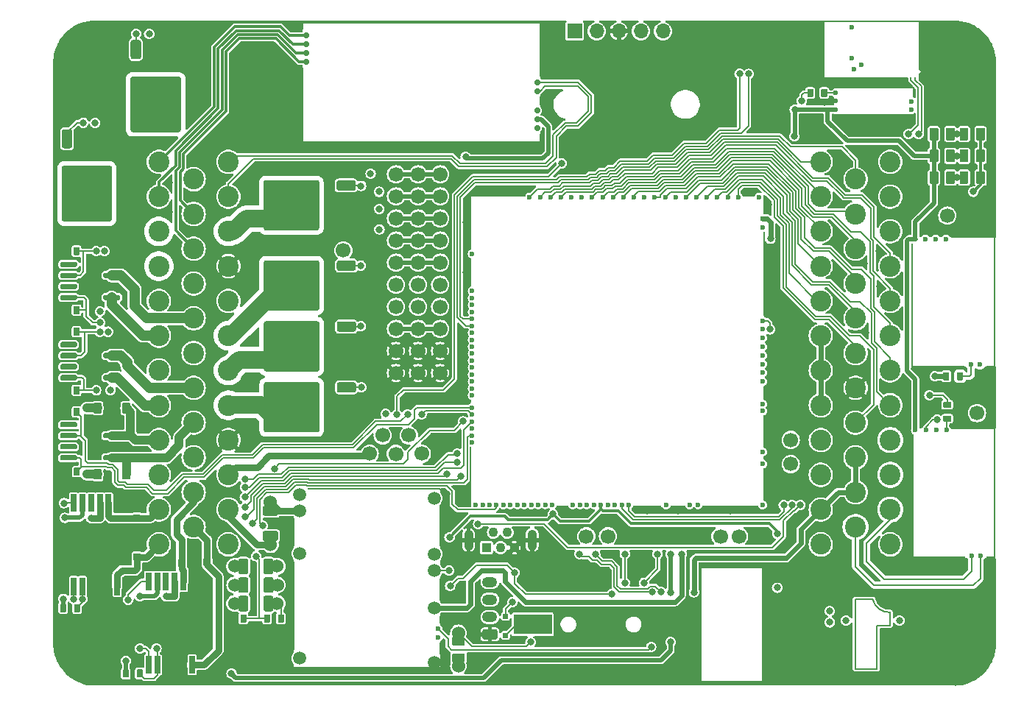
<source format=gbl>
G04 #@! TF.GenerationSoftware,KiCad,Pcbnew,8.0.8-8.0.8-0~ubuntu24.04.1*
G04 #@! TF.CreationDate,2025-02-13T08:51:17+00:00*
G04 #@! TF.ProjectId,MST01,4d535430-312e-46b6-9963-61645f706362,D*
G04 #@! TF.SameCoordinates,PX440a368PY8a86a58*
G04 #@! TF.FileFunction,Copper,L4,Bot*
G04 #@! TF.FilePolarity,Positive*
%FSLAX46Y46*%
G04 Gerber Fmt 4.6, Leading zero omitted, Abs format (unit mm)*
G04 Created by KiCad (PCBNEW 8.0.8-8.0.8-0~ubuntu24.04.1) date 2025-02-13 08:51:17*
%MOMM*%
%LPD*%
G01*
G04 APERTURE LIST*
G04 #@! TA.AperFunction,EtchedComponent*
%ADD10C,0.200000*%
G04 #@! TD*
G04 #@! TA.AperFunction,ComponentPad*
%ADD11C,1.700000*%
G04 #@! TD*
G04 #@! TA.AperFunction,ComponentPad*
%ADD12C,0.700000*%
G04 #@! TD*
G04 #@! TA.AperFunction,SMDPad,CuDef*
%ADD13R,0.250000X1.100000*%
G04 #@! TD*
G04 #@! TA.AperFunction,SMDPad,CuDef*
%ADD14R,0.250000X0.980000*%
G04 #@! TD*
G04 #@! TA.AperFunction,SMDPad,CuDef*
%ADD15R,0.250000X6.300000*%
G04 #@! TD*
G04 #@! TA.AperFunction,SMDPad,CuDef*
%ADD16R,27.600000X0.250000*%
G04 #@! TD*
G04 #@! TA.AperFunction,SMDPad,CuDef*
%ADD17R,0.250000X8.750000*%
G04 #@! TD*
G04 #@! TA.AperFunction,SMDPad,CuDef*
%ADD18R,0.250000X0.950000*%
G04 #@! TD*
G04 #@! TA.AperFunction,ComponentPad*
%ADD19C,1.500000*%
G04 #@! TD*
G04 #@! TA.AperFunction,ComponentPad*
%ADD20C,0.600000*%
G04 #@! TD*
G04 #@! TA.AperFunction,SMDPad,CuDef*
%ADD21O,0.200000X3.300000*%
G04 #@! TD*
G04 #@! TA.AperFunction,SMDPad,CuDef*
%ADD22O,0.200000X10.200000*%
G04 #@! TD*
G04 #@! TA.AperFunction,SMDPad,CuDef*
%ADD23O,0.200000X0.300000*%
G04 #@! TD*
G04 #@! TA.AperFunction,SMDPad,CuDef*
%ADD24O,17.000000X0.200000*%
G04 #@! TD*
G04 #@! TA.AperFunction,SMDPad,CuDef*
%ADD25O,15.400000X0.200000*%
G04 #@! TD*
G04 #@! TA.AperFunction,SMDPad,CuDef*
%ADD26O,0.200000X4.800000*%
G04 #@! TD*
G04 #@! TA.AperFunction,SMDPad,CuDef*
%ADD27O,0.200000X2.600000*%
G04 #@! TD*
G04 #@! TA.AperFunction,SMDPad,CuDef*
%ADD28O,0.200000X1.000000*%
G04 #@! TD*
G04 #@! TA.AperFunction,SMDPad,CuDef*
%ADD29O,0.200000X1.500000*%
G04 #@! TD*
G04 #@! TA.AperFunction,SMDPad,CuDef*
%ADD30R,6.185000X0.250000*%
G04 #@! TD*
G04 #@! TA.AperFunction,SMDPad,CuDef*
%ADD31R,1.115000X0.250000*%
G04 #@! TD*
G04 #@! TA.AperFunction,SMDPad,CuDef*
%ADD32R,0.250000X14.275000*%
G04 #@! TD*
G04 #@! TA.AperFunction,SMDPad,CuDef*
%ADD33R,0.250000X15.100000*%
G04 #@! TD*
G04 #@! TA.AperFunction,SMDPad,CuDef*
%ADD34R,5.175000X0.250000*%
G04 #@! TD*
G04 #@! TA.AperFunction,ComponentPad*
%ADD35R,1.100000X1.100000*%
G04 #@! TD*
G04 #@! TA.AperFunction,ComponentPad*
%ADD36C,1.100000*%
G04 #@! TD*
G04 #@! TA.AperFunction,ComponentPad*
%ADD37O,1.100000X2.400000*%
G04 #@! TD*
G04 #@! TA.AperFunction,SMDPad,CuDef*
%ADD38O,0.200000X1.225000*%
G04 #@! TD*
G04 #@! TA.AperFunction,SMDPad,CuDef*
%ADD39O,9.300000X0.200000*%
G04 #@! TD*
G04 #@! TA.AperFunction,ComponentPad*
%ADD40C,2.400000*%
G04 #@! TD*
G04 #@! TA.AperFunction,ComponentPad*
%ADD41C,4.000000*%
G04 #@! TD*
G04 #@! TA.AperFunction,SMDPad,CuDef*
%ADD42R,0.200000X3.700000*%
G04 #@! TD*
G04 #@! TA.AperFunction,SMDPad,CuDef*
%ADD43R,0.200000X0.400000*%
G04 #@! TD*
G04 #@! TA.AperFunction,SMDPad,CuDef*
%ADD44R,0.200000X1.600000*%
G04 #@! TD*
G04 #@! TA.AperFunction,SMDPad,CuDef*
%ADD45R,0.200000X9.700000*%
G04 #@! TD*
G04 #@! TA.AperFunction,SMDPad,CuDef*
%ADD46R,0.200000X2.300000*%
G04 #@! TD*
G04 #@! TA.AperFunction,SMDPad,CuDef*
%ADD47R,1.400000X0.200000*%
G04 #@! TD*
G04 #@! TA.AperFunction,SMDPad,CuDef*
%ADD48R,6.400000X0.200000*%
G04 #@! TD*
G04 #@! TA.AperFunction,SMDPad,CuDef*
%ADD49R,1.700000X0.200000*%
G04 #@! TD*
G04 #@! TA.AperFunction,SMDPad,CuDef*
%ADD50R,3.300000X0.200000*%
G04 #@! TD*
G04 #@! TA.AperFunction,SMDPad,CuDef*
%ADD51R,0.200000X7.000000*%
G04 #@! TD*
G04 #@! TA.AperFunction,SMDPad,CuDef*
%ADD52R,0.200000X3.300000*%
G04 #@! TD*
G04 #@! TA.AperFunction,SMDPad,CuDef*
%ADD53R,0.200000X6.300000*%
G04 #@! TD*
G04 #@! TA.AperFunction,ComponentPad*
%ADD54R,1.700000X1.700000*%
G04 #@! TD*
G04 #@! TA.AperFunction,ComponentPad*
%ADD55O,1.700000X1.700000*%
G04 #@! TD*
G04 #@! TA.AperFunction,ComponentPad*
%ADD56O,1.750000X1.200000*%
G04 #@! TD*
G04 #@! TA.AperFunction,SMDPad,CuDef*
%ADD57R,4.399991X2.299995*%
G04 #@! TD*
G04 #@! TA.AperFunction,SMDPad,CuDef*
%ADD58R,3.999992X2.299995*%
G04 #@! TD*
G04 #@! TA.AperFunction,ComponentPad*
%ADD59C,1.524000*%
G04 #@! TD*
G04 #@! TA.AperFunction,SMDPad,CuDef*
%ADD60R,0.650000X2.000000*%
G04 #@! TD*
G04 #@! TA.AperFunction,SMDPad,CuDef*
%ADD61R,8.100000X4.500000*%
G04 #@! TD*
G04 #@! TA.AperFunction,SMDPad,CuDef*
%ADD62O,0.200000X5.669999*%
G04 #@! TD*
G04 #@! TA.AperFunction,SMDPad,CuDef*
%ADD63O,11.100001X0.200000*%
G04 #@! TD*
G04 #@! TA.AperFunction,SMDPad,CuDef*
%ADD64O,9.800001X0.399999*%
G04 #@! TD*
G04 #@! TA.AperFunction,SMDPad,CuDef*
%ADD65O,0.499999X0.250000*%
G04 #@! TD*
G04 #@! TA.AperFunction,SMDPad,CuDef*
%ADD66O,0.200000X6.799999*%
G04 #@! TD*
G04 #@! TA.AperFunction,SMDPad,CuDef*
%ADD67O,0.250000X0.499999*%
G04 #@! TD*
G04 #@! TA.AperFunction,ComponentPad*
%ADD68C,0.599999*%
G04 #@! TD*
G04 #@! TA.AperFunction,ViaPad*
%ADD69C,0.800000*%
G04 #@! TD*
G04 #@! TA.AperFunction,Conductor*
%ADD70C,0.200000*%
G04 #@! TD*
G04 #@! TA.AperFunction,Conductor*
%ADD71C,0.800000*%
G04 #@! TD*
G04 #@! TA.AperFunction,Conductor*
%ADD72C,0.500000*%
G04 #@! TD*
G04 #@! TA.AperFunction,Conductor*
%ADD73C,0.300000*%
G04 #@! TD*
G04 #@! TA.AperFunction,Conductor*
%ADD74C,1.000000*%
G04 #@! TD*
G04 #@! TA.AperFunction,Conductor*
%ADD75C,0.600000*%
G04 #@! TD*
G04 #@! TA.AperFunction,Conductor*
%ADD76C,2.000000*%
G04 #@! TD*
G04 #@! TA.AperFunction,Conductor*
%ADD77C,1.200000*%
G04 #@! TD*
G04 APERTURE END LIST*
D10*
G04 #@! TO.C,G2*
X92449651Y10132713D02*
X92449651Y2132713D01*
X92449651Y2132713D02*
X94949651Y2132713D01*
X94449651Y10132713D02*
X92449651Y10132713D01*
X94949651Y7132713D02*
X96449651Y7132713D01*
X94949651Y2132713D02*
X94949651Y7132713D01*
X96449651Y8632713D02*
X96449651Y7132713D01*
X96449651Y8632713D02*
G75*
G02*
X94449651Y10132713I-78399J1978801D01*
G01*
G04 #@! TD*
D11*
G04 #@! TO.P,P9,1,Pin_1*
G04 #@! TO.N,/P9*
X33565000Y50255000D03*
G04 #@! TD*
G04 #@! TO.P,P8,1,Pin_1*
G04 #@! TO.N,Net-(M6-UART2_TX_(PD5))*
X76935000Y17375000D03*
G04 #@! TD*
D12*
G04 #@! TO.P,M5,E1,LSU_Un*
G04 #@! TO.N,/WBO_Un*
X29260000Y74975000D03*
G04 #@! TO.P,M5,E2,LSU_Vm*
G04 #@! TO.N,/WBO_Vm*
X29260000Y71975000D03*
G04 #@! TO.P,M5,E3,LSU_Ip*
G04 #@! TO.N,/WBO_Ip*
X29260000Y72975000D03*
G04 #@! TO.P,M5,E4,LSU_Rtrim*
G04 #@! TO.N,/WBO_Rtrim*
X29260000Y73975000D03*
D13*
G04 #@! TO.P,M5,G,GND*
G04 #@! TO.N,GND*
X56235000Y63125000D03*
D14*
X56235000Y67465000D03*
D15*
X56235000Y73425000D03*
D16*
X42560000Y62700000D03*
X42560000Y76450000D03*
D17*
X28885000Y66950000D03*
D18*
X28885000Y76100000D03*
D12*
G04 #@! TO.P,M5,W1,V5_IN*
G04 #@! TO.N,+5VA*
X55851200Y65325000D03*
G04 #@! TO.P,M5,W2,CAN_VIO*
G04 #@! TO.N,unconnected-(M5-CAN_VIO-PadW2)*
X55851200Y66325000D03*
G04 #@! TO.P,M5,W3,CANL*
G04 #@! TO.N,/CAN1-*
X55851200Y69621000D03*
G04 #@! TO.P,M5,W4,CANH*
G04 #@! TO.N,/CAN1+*
X55851200Y68605000D03*
G04 #@! TO.P,M5,W9,VDDA*
G04 #@! TO.N,unconnected-(M5-VDDA-PadW9)*
X55851200Y64325000D03*
G04 #@! TD*
D11*
G04 #@! TO.P,P5,1,Pin_1*
G04 #@! TO.N,/VR_DISCRETE*
X106455000Y31555000D03*
G04 #@! TD*
D19*
G04 #@! TO.P,M1,E1,VBAT*
G04 #@! TO.N,/VBAT*
X44039997Y21739997D03*
G04 #@! TO.P,M1,E2,V12*
G04 #@! TO.N,unconnected-(M1-V12-PadE2)*
X44039997Y15340000D03*
G04 #@! TO.P,M1,E3,VIGN*
G04 #@! TO.N,/VIGN*
X44039997Y13439997D03*
G04 #@! TO.P,M1,E4,V5*
G04 #@! TO.N,+5V*
X44039997Y9139997D03*
D20*
G04 #@! TO.P,M1,E5,EN_5VP*
G04 #@! TO.N,/PWR_EN*
X44489996Y6740000D03*
G04 #@! TO.P,M1,E6,PG_5VP*
G04 #@! TO.N,Net-(M1-PG_5VP)*
X44489996Y5739999D03*
D21*
G04 #@! TO.P,M1,S1,GND*
G04 #@! TO.N,GND*
X27890001Y17889997D03*
D22*
X27890001Y9389999D03*
D23*
X27890001Y2289997D03*
D24*
X36289999Y2239997D03*
D25*
X37090000Y22839997D03*
D19*
X44039997Y2889997D03*
D23*
X44689998Y22789997D03*
D26*
X44689998Y18589999D03*
D27*
X44689998Y11239997D03*
D28*
X44689998Y7740000D03*
D29*
X44689998Y4439999D03*
D19*
G04 #@! TO.P,M1,V1,V12_PERM*
G04 #@! TO.N,+12V_RAW*
X28540000Y22189999D03*
G04 #@! TO.P,M1,V2,IN_VIGN*
G04 #@! TO.N,/IN_VIGN*
X28540000Y20340000D03*
G04 #@! TO.P,M1,V3,V12_RAW*
G04 #@! TO.N,+12V_RAW*
X28540000Y15389997D03*
G04 #@! TO.P,M1,V4,5VP*
G04 #@! TO.N,+5VP*
X28540000Y3339999D03*
G04 #@! TD*
D11*
G04 #@! TO.P,P12,1,Pin_1*
G04 #@! TO.N,/DC2_DIR*
X39595000Y26865000D03*
G04 #@! TD*
G04 #@! TO.P,P4,1,Pin_1*
G04 #@! TO.N,Net-(M6-LED_GREEN)*
X61505000Y17385000D03*
G04 #@! TD*
D20*
G04 #@! TO.P,M3,E1,Thresh_IN*
G04 #@! TO.N,/VR_DISCRETE_THR*
X101755000Y29600000D03*
G04 #@! TO.P,M3,E2,OUT_A*
G04 #@! TO.N,/VR_DISCRETE_A*
X102955000Y29600000D03*
G04 #@! TO.P,M3,E3,OUT*
G04 #@! TO.N,/VR_DISCRETE*
X100555000Y29600000D03*
G04 #@! TO.P,M3,E4,V5_IN*
G04 #@! TO.N,+5VA*
X99355000Y29600000D03*
D30*
G04 #@! TO.P,M3,G,GND*
G04 #@! TO.N,GND*
X102022500Y14950000D03*
D31*
X108072500Y14950000D03*
D32*
X99055000Y21962500D03*
D33*
X108505000Y22375000D03*
D34*
X106042500Y29800000D03*
D20*
G04 #@! TO.P,M3,W1,VR-*
G04 #@! TO.N,/IMP_VR_DISCRETE-*
X105815000Y15175000D03*
G04 #@! TO.P,M3,W2,VR+*
G04 #@! TO.N,/IMP_VR_DISCRETE+*
X106815000Y15175000D03*
G04 #@! TD*
D35*
G04 #@! TO.P,J8,1,VBUS*
G04 #@! TO.N,/Vbus*
X50025000Y16070000D03*
D36*
G04 #@! TO.P,J8,2,D-*
G04 #@! TO.N,/D-*
X50825000Y17820000D03*
G04 #@! TO.P,J8,3,D+*
G04 #@! TO.N,/D+*
X51625000Y16070000D03*
G04 #@! TO.P,J8,4,ID*
G04 #@! TO.N,unconnected-(J8-ID-Pad4)*
X52425000Y17820000D03*
G04 #@! TO.P,J8,5,GND*
G04 #@! TO.N,GND*
X53225000Y16070000D03*
D37*
G04 #@! TO.P,J8,6,Shield*
X47975000Y16945000D03*
X55275000Y16945000D03*
G04 #@! TD*
D20*
G04 #@! TO.P,M2,E1,V5A*
G04 #@! TO.N,+5VA*
X90215000Y66485000D03*
D38*
G04 #@! TO.P,M2,E2,GND*
G04 #@! TO.N,GND*
X99115000Y68460000D03*
D39*
X94565000Y65885000D03*
X94565000Y68985000D03*
D20*
X90215000Y67435000D03*
G04 #@! TO.P,M2,E3,OUT_KNOCK*
G04 #@! TO.N,/IN_KNOCK*
X90215000Y68384998D03*
G04 #@! TO.P,M2,W1,IN_KNOCK*
G04 #@! TO.N,/IN_KNOCK_RAW*
X98915000Y67385000D03*
G04 #@! TO.P,M2,W2,VREF*
G04 #@! TO.N,/VREF1*
X98915000Y66485000D03*
G04 #@! TD*
D11*
G04 #@! TO.P,P6,1,Pin_1*
G04 #@! TO.N,/VR_MAX9924*
X103035000Y54265000D03*
G04 #@! TD*
D40*
G04 #@! TO.P,J2,1,Pin_1*
G04 #@! TO.N,/CAN2+*
X96475000Y60455000D03*
G04 #@! TO.P,J2,2,Pin_2*
G04 #@! TO.N,/CAN2-*
X96475000Y56455000D03*
G04 #@! TO.P,J2,3,Pin_3*
G04 #@! TO.N,/IN_KNOCK_RAW*
X96475000Y52455000D03*
G04 #@! TO.P,J2,4,Pin_4*
G04 #@! TO.N,/HALL2*
X96475000Y48455000D03*
G04 #@! TO.P,J2,5,Pin_5*
G04 #@! TO.N,/HALL1*
X96475000Y44455000D03*
G04 #@! TO.P,J2,6,Pin_6*
G04 #@! TO.N,/TPS2*
X96475000Y40455000D03*
G04 #@! TO.P,J2,7,Pin_7*
G04 #@! TO.N,/MAP*
X96475000Y36455000D03*
G04 #@! TO.P,J2,8,Pin_8*
G04 #@! TO.N,/FLEX*
X96475000Y32455000D03*
G04 #@! TO.P,J2,9,Pin_9*
G04 #@! TO.N,/IMP_VR_MAX9924-*
X96475000Y28455000D03*
G04 #@! TO.P,J2,10,Pin_10*
G04 #@! TO.N,/IMP_VR_MAX9924+*
X96475000Y24455000D03*
G04 #@! TO.P,J2,11,Pin_11*
G04 #@! TO.N,/IMP_VR_DISCRETE-*
X96475000Y20455000D03*
G04 #@! TO.P,J2,12,Pin_12*
G04 #@! TO.N,EGT+*
X96475000Y16455000D03*
G04 #@! TO.P,J2,13,Pin_13*
G04 #@! TO.N,/BUTTON3*
X92475000Y58455000D03*
G04 #@! TO.P,J2,14,Pin_14*
G04 #@! TO.N,/PPS2*
X92475000Y54455000D03*
G04 #@! TO.P,J2,15,Pin_15*
G04 #@! TO.N,/AUX2*
X92475000Y50455000D03*
G04 #@! TO.P,J2,16,Pin_16*
G04 #@! TO.N,/BUTTON1*
X92475000Y46455000D03*
G04 #@! TO.P,J2,17,Pin_17*
G04 #@! TO.N,/TPS1*
X92475000Y42455000D03*
G04 #@! TO.P,J2,18,Pin_18*
G04 #@! TO.N,/CLT*
X92475000Y38455000D03*
G04 #@! TO.P,J2,19,Pin_19*
G04 #@! TO.N,GND*
X92475000Y34455000D03*
G04 #@! TO.P,J2,20,Pin_20*
G04 #@! TO.N,/IAT*
X92475000Y30455000D03*
G04 #@! TO.P,J2,21,Pin_21*
G04 #@! TO.N,+5VP*
X92475000Y26455000D03*
G04 #@! TO.P,J2,22,Pin_22*
X92475000Y22455000D03*
G04 #@! TO.P,J2,23,Pin_23*
G04 #@! TO.N,/IMP_VR_DISCRETE+*
X92475000Y18455000D03*
G04 #@! TO.P,J2,24,Pin_24*
G04 #@! TO.N,/HALL3*
X88475000Y60455000D03*
G04 #@! TO.P,J2,25,Pin_25*
G04 #@! TO.N,/AUX3*
X88475000Y56455000D03*
G04 #@! TO.P,J2,26,Pin_26*
G04 #@! TO.N,/AUX1*
X88475000Y52455000D03*
G04 #@! TO.P,J2,27,Pin_27*
G04 #@! TO.N,/BUTTON2*
X88475000Y48455000D03*
G04 #@! TO.P,J2,28,Pin_28*
G04 #@! TO.N,/PPS1*
X88475000Y44455000D03*
G04 #@! TO.P,J2,29,Pin_29*
G04 #@! TO.N,GNDA*
X88475000Y40455000D03*
G04 #@! TO.P,J2,30,Pin_30*
X88475000Y36455000D03*
G04 #@! TO.P,J2,31,Pin_31*
X88475000Y32455000D03*
G04 #@! TO.P,J2,32,Pin_32*
G04 #@! TO.N,/P1*
X88475000Y28455000D03*
G04 #@! TO.P,J2,33,Pin_33*
G04 #@! TO.N,/P2*
X88475000Y24455000D03*
G04 #@! TO.P,J2,34,Pin_34*
G04 #@! TO.N,+5VP*
X88475000Y20455000D03*
G04 #@! TO.P,J2,35,Pin_35*
G04 #@! TO.N,EGT-*
X88475000Y16455000D03*
D12*
G04 #@! TO.P,J2,36,Pin_36*
G04 #@! TO.N,GND*
X85175000Y73205000D03*
X86275000Y72755000D03*
X84075000Y72755000D03*
X103275000Y71705000D03*
X86725000Y71655000D03*
D41*
X85175000Y71655000D03*
D12*
X83625000Y71655000D03*
X104375000Y71255000D03*
X102175000Y71255000D03*
X86275000Y70555000D03*
X84075000Y70555000D03*
X104825000Y70155000D03*
D41*
X103275000Y70155000D03*
D12*
X101725000Y70155000D03*
X85175000Y70105000D03*
X104375000Y69055000D03*
X102175000Y69055000D03*
X103275000Y68605000D03*
X103275000Y8305000D03*
X104375000Y7855000D03*
X102175000Y7855000D03*
X85175000Y6805000D03*
X104825000Y6755000D03*
D41*
X103275000Y6755000D03*
D12*
X101725000Y6755000D03*
X86275000Y6355000D03*
X84075000Y6355000D03*
X104375000Y5655000D03*
X102175000Y5655000D03*
X86725000Y5255000D03*
D41*
X85175000Y5255000D03*
D12*
X83625000Y5255000D03*
X103275000Y5205000D03*
X86275000Y4155000D03*
X84075000Y4155000D03*
X85175000Y3705000D03*
G04 #@! TD*
D11*
G04 #@! TO.P,P10,1,Pin_1*
G04 #@! TO.N,/P10*
X36595000Y26875000D03*
G04 #@! TD*
G04 #@! TO.P,P1,1,Pin_1*
G04 #@! TO.N,/P1*
X85025000Y28465000D03*
G04 #@! TD*
G04 #@! TO.P,G3,1*
G04 #@! TO.N,GND*
X39625000Y36155000D03*
G04 #@! TO.P,G3,2*
X39625000Y38695000D03*
G04 #@! TO.P,G3,3*
G04 #@! TO.N,+3.3VA*
X39625000Y41235000D03*
G04 #@! TO.P,G3,4*
G04 #@! TO.N,+5VA*
X39625000Y43775000D03*
G04 #@! TO.P,G3,5*
G04 #@! TO.N,+12V_RAW*
X39625000Y46315000D03*
G04 #@! TO.P,G3,6*
G04 #@! TO.N,GND*
X42165000Y36155000D03*
G04 #@! TO.P,G3,7*
X42165000Y38695000D03*
G04 #@! TO.P,G3,8*
G04 #@! TO.N,+3.3VA*
X42165000Y41235000D03*
G04 #@! TO.P,G3,9*
G04 #@! TO.N,+5VA*
X42165000Y43775000D03*
G04 #@! TO.P,G3,10*
G04 #@! TO.N,+12V_RAW*
X42165000Y46315000D03*
G04 #@! TO.P,G3,11*
G04 #@! TO.N,GND*
X44705000Y36155000D03*
G04 #@! TO.P,G3,12*
X44705000Y38695000D03*
G04 #@! TO.P,G3,13*
G04 #@! TO.N,+3.3VA*
X44705000Y41235000D03*
G04 #@! TO.P,G3,14*
G04 #@! TO.N,+5VA*
X44705000Y43775000D03*
G04 #@! TO.P,G3,15*
G04 #@! TO.N,+12V_RAW*
X44705000Y46315000D03*
G04 #@! TD*
G04 #@! TO.P,P3,1,Pin_1*
G04 #@! TO.N,Net-(M6-LED_YELLOW)*
X64005000Y17385000D03*
G04 #@! TD*
G04 #@! TO.P,P11,1,Pin_1*
G04 #@! TO.N,/DC2_PWM*
X41095000Y28995000D03*
G04 #@! TD*
G04 #@! TO.P,P17,1,Pin_1*
G04 #@! TO.N,/DC1_PWM*
X38095000Y28986800D03*
G04 #@! TD*
G04 #@! TO.P,P7,1,Pin_1*
G04 #@! TO.N,Net-(M6-UART2_RX_(PD6))*
X79085000Y17375000D03*
G04 #@! TD*
D20*
G04 #@! TO.P,M6,E1,V5A_SWITCHABLE*
G04 #@! TO.N,+5VA*
X48385000Y49884990D03*
G04 #@! TO.P,M6,E2,GNDA*
G04 #@! TO.N,unconnected-(M6-GNDA-PadE2)*
X48384990Y45584990D03*
G04 #@! TO.P,M6,E3,I2C_SCL_(PB10)*
G04 #@! TO.N,unconnected-(M6-I2C_SCL_(PB10)-PadE3)*
X48384990Y44785000D03*
G04 #@! TO.P,M6,E4,I2C_SDA_(PB11)*
G04 #@! TO.N,unconnected-(M6-I2C_SDA_(PB11)-PadE4)*
X48384990Y43984990D03*
G04 #@! TO.P,M6,E5,IN_VIGN_(PA5)*
G04 #@! TO.N,/VIGN*
X48384990Y43184990D03*
G04 #@! TO.P,M6,E6,SPI2_CS_/_CAN2_RX_(PB12)*
G04 #@! TO.N,Net-(M6-SPI2_CS_{slash}_CAN2_RX_(PB12))*
X48384990Y42384990D03*
G04 #@! TO.P,M6,E7,SPI2_SCK_/_CAN2_TX_(PB13)*
G04 #@! TO.N,Net-(M6-SPI2_SCK_{slash}_CAN2_TX_(PB13))*
X48384990Y41584990D03*
G04 #@! TO.P,M6,E8,SPI2_MISO_(PB14)*
G04 #@! TO.N,/DC1_DIS*
X48384990Y40784990D03*
G04 #@! TO.P,M6,E9,SPI2_MOSI_(PB15)*
G04 #@! TO.N,/DC2_DIR*
X48384990Y39984990D03*
G04 #@! TO.P,M6,E10,OUT_INJ8_(PD12)*
G04 #@! TO.N,/LS2*
X48384990Y39184990D03*
G04 #@! TO.P,M6,E11,OUT_INJ7_(PD15)*
G04 #@! TO.N,/LS1*
X48384990Y38384990D03*
G04 #@! TO.P,M6,E12,OUT_INJ6_(PA8)*
G04 #@! TO.N,/INJ6*
X48384990Y37584990D03*
G04 #@! TO.P,M6,E13,OUT_INJ5_(PD2)*
G04 #@! TO.N,/INJ5*
X48384990Y36784990D03*
G04 #@! TO.P,M6,E14,OUT_INJ4_(PD10)*
G04 #@! TO.N,/INJ4*
X48384990Y35984990D03*
G04 #@! TO.P,M6,E15,OUT_INJ3_(PD11)*
G04 #@! TO.N,/INJ3*
X48384990Y35184990D03*
G04 #@! TO.P,M6,E16,OUT_INJ2_(PA9)*
G04 #@! TO.N,/INJ2*
X48385000Y34385000D03*
G04 #@! TO.P,M6,E17,OUT_INJ1_(PD3)*
G04 #@! TO.N,/INJ1*
X48384990Y33584990D03*
G04 #@! TO.P,M6,E18,OUT_PWM1_(PD13)*
G04 #@! TO.N,/LS3*
X48384990Y32184990D03*
G04 #@! TO.P,M6,E19,OUT_PWM2_(PC6)*
G04 #@! TO.N,/LS4*
X48384990Y31385000D03*
G04 #@! TO.P,M6,E20,OUT_PWM3_(PC7)*
G04 #@! TO.N,/DC1_PWM*
X48384990Y30585000D03*
G04 #@! TO.P,M6,E21,OUT_PWM4_(PC8)*
G04 #@! TO.N,/DC1_DIR*
X48384990Y29785000D03*
G04 #@! TO.P,M6,E22,OUT_PWM5_(PC9)*
G04 #@! TO.N,/DC2_PWM*
X48384990Y28985000D03*
G04 #@! TO.P,M6,E23,OUT_PWM6_(PD14)*
G04 #@! TO.N,/VR_DISCRETE_THR*
X48384990Y28184990D03*
D42*
G04 #@! TO.P,M6,G,GND*
G04 #@! TO.N,GND*
X81985000Y23335000D03*
D43*
X81985000Y26384990D03*
D42*
X81985000Y29435000D03*
D44*
X81985000Y33884990D03*
D45*
X81985000Y47534990D03*
D46*
X81985000Y55534990D03*
D47*
X80184990Y56585000D03*
D48*
X78085000Y20785000D03*
D49*
X72035000Y20785000D03*
D50*
X68535000Y20785000D03*
D47*
X58785000Y20785000D03*
D48*
X51285000Y56585000D03*
D51*
X48184990Y24184980D03*
D43*
X48184990Y32885000D03*
D52*
X48184990Y47735000D03*
D53*
X48184990Y53535000D03*
D20*
G04 #@! TO.P,M6,N1,VBUS*
G04 #@! TO.N,/Vbus*
X48784990Y20984990D03*
G04 #@! TO.P,M6,N2,USBM_(PA11)*
G04 #@! TO.N,/D-*
X49584990Y20984990D03*
G04 #@! TO.P,M6,N3,USBP_(PA12)*
G04 #@! TO.N,/D+*
X50384990Y20984990D03*
G04 #@! TO.P,M6,N4,USBID_(PA10)*
G04 #@! TO.N,/DC2_DIS*
X51185000Y20984990D03*
G04 #@! TO.P,M6,N5,SWDIO_(PA13)*
G04 #@! TO.N,unconnected-(M6-SWDIO_(PA13)-PadN5)*
X51984990Y20984990D03*
G04 #@! TO.P,M6,N6,SWCLK_(PA14)*
G04 #@! TO.N,unconnected-(M6-SWCLK_(PA14)-PadN6)*
X52784990Y20984990D03*
G04 #@! TO.P,M6,N7,nReset*
G04 #@! TO.N,unconnected-(M6-nReset-PadN7)*
X53584990Y20984990D03*
G04 #@! TO.P,M6,N8,SWO_(PB3)*
G04 #@! TO.N,unconnected-(M6-SWO_(PB3)-PadN8)*
X54385000Y20984990D03*
G04 #@! TO.P,M6,N9,SPI3_CS_(PA15)*
G04 #@! TO.N,/EGT/SPI_CS*
X55184990Y20985000D03*
G04 #@! TO.P,M6,N10,SPI3_SCK_(PC10)*
G04 #@! TO.N,/EGT/SPI_SCK*
X55984990Y20985000D03*
G04 #@! TO.P,M6,N11,SPI3_MISO_(PC11)*
G04 #@! TO.N,/EGT/SPI_SO*
X56784990Y20985000D03*
G04 #@! TO.P,M6,N12,SPI3_MOSI_(PC12)*
G04 #@! TO.N,/PG_5VP*
X57584990Y20985000D03*
G04 #@! TO.P,M6,N13,UART2_TX_(PD5)*
G04 #@! TO.N,Net-(M6-UART2_TX_(PD5))*
X59985000Y20985000D03*
G04 #@! TO.P,M6,N14,UART2_RX_(PD6)*
G04 #@! TO.N,Net-(M6-UART2_RX_(PD6))*
X60785000Y20985000D03*
G04 #@! TO.P,M6,N14a,LED_GREEN*
G04 #@! TO.N,Net-(M6-LED_GREEN)*
X61584990Y20984990D03*
G04 #@! TO.P,M6,N14b,LED_YELLOW*
G04 #@! TO.N,Net-(M6-LED_YELLOW)*
X62385000Y20984990D03*
G04 #@! TO.P,M6,N15,V33_SWITCHABLE*
G04 #@! TO.N,+3.3VA*
X63185000Y20984990D03*
G04 #@! TO.P,M6,N16,BOOT0*
G04 #@! TO.N,unconnected-(M6-BOOT0-PadN16)*
X63985000Y20984990D03*
G04 #@! TO.P,M6,N17,VBAT*
G04 #@! TO.N,/VBAT*
X64785000Y20984990D03*
G04 #@! TO.P,M6,N18,UART8_RX_(PE0)*
G04 #@! TO.N,/VR_DISCRETE*
X65585000Y20985000D03*
G04 #@! TO.P,M6,N19,UART8_TX_(PE1)*
G04 #@! TO.N,/VR_MAX9924*
X66385000Y20985000D03*
G04 #@! TO.P,M6,N20,OUT_PWR_EN_(PE10)*
G04 #@! TO.N,/PWR_EN*
X70685000Y20985000D03*
G04 #@! TO.P,M6,N21,V33*
G04 #@! TO.N,+3.3V*
X73385000Y20985000D03*
G04 #@! TO.P,M6,N22,VCC*
G04 #@! TO.N,+5V*
X74384990Y20985000D03*
G04 #@! TO.P,M6,N23,V33*
G04 #@! TO.N,unconnected-(M6-V33-PadN23)*
X81785000Y20985000D03*
G04 #@! TO.P,M6,S1,IN_D4_(PE15)*
G04 #@! TO.N,/BUTTON3*
X54984980Y56385000D03*
G04 #@! TO.P,M6,S2,IN_D3_(PE14)*
G04 #@! TO.N,/HALL3*
X56184990Y56385000D03*
G04 #@! TO.P,M6,S3,IN_D2_(PE13)*
G04 #@! TO.N,/HALL2*
X57384990Y56385000D03*
G04 #@! TO.P,M6,S4,IN_D1_(PE12)*
G04 #@! TO.N,/HALL1*
X58584990Y56385000D03*
G04 #@! TO.P,M6,S5,VREF2*
G04 #@! TO.N,unconnected-(M6-VREF2-PadS5)*
X59784990Y56385000D03*
G04 #@! TO.P,M6,S6,IN_AUX4_(PC5)*
G04 #@! TO.N,/VMAIN*
X60984990Y56385000D03*
G04 #@! TO.P,M6,S7,IN_AUX3_(PA7)*
G04 #@! TO.N,/AUX3*
X62184990Y56385000D03*
G04 #@! TO.P,M6,S8,IN_AUX2_(PC4/PE9)*
G04 #@! TO.N,/PPS2*
X63384990Y56385000D03*
G04 #@! TO.P,M6,S9,IN_AUX1_(PB0)*
G04 #@! TO.N,/TPS2*
X64584990Y56385000D03*
G04 #@! TO.P,M6,S10,IN_O2S2_(PA1)*
G04 #@! TO.N,/AUX2*
X65784990Y56385000D03*
G04 #@! TO.P,M6,S11,IN_O2S_/_CAN_WAKEUP_(PA0)*
G04 #@! TO.N,/AUX1*
X66984990Y56385000D03*
G04 #@! TO.P,M6,S12,IN_MAP2_(PC1)*
G04 #@! TO.N,/INTERNAL_MAP*
X68184990Y56385000D03*
G04 #@! TO.P,M6,S13,IN_MAP1_(PC0)*
G04 #@! TO.N,/MAP*
X69384990Y56385000D03*
G04 #@! TO.P,M6,S14,IN_CRANK_(PB1)*
G04 #@! TO.N,/BUTTON1*
X70584990Y56385000D03*
G04 #@! TO.P,M6,S15,IN_KNOCK_(PA2)*
G04 #@! TO.N,/ADC3*
X71784990Y56385000D03*
G04 #@! TO.P,M6,S16,IN_CAM_(PA6)*
G04 #@! TO.N,/BUTTON2*
X72984990Y56385000D03*
G04 #@! TO.P,M6,S17,IN_VSS_(PE11)*
G04 #@! TO.N,/FLEX*
X74184990Y56385000D03*
G04 #@! TO.P,M6,S18,IN_TPS_(PA4)*
G04 #@! TO.N,/TPS1*
X75385000Y56385000D03*
G04 #@! TO.P,M6,S19,IN_PPS_(PA3)*
G04 #@! TO.N,/PPS1*
X76585000Y56385000D03*
G04 #@! TO.P,M6,S20,IN_IAT_(PC3)*
G04 #@! TO.N,/IAT*
X77785000Y56385000D03*
G04 #@! TO.P,M6,S21,IN_CLT_(PC2)*
G04 #@! TO.N,/CLT*
X78985000Y56385000D03*
G04 #@! TO.P,M6,S22,VREF1*
G04 #@! TO.N,/VREF1*
X81385000Y56385000D03*
G04 #@! TO.P,M6,W1,GNDA*
G04 #@! TO.N,GNDA*
X81785000Y53884990D03*
G04 #@! TO.P,M6,W2,V5A_SWITCHABLE*
G04 #@! TO.N,+5VA*
X81785000Y52884990D03*
G04 #@! TO.P,M6,W3,IGN8_(PE6)*
G04 #@! TO.N,/LS_HOT2*
X81785000Y42185000D03*
G04 #@! TO.P,M6,W4,IGN7_(PB9)*
G04 #@! TO.N,/LS_HOT1*
X81785000Y41184990D03*
G04 #@! TO.P,M6,W5,IGN6_(PB8)*
G04 #@! TO.N,/IGN6*
X81785000Y40185000D03*
G04 #@! TO.P,M6,W6,IGN5_(PE2)*
G04 #@! TO.N,/IGN5*
X81785000Y39185000D03*
G04 #@! TO.P,M6,W7,IGN4_(PE3)*
G04 #@! TO.N,/IGN4*
X81785000Y38185000D03*
G04 #@! TO.P,M6,W8,IGN3_(PE4)*
G04 #@! TO.N,/IGN3*
X81785000Y37185000D03*
G04 #@! TO.P,M6,W9,IGN2_(PE5)*
G04 #@! TO.N,/IGN2*
X81785000Y36185000D03*
G04 #@! TO.P,M6,W10,IGN1_(PC13)*
G04 #@! TO.N,/IGN1*
X81785000Y35185000D03*
G04 #@! TO.P,M6,W11,CANH*
G04 #@! TO.N,/CAN1+*
X81785000Y32585000D03*
G04 #@! TO.P,M6,W12,CANL*
G04 #@! TO.N,/CAN1-*
X81785000Y31785000D03*
G04 #@! TO.P,M6,W13,V33_REF*
G04 #@! TO.N,unconnected-(M6-V33_REF-PadW13)*
X81785000Y27084990D03*
G04 #@! TO.P,M6,W14,V5A_SWITCHABLE*
G04 #@! TO.N,unconnected-(M6-V5A_SWITCHABLE-PadW14)*
X81785000Y25685000D03*
G04 #@! TD*
D11*
G04 #@! TO.P,P15,1,Pin_1*
G04 #@! TO.N,/DC1_DIR*
X42595000Y26875000D03*
G04 #@! TD*
D54*
G04 #@! TO.P,J6,1,Pin_1*
G04 #@! TO.N,/V33_OUT*
X60175000Y75475000D03*
D55*
G04 #@! TO.P,J6,2,Pin_2*
G04 #@! TO.N,/SWCLK*
X62715000Y75475000D03*
G04 #@! TO.P,J6,3,Pin_3*
G04 #@! TO.N,GND*
X65255000Y75475000D03*
G04 #@! TO.P,J6,4,Pin_4*
G04 #@! TO.N,/SWDIO*
X67795000Y75475000D03*
G04 #@! TO.P,J6,5,Pin_5*
G04 #@! TO.N,/nReset*
X70335000Y75475000D03*
G04 #@! TD*
D20*
G04 #@! TO.P,M4,E1,NC*
G04 #@! TO.N,unconnected-(M4-NC-PadE1)*
X101710000Y51565000D03*
G04 #@! TO.P,M4,E2,NC*
G04 #@! TO.N,unconnected-(M4-NC-PadE2)*
X102910000Y51565000D03*
G04 #@! TO.P,M4,E3,OUT*
G04 #@! TO.N,/VR_MAX9924*
X100510000Y51565000D03*
G04 #@! TO.P,M4,E4,V5_IN*
G04 #@! TO.N,+5VA*
X99310000Y51565000D03*
D30*
G04 #@! TO.P,M4,G,GND*
G04 #@! TO.N,GND*
X101977500Y36915000D03*
D31*
X108027500Y36915000D03*
D32*
X99010000Y43927500D03*
D33*
X108460000Y44340000D03*
D34*
X105997500Y51765000D03*
D20*
G04 #@! TO.P,M4,W1,VR-*
G04 #@! TO.N,/IMP_VR_MAX9924-*
X105770000Y37140000D03*
G04 #@! TO.P,M4,W2,VR+*
G04 #@! TO.N,/IMP_VR_MAX9924+*
X106770000Y37140000D03*
G04 #@! TD*
D40*
G04 #@! TO.P,J1,1,Pin_1*
G04 #@! TO.N,/OUT_DC1+*
X12355000Y16455000D03*
G04 #@! TO.P,J1,2,Pin_2*
G04 #@! TO.N,/OUT_DC1-*
X12355000Y20455000D03*
G04 #@! TO.P,J1,3,Pin_3*
G04 #@! TO.N,/OUT_LS2*
X12355000Y24455000D03*
G04 #@! TO.P,J1,4,Pin_4*
G04 #@! TO.N,/OUT_LS4*
X12355000Y28455000D03*
G04 #@! TO.P,J1,5,Pin_5*
G04 #@! TO.N,/OUT_INJ1*
X12355000Y32455000D03*
G04 #@! TO.P,J1,6,Pin_6*
G04 #@! TO.N,/OUT_INJ4*
X12355000Y36455000D03*
G04 #@! TO.P,J1,7,Pin_7*
G04 #@! TO.N,/OUT_INJ5*
X12355000Y40455000D03*
G04 #@! TO.P,J1,8,Pin_8*
G04 #@! TO.N,/OUT_LS_HOT2*
X12355000Y44455000D03*
G04 #@! TO.P,J1,9,Pin_9*
G04 #@! TO.N,/OUT_IGN2*
X12355000Y48455000D03*
G04 #@! TO.P,J1,10,Pin_10*
G04 #@! TO.N,/OUT_IGN1*
X12355000Y52455000D03*
G04 #@! TO.P,J1,11,Pin_11*
G04 #@! TO.N,/WBO_Rtrim*
X12355000Y56455000D03*
G04 #@! TO.P,J1,12,Pin_12*
G04 #@! TO.N,/WBO_Un*
X12355000Y60455000D03*
G04 #@! TO.P,J1,13,Pin_13*
G04 #@! TO.N,/OUT_DC2+*
X16355000Y18455000D03*
G04 #@! TO.P,J1,14,Pin_14*
G04 #@! TO.N,/OUT_DC2-*
X16355000Y22455000D03*
G04 #@! TO.P,J1,15,Pin_15*
G04 #@! TO.N,/OUT_LS1*
X16355000Y26455000D03*
G04 #@! TO.P,J1,16,Pin_16*
G04 #@! TO.N,/OUT_LS3*
X16355000Y30455000D03*
G04 #@! TO.P,J1,17,Pin_17*
G04 #@! TO.N,/OUT_INJ2*
X16355000Y34455000D03*
G04 #@! TO.P,J1,18,Pin_18*
G04 #@! TO.N,/OUT_INJ3*
X16355000Y38455000D03*
G04 #@! TO.P,J1,19,Pin_19*
G04 #@! TO.N,/OUT_INJ6*
X16355000Y42455000D03*
G04 #@! TO.P,J1,20,Pin_20*
G04 #@! TO.N,/OUT_LS_HOT1*
X16355000Y46455000D03*
G04 #@! TO.P,J1,21,Pin_21*
G04 #@! TO.N,/WBO_Ip*
X16355000Y50455000D03*
G04 #@! TO.P,J1,22,Pin_22*
G04 #@! TO.N,/WBO_Vm*
X16355000Y54455000D03*
G04 #@! TO.P,J1,23,Pin_23*
G04 #@! TO.N,/WBO_Heater*
X16355000Y58455000D03*
G04 #@! TO.P,J1,24,Pin_24*
G04 #@! TO.N,+12V*
X20355000Y16455000D03*
G04 #@! TO.P,J1,25,Pin_25*
G04 #@! TO.N,/12V_KEY*
X20355000Y20455000D03*
G04 #@! TO.P,J1,26,Pin_26*
G04 #@! TO.N,/P10*
X20355000Y24455000D03*
G04 #@! TO.P,J1,27,Pin_27*
G04 #@! TO.N,GND*
X20355000Y28455000D03*
G04 #@! TO.P,J1,28,Pin_28*
G04 #@! TO.N,/OUT_IGN6*
X20355000Y32455000D03*
G04 #@! TO.P,J1,29,Pin_29*
G04 #@! TO.N,/OUT_IGN5*
X20355000Y36455000D03*
G04 #@! TO.P,J1,30,Pin_30*
G04 #@! TO.N,/OUT_IGN4*
X20355000Y40455000D03*
G04 #@! TO.P,J1,31,Pin_31*
G04 #@! TO.N,/P9*
X20355000Y44455000D03*
G04 #@! TO.P,J1,32,Pin_32*
G04 #@! TO.N,GND*
X20355000Y48455000D03*
G04 #@! TO.P,J1,33,Pin_33*
G04 #@! TO.N,/OUT_IGN3*
X20355000Y52455000D03*
G04 #@! TO.P,J1,34,Pin_34*
G04 #@! TO.N,/CAN1-*
X20355000Y56455000D03*
G04 #@! TO.P,J1,35,Pin_35*
G04 #@! TO.N,/CAN1+*
X20355000Y60455000D03*
D12*
G04 #@! TO.P,J1,36,Pin_36*
G04 #@! TO.N,GND*
X23655000Y3705000D03*
X22555000Y4155000D03*
X24755000Y4155000D03*
X5555000Y5205000D03*
X22105000Y5255000D03*
D41*
X23655000Y5255000D03*
D12*
X25205000Y5255000D03*
X4455000Y5655000D03*
X6655000Y5655000D03*
X22555000Y6355000D03*
X24755000Y6355000D03*
X4005000Y6755000D03*
D41*
X5555000Y6755000D03*
D12*
X7105000Y6755000D03*
X23655000Y6805000D03*
X4455000Y7855000D03*
X6655000Y7855000D03*
X5555000Y8305000D03*
X5555000Y68605000D03*
X4455000Y69055000D03*
X6655000Y69055000D03*
X23655000Y70105000D03*
X4005000Y70155000D03*
D41*
X5555000Y70155000D03*
D12*
X7105000Y70155000D03*
X22555000Y70555000D03*
X24755000Y70555000D03*
X4455000Y71255000D03*
X6655000Y71255000D03*
X22105000Y71655000D03*
D41*
X23655000Y71655000D03*
D12*
X25205000Y71655000D03*
X5555000Y71705000D03*
X22555000Y72755000D03*
X24755000Y72755000D03*
X23655000Y73205000D03*
G04 #@! TD*
G04 #@! TO.P,J3,1,Pin_1*
G04 #@! TO.N,GND*
G04 #@! TA.AperFunction,ComponentPad*
G36*
G01*
X51050000Y5495000D02*
X49800000Y5495000D01*
G75*
G02*
X49550000Y5745000I0J250000D01*
G01*
X49550000Y6445000D01*
G75*
G02*
X49800000Y6695000I250000J0D01*
G01*
X51050000Y6695000D01*
G75*
G02*
X51300000Y6445000I0J-250000D01*
G01*
X51300000Y5745000D01*
G75*
G02*
X51050000Y5495000I-250000J0D01*
G01*
G37*
G04 #@! TD.AperFunction*
D56*
G04 #@! TO.P,J3,2,Pin_2*
G04 #@! TO.N,/D+*
X50425000Y8095000D03*
G04 #@! TO.P,J3,3,Pin_3*
G04 #@! TO.N,/D-*
X50425000Y10095000D03*
G04 #@! TO.P,J3,4,Pin_4*
G04 #@! TO.N,/Vbus*
X50425000Y12095000D03*
G04 #@! TD*
D11*
G04 #@! TO.P,P2,1,Pin_1*
G04 #@! TO.N,/P2*
X85025000Y25685000D03*
G04 #@! TD*
G04 #@! TO.P,G4,1*
G04 #@! TO.N,Net-(G4-Pad1)*
X39625000Y48855000D03*
G04 #@! TO.P,G4,2*
G04 #@! TO.N,Net-(G4-Pad12)*
X39625000Y51395000D03*
G04 #@! TO.P,G4,3*
G04 #@! TO.N,Net-(G4-Pad13)*
X39625000Y53935000D03*
G04 #@! TO.P,G4,4*
G04 #@! TO.N,Net-(G4-Pad14)*
X39625000Y56475000D03*
G04 #@! TO.P,G4,5*
G04 #@! TO.N,Net-(G4-Pad10)*
X39625000Y59015000D03*
G04 #@! TO.P,G4,6*
G04 #@! TO.N,Net-(G4-Pad1)*
X42165000Y48855000D03*
G04 #@! TO.P,G4,7*
G04 #@! TO.N,Net-(G4-Pad12)*
X42165000Y51395000D03*
G04 #@! TO.P,G4,8*
G04 #@! TO.N,Net-(G4-Pad13)*
X42165000Y53935000D03*
G04 #@! TO.P,G4,9*
G04 #@! TO.N,Net-(G4-Pad14)*
X42165000Y56475000D03*
G04 #@! TO.P,G4,10*
G04 #@! TO.N,Net-(G4-Pad10)*
X42165000Y59015000D03*
G04 #@! TO.P,G4,11*
G04 #@! TO.N,Net-(G4-Pad1)*
X44705000Y48855000D03*
G04 #@! TO.P,G4,12*
G04 #@! TO.N,Net-(G4-Pad12)*
X44705000Y51395000D03*
G04 #@! TO.P,G4,13*
G04 #@! TO.N,Net-(G4-Pad13)*
X44705000Y53935000D03*
G04 #@! TO.P,G4,14*
G04 #@! TO.N,Net-(G4-Pad14)*
X44705000Y56475000D03*
G04 #@! TO.P,G4,15*
G04 #@! TO.N,Net-(G4-Pad10)*
X44705000Y59015000D03*
G04 #@! TD*
G04 #@! TO.P,R40,1*
G04 #@! TO.N,/BUTTON3*
G04 #@! TA.AperFunction,SMDPad,CuDef*
G36*
G01*
X103895022Y64270000D02*
X103895022Y63020000D01*
G75*
G02*
X103795022Y62920000I-100000J0D01*
G01*
X102995022Y62920000D01*
G75*
G02*
X102895022Y63020000I0J100000D01*
G01*
X102895022Y64270000D01*
G75*
G02*
X102995022Y64370000I100000J0D01*
G01*
X103795022Y64370000D01*
G75*
G02*
X103895022Y64270000I0J-100000D01*
G01*
G37*
G04 #@! TD.AperFunction*
G04 #@! TO.P,R40,2*
G04 #@! TO.N,+5VA*
G04 #@! TA.AperFunction,SMDPad,CuDef*
G36*
G01*
X101995000Y64270000D02*
X101995000Y63020000D01*
G75*
G02*
X101895000Y62920000I-100000J0D01*
G01*
X101095000Y62920000D01*
G75*
G02*
X100995000Y63020000I0J100000D01*
G01*
X100995000Y64270000D01*
G75*
G02*
X101095000Y64370000I100000J0D01*
G01*
X101895000Y64370000D01*
G75*
G02*
X101995000Y64270000I0J-100000D01*
G01*
G37*
G04 #@! TD.AperFunction*
G04 #@! TD*
G04 #@! TO.P,R39,1*
G04 #@! TO.N,/BUTTON2*
G04 #@! TA.AperFunction,SMDPad,CuDef*
G36*
G01*
X103895022Y61770000D02*
X103895022Y60520000D01*
G75*
G02*
X103795022Y60420000I-100000J0D01*
G01*
X102995022Y60420000D01*
G75*
G02*
X102895022Y60520000I0J100000D01*
G01*
X102895022Y61770000D01*
G75*
G02*
X102995022Y61870000I100000J0D01*
G01*
X103795022Y61870000D01*
G75*
G02*
X103895022Y61770000I0J-100000D01*
G01*
G37*
G04 #@! TD.AperFunction*
G04 #@! TO.P,R39,2*
G04 #@! TO.N,+5VA*
G04 #@! TA.AperFunction,SMDPad,CuDef*
G36*
G01*
X101995000Y61770000D02*
X101995000Y60520000D01*
G75*
G02*
X101895000Y60420000I-100000J0D01*
G01*
X101095000Y60420000D01*
G75*
G02*
X100995000Y60520000I0J100000D01*
G01*
X100995000Y61770000D01*
G75*
G02*
X101095000Y61870000I100000J0D01*
G01*
X101895000Y61870000D01*
G75*
G02*
X101995000Y61770000I0J-100000D01*
G01*
G37*
G04 #@! TD.AperFunction*
G04 #@! TD*
G04 #@! TO.P,D4,1,K*
G04 #@! TO.N,+12V_RAW*
G04 #@! TA.AperFunction,SMDPad,CuDef*
G36*
G01*
X4860000Y24005000D02*
X4860000Y25025000D01*
G75*
G02*
X4950000Y25115000I90000J0D01*
G01*
X5670000Y25115000D01*
G75*
G02*
X5760000Y25025000I0J-90000D01*
G01*
X5760000Y24005000D01*
G75*
G02*
X5670000Y23915000I-90000J0D01*
G01*
X4950000Y23915000D01*
G75*
G02*
X4860000Y24005000I0J90000D01*
G01*
G37*
G04 #@! TD.AperFunction*
G04 #@! TO.P,D4,2,A*
G04 #@! TO.N,/OUT_LS3*
G04 #@! TA.AperFunction,SMDPad,CuDef*
G36*
G01*
X8160000Y24005000D02*
X8160000Y25025000D01*
G75*
G02*
X8250000Y25115000I90000J0D01*
G01*
X8970000Y25115000D01*
G75*
G02*
X9060000Y25025000I0J-90000D01*
G01*
X9060000Y24005000D01*
G75*
G02*
X8970000Y23915000I-90000J0D01*
G01*
X8250000Y23915000D01*
G75*
G02*
X8160000Y24005000I0J90000D01*
G01*
G37*
G04 #@! TD.AperFunction*
G04 #@! TD*
D57*
G04 #@! TO.P,BT1,1,+*
G04 #@! TO.N,Net-(BT1-+)*
X55355048Y7245000D03*
D58*
G04 #@! TO.P,BT1,2,-*
G04 #@! TO.N,GND*
X71355067Y7245000D03*
G04 #@! TD*
D59*
G04 #@! TO.P,F3,1,1*
G04 #@! TO.N,+12V*
X25955000Y9645000D03*
G04 #@! TA.AperFunction,SMDPad,CuDef*
G36*
G01*
X25300010Y8745000D02*
X24610010Y8745000D01*
G75*
G02*
X24380010Y8975000I0J230000D01*
G01*
X24380010Y10315000D01*
G75*
G02*
X24610010Y10545000I230000J0D01*
G01*
X25300010Y10545000D01*
G75*
G02*
X25530010Y10315000I0J-230000D01*
G01*
X25530010Y8975000D01*
G75*
G02*
X25300010Y8745000I-230000J0D01*
G01*
G37*
G04 #@! TD.AperFunction*
G04 #@! TO.P,F3,2,2*
G04 #@! TO.N,/2 DC Driver/PWR2*
G04 #@! TA.AperFunction,SMDPad,CuDef*
G36*
G01*
X22399990Y8745000D02*
X21709990Y8745000D01*
G75*
G02*
X21479990Y8975000I0J230000D01*
G01*
X21479990Y10315000D01*
G75*
G02*
X21709990Y10545000I230000J0D01*
G01*
X22399990Y10545000D01*
G75*
G02*
X22629990Y10315000I0J-230000D01*
G01*
X22629990Y8975000D01*
G75*
G02*
X22399990Y8745000I-230000J0D01*
G01*
G37*
G04 #@! TD.AperFunction*
X21055000Y9645000D03*
G04 #@! TD*
G04 #@! TO.P,C25,1*
G04 #@! TO.N,GND*
G04 #@! TA.AperFunction,SMDPad,CuDef*
G36*
G01*
X12949999Y13939994D02*
X12949999Y14619994D01*
G75*
G02*
X13034999Y14704994I85000J0D01*
G01*
X13714999Y14704994D01*
G75*
G02*
X13799999Y14619994I0J-85000D01*
G01*
X13799999Y13939994D01*
G75*
G02*
X13714999Y13854994I-85000J0D01*
G01*
X13034999Y13854994D01*
G75*
G02*
X12949999Y13939994I0J85000D01*
G01*
G37*
G04 #@! TD.AperFunction*
G04 #@! TO.P,C25,2*
G04 #@! TO.N,/OUT_DC2-*
G04 #@! TA.AperFunction,SMDPad,CuDef*
G36*
G01*
X14530001Y13939994D02*
X14530001Y14619994D01*
G75*
G02*
X14615001Y14704994I85000J0D01*
G01*
X15295001Y14704994D01*
G75*
G02*
X15380001Y14619994I0J-85000D01*
G01*
X15380001Y13939994D01*
G75*
G02*
X15295001Y13854994I-85000J0D01*
G01*
X14615001Y13854994D01*
G75*
G02*
X14530001Y13939994I0J85000D01*
G01*
G37*
G04 #@! TD.AperFunction*
G04 #@! TD*
G04 #@! TO.P,Q8,1,G*
G04 #@! TO.N,Net-(Q8-G)*
G04 #@! TA.AperFunction,SMDPad,CuDef*
G36*
G01*
X1437500Y64205000D02*
X2137500Y64205000D01*
G75*
G02*
X2387500Y63955000I0J-250000D01*
G01*
X2387500Y62255000D01*
G75*
G02*
X2137500Y62005000I-250000J0D01*
G01*
X1437500Y62005000D01*
G75*
G02*
X1187500Y62255000I0J250000D01*
G01*
X1187500Y63955000D01*
G75*
G02*
X1437500Y64205000I250000J0D01*
G01*
G37*
G04 #@! TD.AperFunction*
G04 #@! TO.P,Q8,2,C*
G04 #@! TO.N,/OUT_IGN2*
G04 #@! TA.AperFunction,SMDPad,CuDef*
G36*
G01*
X4467500Y60005000D02*
X6717500Y60005000D01*
G75*
G02*
X6967500Y59755000I0J-250000D01*
G01*
X6967500Y57205000D01*
G75*
G02*
X6717500Y56955000I-250000J0D01*
G01*
X4467500Y56955000D01*
G75*
G02*
X4217500Y57205000I0J250000D01*
G01*
X4217500Y59755000D01*
G75*
G02*
X4467500Y60005000I250000J0D01*
G01*
G37*
G04 #@! TD.AperFunction*
G04 #@! TA.AperFunction,SMDPad,CuDef*
G36*
G01*
X1417500Y60005000D02*
X3667500Y60005000D01*
G75*
G02*
X3917500Y59755000I0J-250000D01*
G01*
X3917500Y57205000D01*
G75*
G02*
X3667500Y56955000I-250000J0D01*
G01*
X1417500Y56955000D01*
G75*
G02*
X1167500Y57205000I0J250000D01*
G01*
X1167500Y59755000D01*
G75*
G02*
X1417500Y60005000I250000J0D01*
G01*
G37*
G04 #@! TD.AperFunction*
G04 #@! TA.AperFunction,SMDPad,CuDef*
G36*
G01*
X1417497Y60005000D02*
X6717503Y60005000D01*
G75*
G02*
X6967500Y59755003I0J-249997D01*
G01*
X6967500Y53854997D01*
G75*
G02*
X6717503Y53605000I-249997J0D01*
G01*
X1417497Y53605000D01*
G75*
G02*
X1167500Y53854997I0J249997D01*
G01*
X1167500Y59755003D01*
G75*
G02*
X1417497Y60005000I249997J0D01*
G01*
G37*
G04 #@! TD.AperFunction*
G04 #@! TA.AperFunction,SMDPad,CuDef*
G36*
G01*
X4467500Y56655000D02*
X6717500Y56655000D01*
G75*
G02*
X6967500Y56405000I0J-250000D01*
G01*
X6967500Y53855000D01*
G75*
G02*
X6717500Y53605000I-250000J0D01*
G01*
X4467500Y53605000D01*
G75*
G02*
X4217500Y53855000I0J250000D01*
G01*
X4217500Y56405000D01*
G75*
G02*
X4467500Y56655000I250000J0D01*
G01*
G37*
G04 #@! TD.AperFunction*
G04 #@! TA.AperFunction,SMDPad,CuDef*
G36*
G01*
X1417500Y56655000D02*
X3667500Y56655000D01*
G75*
G02*
X3917500Y56405000I0J-250000D01*
G01*
X3917500Y53855000D01*
G75*
G02*
X3667500Y53605000I-250000J0D01*
G01*
X1417500Y53605000D01*
G75*
G02*
X1167500Y53855000I0J250000D01*
G01*
X1167500Y56405000D01*
G75*
G02*
X1417500Y56655000I250000J0D01*
G01*
G37*
G04 #@! TD.AperFunction*
G04 #@! TO.P,Q8,3,E*
G04 #@! TO.N,GND*
G04 #@! TA.AperFunction,SMDPad,CuDef*
G36*
G01*
X5997500Y64205000D02*
X6697500Y64205000D01*
G75*
G02*
X6947500Y63955000I0J-250000D01*
G01*
X6947500Y62255000D01*
G75*
G02*
X6697500Y62005000I-250000J0D01*
G01*
X5997500Y62005000D01*
G75*
G02*
X5747500Y62255000I0J250000D01*
G01*
X5747500Y63955000D01*
G75*
G02*
X5997500Y64205000I250000J0D01*
G01*
G37*
G04 #@! TD.AperFunction*
G04 #@! TD*
G04 #@! TO.P,Q12,1,G*
G04 #@! TO.N,Net-(Q12-G)*
G04 #@! TA.AperFunction,SMDPad,CuDef*
G36*
G01*
X35020000Y34855000D02*
X35020000Y34155000D01*
G75*
G02*
X34770000Y33905000I-250000J0D01*
G01*
X33070000Y33905000D01*
G75*
G02*
X32820000Y34155000I0J250000D01*
G01*
X32820000Y34855000D01*
G75*
G02*
X33070000Y35105000I250000J0D01*
G01*
X34770000Y35105000D01*
G75*
G02*
X35020000Y34855000I0J-250000D01*
G01*
G37*
G04 #@! TD.AperFunction*
G04 #@! TO.P,Q12,2,C*
G04 #@! TO.N,/OUT_IGN6*
G04 #@! TA.AperFunction,SMDPad,CuDef*
G36*
G01*
X30820000Y31825000D02*
X30820000Y29575000D01*
G75*
G02*
X30570000Y29325000I-250000J0D01*
G01*
X28020000Y29325000D01*
G75*
G02*
X27770000Y29575000I0J250000D01*
G01*
X27770000Y31825000D01*
G75*
G02*
X28020000Y32075000I250000J0D01*
G01*
X30570000Y32075000D01*
G75*
G02*
X30820000Y31825000I0J-250000D01*
G01*
G37*
G04 #@! TD.AperFunction*
G04 #@! TA.AperFunction,SMDPad,CuDef*
G36*
G01*
X30820000Y34875000D02*
X30820000Y32625000D01*
G75*
G02*
X30570000Y32375000I-250000J0D01*
G01*
X28020000Y32375000D01*
G75*
G02*
X27770000Y32625000I0J250000D01*
G01*
X27770000Y34875000D01*
G75*
G02*
X28020000Y35125000I250000J0D01*
G01*
X30570000Y35125000D01*
G75*
G02*
X30820000Y34875000I0J-250000D01*
G01*
G37*
G04 #@! TD.AperFunction*
G04 #@! TA.AperFunction,SMDPad,CuDef*
G36*
G01*
X30820000Y34875003D02*
X30820000Y29574997D01*
G75*
G02*
X30570003Y29325000I-249997J0D01*
G01*
X24669997Y29325000D01*
G75*
G02*
X24420000Y29574997I0J249997D01*
G01*
X24420000Y34875003D01*
G75*
G02*
X24669997Y35125000I249997J0D01*
G01*
X30570003Y35125000D01*
G75*
G02*
X30820000Y34875003I0J-249997D01*
G01*
G37*
G04 #@! TD.AperFunction*
G04 #@! TA.AperFunction,SMDPad,CuDef*
G36*
G01*
X27470000Y31825000D02*
X27470000Y29575000D01*
G75*
G02*
X27220000Y29325000I-250000J0D01*
G01*
X24670000Y29325000D01*
G75*
G02*
X24420000Y29575000I0J250000D01*
G01*
X24420000Y31825000D01*
G75*
G02*
X24670000Y32075000I250000J0D01*
G01*
X27220000Y32075000D01*
G75*
G02*
X27470000Y31825000I0J-250000D01*
G01*
G37*
G04 #@! TD.AperFunction*
G04 #@! TA.AperFunction,SMDPad,CuDef*
G36*
G01*
X27470000Y34875000D02*
X27470000Y32625000D01*
G75*
G02*
X27220000Y32375000I-250000J0D01*
G01*
X24670000Y32375000D01*
G75*
G02*
X24420000Y32625000I0J250000D01*
G01*
X24420000Y34875000D01*
G75*
G02*
X24670000Y35125000I250000J0D01*
G01*
X27220000Y35125000D01*
G75*
G02*
X27470000Y34875000I0J-250000D01*
G01*
G37*
G04 #@! TD.AperFunction*
G04 #@! TO.P,Q12,3,E*
G04 #@! TO.N,GND*
G04 #@! TA.AperFunction,SMDPad,CuDef*
G36*
G01*
X35020000Y30295000D02*
X35020000Y29595000D01*
G75*
G02*
X34770000Y29345000I-250000J0D01*
G01*
X33070000Y29345000D01*
G75*
G02*
X32820000Y29595000I0J250000D01*
G01*
X32820000Y30295000D01*
G75*
G02*
X33070000Y30545000I250000J0D01*
G01*
X34770000Y30545000D01*
G75*
G02*
X35020000Y30295000I0J-250000D01*
G01*
G37*
G04 #@! TD.AperFunction*
G04 #@! TD*
G04 #@! TO.P,R34,1*
G04 #@! TO.N,GND*
G04 #@! TA.AperFunction,SMDPad,CuDef*
G36*
G01*
X935000Y49785000D02*
X935000Y50565000D01*
G75*
G02*
X1005000Y50635000I70000J0D01*
G01*
X1565000Y50635000D01*
G75*
G02*
X1635000Y50565000I0J-70000D01*
G01*
X1635000Y49785000D01*
G75*
G02*
X1565000Y49715000I-70000J0D01*
G01*
X1005000Y49715000D01*
G75*
G02*
X935000Y49785000I0J70000D01*
G01*
G37*
G04 #@! TD.AperFunction*
G04 #@! TO.P,R34,2*
G04 #@! TO.N,/INJ6*
G04 #@! TA.AperFunction,SMDPad,CuDef*
G36*
G01*
X2535000Y49785000D02*
X2535000Y50565000D01*
G75*
G02*
X2605000Y50635000I70000J0D01*
G01*
X3165000Y50635000D01*
G75*
G02*
X3235000Y50565000I0J-70000D01*
G01*
X3235000Y49785000D01*
G75*
G02*
X3165000Y49715000I-70000J0D01*
G01*
X2605000Y49715000D01*
G75*
G02*
X2535000Y49785000I0J70000D01*
G01*
G37*
G04 #@! TD.AperFunction*
G04 #@! TD*
G04 #@! TO.P,R1,1*
G04 #@! TO.N,+5VP*
G04 #@! TA.AperFunction,SMDPad,CuDef*
G36*
G01*
X102545000Y35405000D02*
X102545000Y36185000D01*
G75*
G02*
X102615000Y36255000I70000J0D01*
G01*
X103175000Y36255000D01*
G75*
G02*
X103245000Y36185000I0J-70000D01*
G01*
X103245000Y35405000D01*
G75*
G02*
X103175000Y35335000I-70000J0D01*
G01*
X102615000Y35335000D01*
G75*
G02*
X102545000Y35405000I0J70000D01*
G01*
G37*
G04 #@! TD.AperFunction*
G04 #@! TO.P,R1,2*
G04 #@! TO.N,/IMP_VR_MAX9924-*
G04 #@! TA.AperFunction,SMDPad,CuDef*
G36*
G01*
X104145000Y35405000D02*
X104145000Y36185000D01*
G75*
G02*
X104215000Y36255000I70000J0D01*
G01*
X104775000Y36255000D01*
G75*
G02*
X104845000Y36185000I0J-70000D01*
G01*
X104845000Y35405000D01*
G75*
G02*
X104775000Y35335000I-70000J0D01*
G01*
X104215000Y35335000D01*
G75*
G02*
X104145000Y35405000I0J70000D01*
G01*
G37*
G04 #@! TD.AperFunction*
G04 #@! TD*
G04 #@! TO.P,F4,1,1*
G04 #@! TO.N,+12V*
X25965000Y11775000D03*
G04 #@! TA.AperFunction,SMDPad,CuDef*
G36*
G01*
X25310010Y10875000D02*
X24620010Y10875000D01*
G75*
G02*
X24390010Y11105000I0J230000D01*
G01*
X24390010Y12445000D01*
G75*
G02*
X24620010Y12675000I230000J0D01*
G01*
X25310010Y12675000D01*
G75*
G02*
X25540010Y12445000I0J-230000D01*
G01*
X25540010Y11105000D01*
G75*
G02*
X25310010Y10875000I-230000J0D01*
G01*
G37*
G04 #@! TD.AperFunction*
G04 #@! TO.P,F4,2,2*
G04 #@! TO.N,/2 DC Driver/PWR1*
G04 #@! TA.AperFunction,SMDPad,CuDef*
G36*
G01*
X22409990Y10875000D02*
X21719990Y10875000D01*
G75*
G02*
X21489990Y11105000I0J230000D01*
G01*
X21489990Y12445000D01*
G75*
G02*
X21719990Y12675000I230000J0D01*
G01*
X22409990Y12675000D01*
G75*
G02*
X22639990Y12445000I0J-230000D01*
G01*
X22639990Y11105000D01*
G75*
G02*
X22409990Y10875000I-230000J0D01*
G01*
G37*
G04 #@! TD.AperFunction*
X21065000Y11775000D03*
G04 #@! TD*
G04 #@! TO.P,Q10,1,G*
G04 #@! TO.N,Net-(Q10-G)*
G04 #@! TA.AperFunction,SMDPad,CuDef*
G36*
G01*
X35010000Y48865000D02*
X35010000Y48165000D01*
G75*
G02*
X34760000Y47915000I-250000J0D01*
G01*
X33060000Y47915000D01*
G75*
G02*
X32810000Y48165000I0J250000D01*
G01*
X32810000Y48865000D01*
G75*
G02*
X33060000Y49115000I250000J0D01*
G01*
X34760000Y49115000D01*
G75*
G02*
X35010000Y48865000I0J-250000D01*
G01*
G37*
G04 #@! TD.AperFunction*
G04 #@! TO.P,Q10,2,C*
G04 #@! TO.N,/OUT_IGN4*
G04 #@! TA.AperFunction,SMDPad,CuDef*
G36*
G01*
X30810000Y45835000D02*
X30810000Y43585000D01*
G75*
G02*
X30560000Y43335000I-250000J0D01*
G01*
X28010000Y43335000D01*
G75*
G02*
X27760000Y43585000I0J250000D01*
G01*
X27760000Y45835000D01*
G75*
G02*
X28010000Y46085000I250000J0D01*
G01*
X30560000Y46085000D01*
G75*
G02*
X30810000Y45835000I0J-250000D01*
G01*
G37*
G04 #@! TD.AperFunction*
G04 #@! TA.AperFunction,SMDPad,CuDef*
G36*
G01*
X30810000Y48885000D02*
X30810000Y46635000D01*
G75*
G02*
X30560000Y46385000I-250000J0D01*
G01*
X28010000Y46385000D01*
G75*
G02*
X27760000Y46635000I0J250000D01*
G01*
X27760000Y48885000D01*
G75*
G02*
X28010000Y49135000I250000J0D01*
G01*
X30560000Y49135000D01*
G75*
G02*
X30810000Y48885000I0J-250000D01*
G01*
G37*
G04 #@! TD.AperFunction*
G04 #@! TA.AperFunction,SMDPad,CuDef*
G36*
G01*
X30810000Y48885003D02*
X30810000Y43584997D01*
G75*
G02*
X30560003Y43335000I-249997J0D01*
G01*
X24659997Y43335000D01*
G75*
G02*
X24410000Y43584997I0J249997D01*
G01*
X24410000Y48885003D01*
G75*
G02*
X24659997Y49135000I249997J0D01*
G01*
X30560003Y49135000D01*
G75*
G02*
X30810000Y48885003I0J-249997D01*
G01*
G37*
G04 #@! TD.AperFunction*
G04 #@! TA.AperFunction,SMDPad,CuDef*
G36*
G01*
X27460000Y45835000D02*
X27460000Y43585000D01*
G75*
G02*
X27210000Y43335000I-250000J0D01*
G01*
X24660000Y43335000D01*
G75*
G02*
X24410000Y43585000I0J250000D01*
G01*
X24410000Y45835000D01*
G75*
G02*
X24660000Y46085000I250000J0D01*
G01*
X27210000Y46085000D01*
G75*
G02*
X27460000Y45835000I0J-250000D01*
G01*
G37*
G04 #@! TD.AperFunction*
G04 #@! TA.AperFunction,SMDPad,CuDef*
G36*
G01*
X27460000Y48885000D02*
X27460000Y46635000D01*
G75*
G02*
X27210000Y46385000I-250000J0D01*
G01*
X24660000Y46385000D01*
G75*
G02*
X24410000Y46635000I0J250000D01*
G01*
X24410000Y48885000D01*
G75*
G02*
X24660000Y49135000I250000J0D01*
G01*
X27210000Y49135000D01*
G75*
G02*
X27460000Y48885000I0J-250000D01*
G01*
G37*
G04 #@! TD.AperFunction*
G04 #@! TO.P,Q10,3,E*
G04 #@! TO.N,GND*
G04 #@! TA.AperFunction,SMDPad,CuDef*
G36*
G01*
X35010000Y44305000D02*
X35010000Y43605000D01*
G75*
G02*
X34760000Y43355000I-250000J0D01*
G01*
X33060000Y43355000D01*
G75*
G02*
X32810000Y43605000I0J250000D01*
G01*
X32810000Y44305000D01*
G75*
G02*
X33060000Y44555000I250000J0D01*
G01*
X34760000Y44555000D01*
G75*
G02*
X35010000Y44305000I0J-250000D01*
G01*
G37*
G04 #@! TD.AperFunction*
G04 #@! TD*
G04 #@! TO.P,R4,1,1*
G04 #@! TO.N,Net-(M1-PG_5VP)*
X46805000Y2450000D03*
G04 #@! TA.AperFunction,SMDPad,CuDef*
G36*
G01*
X47430000Y2904999D02*
X46180000Y2904999D01*
G75*
G02*
X46080000Y3004999I0J100000D01*
G01*
X46080000Y3804999D01*
G75*
G02*
X46180000Y3904999I100000J0D01*
G01*
X47430000Y3904999D01*
G75*
G02*
X47530000Y3804999I0J-100000D01*
G01*
X47530000Y3004999D01*
G75*
G02*
X47430000Y2904999I-100000J0D01*
G01*
G37*
G04 #@! TD.AperFunction*
G04 #@! TO.P,R4,2,2*
G04 #@! TO.N,/PG_5VP*
G04 #@! TA.AperFunction,SMDPad,CuDef*
G36*
G01*
X47430000Y4805021D02*
X46180000Y4805021D01*
G75*
G02*
X46080000Y4905021I0J100000D01*
G01*
X46080000Y5705021D01*
G75*
G02*
X46180000Y5805021I100000J0D01*
G01*
X47430000Y5805021D01*
G75*
G02*
X47530000Y5705021I0J-100000D01*
G01*
X47530000Y4905021D01*
G75*
G02*
X47430000Y4805021I-100000J0D01*
G01*
G37*
G04 #@! TD.AperFunction*
X46805000Y6260000D03*
G04 #@! TD*
G04 #@! TO.P,U11,1,IN1*
G04 #@! TO.N,/INJ5*
G04 #@! TA.AperFunction,SMDPad,CuDef*
G36*
G01*
X1005000Y44700000D02*
X1005000Y45000000D01*
G75*
G02*
X1155000Y45150000I150000J0D01*
G01*
X2805000Y45150000D01*
G75*
G02*
X2955000Y45000000I0J-150000D01*
G01*
X2955000Y44700000D01*
G75*
G02*
X2805000Y44550000I-150000J0D01*
G01*
X1155000Y44550000D01*
G75*
G02*
X1005000Y44700000I0J150000D01*
G01*
G37*
G04 #@! TD.AperFunction*
G04 #@! TO.P,U11,2,STATUS1*
G04 #@! TO.N,unconnected-(U11-STATUS1-Pad2)*
G04 #@! TA.AperFunction,SMDPad,CuDef*
G36*
G01*
X1005000Y45970000D02*
X1005000Y46270000D01*
G75*
G02*
X1155000Y46420000I150000J0D01*
G01*
X2805000Y46420000D01*
G75*
G02*
X2955000Y46270000I0J-150000D01*
G01*
X2955000Y45970000D01*
G75*
G02*
X2805000Y45820000I-150000J0D01*
G01*
X1155000Y45820000D01*
G75*
G02*
X1005000Y45970000I0J150000D01*
G01*
G37*
G04 #@! TD.AperFunction*
G04 #@! TO.P,U11,3,IN2*
G04 #@! TO.N,/INJ6*
G04 #@! TA.AperFunction,SMDPad,CuDef*
G36*
G01*
X1005000Y47240000D02*
X1005000Y47540000D01*
G75*
G02*
X1155000Y47690000I150000J0D01*
G01*
X2805000Y47690000D01*
G75*
G02*
X2955000Y47540000I0J-150000D01*
G01*
X2955000Y47240000D01*
G75*
G02*
X2805000Y47090000I-150000J0D01*
G01*
X1155000Y47090000D01*
G75*
G02*
X1005000Y47240000I0J150000D01*
G01*
G37*
G04 #@! TD.AperFunction*
G04 #@! TO.P,U11,4,STATUS2*
G04 #@! TO.N,unconnected-(U11-STATUS2-Pad4)*
G04 #@! TA.AperFunction,SMDPad,CuDef*
G36*
G01*
X1005000Y48510000D02*
X1005000Y48810000D01*
G75*
G02*
X1155000Y48960000I150000J0D01*
G01*
X2805000Y48960000D01*
G75*
G02*
X2955000Y48810000I0J-150000D01*
G01*
X2955000Y48510000D01*
G75*
G02*
X2805000Y48360000I-150000J0D01*
G01*
X1155000Y48360000D01*
G75*
G02*
X1005000Y48510000I0J150000D01*
G01*
G37*
G04 #@! TD.AperFunction*
G04 #@! TO.P,U11,5,S2*
G04 #@! TO.N,GND*
G04 #@! TA.AperFunction,SMDPad,CuDef*
G36*
G01*
X5955000Y48510000D02*
X5955000Y48810000D01*
G75*
G02*
X6105000Y48960000I150000J0D01*
G01*
X7755000Y48960000D01*
G75*
G02*
X7905000Y48810000I0J-150000D01*
G01*
X7905000Y48510000D01*
G75*
G02*
X7755000Y48360000I-150000J0D01*
G01*
X6105000Y48360000D01*
G75*
G02*
X5955000Y48510000I0J150000D01*
G01*
G37*
G04 #@! TD.AperFunction*
G04 #@! TO.P,U11,6,D2*
G04 #@! TO.N,/OUT_INJ6*
G04 #@! TA.AperFunction,SMDPad,CuDef*
G36*
G01*
X5955000Y47240000D02*
X5955000Y47540000D01*
G75*
G02*
X6105000Y47690000I150000J0D01*
G01*
X7755000Y47690000D01*
G75*
G02*
X7905000Y47540000I0J-150000D01*
G01*
X7905000Y47240000D01*
G75*
G02*
X7755000Y47090000I-150000J0D01*
G01*
X6105000Y47090000D01*
G75*
G02*
X5955000Y47240000I0J150000D01*
G01*
G37*
G04 #@! TD.AperFunction*
G04 #@! TO.P,U11,7,S1*
G04 #@! TO.N,GND*
G04 #@! TA.AperFunction,SMDPad,CuDef*
G36*
G01*
X5955000Y45970000D02*
X5955000Y46270000D01*
G75*
G02*
X6105000Y46420000I150000J0D01*
G01*
X7755000Y46420000D01*
G75*
G02*
X7905000Y46270000I0J-150000D01*
G01*
X7905000Y45970000D01*
G75*
G02*
X7755000Y45820000I-150000J0D01*
G01*
X6105000Y45820000D01*
G75*
G02*
X5955000Y45970000I0J150000D01*
G01*
G37*
G04 #@! TD.AperFunction*
G04 #@! TO.P,U11,8,D1*
G04 #@! TO.N,/OUT_INJ5*
G04 #@! TA.AperFunction,SMDPad,CuDef*
G36*
G01*
X5955000Y44700000D02*
X5955000Y45000000D01*
G75*
G02*
X6105000Y45150000I150000J0D01*
G01*
X7755000Y45150000D01*
G75*
G02*
X7905000Y45000000I0J-150000D01*
G01*
X7905000Y44700000D01*
G75*
G02*
X7755000Y44550000I-150000J0D01*
G01*
X6105000Y44550000D01*
G75*
G02*
X5955000Y44700000I0J150000D01*
G01*
G37*
G04 #@! TD.AperFunction*
G04 #@! TD*
G04 #@! TO.P,R37,1*
G04 #@! TO.N,GNDA*
G04 #@! TA.AperFunction,SMDPad,CuDef*
G36*
G01*
X107345022Y64270000D02*
X107345022Y63020000D01*
G75*
G02*
X107245022Y62920000I-100000J0D01*
G01*
X106445022Y62920000D01*
G75*
G02*
X106345022Y63020000I0J100000D01*
G01*
X106345022Y64270000D01*
G75*
G02*
X106445022Y64370000I100000J0D01*
G01*
X107245022Y64370000D01*
G75*
G02*
X107345022Y64270000I0J-100000D01*
G01*
G37*
G04 #@! TD.AperFunction*
G04 #@! TO.P,R37,2*
G04 #@! TO.N,/BUTTON3*
G04 #@! TA.AperFunction,SMDPad,CuDef*
G36*
G01*
X105445000Y64270000D02*
X105445000Y63020000D01*
G75*
G02*
X105345000Y62920000I-100000J0D01*
G01*
X104545000Y62920000D01*
G75*
G02*
X104445000Y63020000I0J100000D01*
G01*
X104445000Y64270000D01*
G75*
G02*
X104545000Y64370000I100000J0D01*
G01*
X105345000Y64370000D01*
G75*
G02*
X105445000Y64270000I0J-100000D01*
G01*
G37*
G04 #@! TD.AperFunction*
G04 #@! TD*
G04 #@! TO.P,R9,1*
G04 #@! TO.N,/DC1_DIS*
G04 #@! TA.AperFunction,SMDPad,CuDef*
G36*
G01*
X3295000Y9505000D02*
X3295000Y8725000D01*
G75*
G02*
X3225000Y8655000I-70000J0D01*
G01*
X2665000Y8655000D01*
G75*
G02*
X2595000Y8725000I0J70000D01*
G01*
X2595000Y9505000D01*
G75*
G02*
X2665000Y9575000I70000J0D01*
G01*
X3225000Y9575000D01*
G75*
G02*
X3295000Y9505000I0J-70000D01*
G01*
G37*
G04 #@! TD.AperFunction*
G04 #@! TO.P,R9,2*
G04 #@! TO.N,+3.3V*
G04 #@! TA.AperFunction,SMDPad,CuDef*
G36*
G01*
X1695000Y9505000D02*
X1695000Y8725000D01*
G75*
G02*
X1625000Y8655000I-70000J0D01*
G01*
X1065000Y8655000D01*
G75*
G02*
X995000Y8725000I0J70000D01*
G01*
X995000Y9505000D01*
G75*
G02*
X1065000Y9575000I70000J0D01*
G01*
X1625000Y9575000D01*
G75*
G02*
X1695000Y9505000I0J-70000D01*
G01*
G37*
G04 #@! TD.AperFunction*
G04 #@! TD*
G04 #@! TO.P,C13,1*
G04 #@! TO.N,GND*
G04 #@! TA.AperFunction,SMDPad,CuDef*
G36*
G01*
X9505000Y17000001D02*
X10185000Y17000001D01*
G75*
G02*
X10270000Y16915001I0J-85000D01*
G01*
X10270000Y16235001D01*
G75*
G02*
X10185000Y16150001I-85000J0D01*
G01*
X9505000Y16150001D01*
G75*
G02*
X9420000Y16235001I0J85000D01*
G01*
X9420000Y16915001D01*
G75*
G02*
X9505000Y17000001I85000J0D01*
G01*
G37*
G04 #@! TD.AperFunction*
G04 #@! TO.P,C13,2*
G04 #@! TO.N,/OUT_DC1+*
G04 #@! TA.AperFunction,SMDPad,CuDef*
G36*
G01*
X9505000Y15419999D02*
X10185000Y15419999D01*
G75*
G02*
X10270000Y15334999I0J-85000D01*
G01*
X10270000Y14654999D01*
G75*
G02*
X10185000Y14569999I-85000J0D01*
G01*
X9505000Y14569999D01*
G75*
G02*
X9420000Y14654999I0J85000D01*
G01*
X9420000Y15334999D01*
G75*
G02*
X9505000Y15419999I85000J0D01*
G01*
G37*
G04 #@! TD.AperFunction*
G04 #@! TD*
G04 #@! TO.P,D1,1,K*
G04 #@! TO.N,/VBAT*
G04 #@! TA.AperFunction,SMDPad,CuDef*
G36*
G01*
X51915000Y7925000D02*
X51915000Y8405000D01*
G75*
G02*
X51975000Y8465000I60000J0D01*
G01*
X52455000Y8465000D01*
G75*
G02*
X52515000Y8405000I0J-60000D01*
G01*
X52515000Y7925000D01*
G75*
G02*
X52455000Y7865000I-60000J0D01*
G01*
X51975000Y7865000D01*
G75*
G02*
X51915000Y7925000I0J60000D01*
G01*
G37*
G04 #@! TD.AperFunction*
G04 #@! TO.P,D1,2,A*
G04 #@! TO.N,Net-(BT1-+)*
G04 #@! TA.AperFunction,SMDPad,CuDef*
G36*
G01*
X51915000Y5725000D02*
X51915000Y6205000D01*
G75*
G02*
X51975000Y6265000I60000J0D01*
G01*
X52455000Y6265000D01*
G75*
G02*
X52515000Y6205000I0J-60000D01*
G01*
X52515000Y5725000D01*
G75*
G02*
X52455000Y5665000I-60000J0D01*
G01*
X51975000Y5665000D01*
G75*
G02*
X51915000Y5725000I0J60000D01*
G01*
G37*
G04 #@! TD.AperFunction*
G04 #@! TD*
D60*
G04 #@! TO.P,U1,1,DIR*
G04 #@! TO.N,/DC1_DIR*
X2555000Y21220000D03*
G04 #@! TO.P,U1,2,VSO*
G04 #@! TO.N,+3.3V*
X3555000Y21220000D03*
G04 #@! TO.P,U1,3,SO*
G04 #@! TO.N,unconnected-(U1-SO-Pad3)*
X4555000Y21220000D03*
G04 #@! TO.P,U1,4,VS*
G04 #@! TO.N,/2 DC Driver/PWR1*
X5555000Y21220000D03*
G04 #@! TO.P,U1,5,OUT1*
G04 #@! TO.N,/OUT_DC1-*
X6555000Y21220000D03*
G04 #@! TO.P,U1,6,GND*
G04 #@! TO.N,GND*
X7555000Y21220000D03*
G04 #@! TO.P,U1,7,OUT2*
G04 #@! TO.N,/OUT_DC1+*
X7555000Y11620000D03*
G04 #@! TO.P,U1,8,SI*
G04 #@! TO.N,GND*
X6555000Y11620000D03*
G04 #@! TO.P,U1,9,CSN*
X5555000Y11620000D03*
G04 #@! TO.P,U1,10,SCK*
X4555000Y11620000D03*
G04 #@! TO.P,U1,11,DIS*
G04 #@! TO.N,/DC1_DIS*
X3555000Y11620000D03*
G04 #@! TO.P,U1,12,PWM*
G04 #@! TO.N,/DC1_PWM*
X2555000Y11620000D03*
D61*
G04 #@! TO.P,U1,13,GND*
G04 #@! TO.N,GND*
X5055000Y16420000D03*
G04 #@! TD*
G04 #@! TO.P,R33,1*
G04 #@! TO.N,GND*
G04 #@! TA.AperFunction,SMDPad,CuDef*
G36*
G01*
X935000Y43005000D02*
X935000Y43785000D01*
G75*
G02*
X1005000Y43855000I70000J0D01*
G01*
X1565000Y43855000D01*
G75*
G02*
X1635000Y43785000I0J-70000D01*
G01*
X1635000Y43005000D01*
G75*
G02*
X1565000Y42935000I-70000J0D01*
G01*
X1005000Y42935000D01*
G75*
G02*
X935000Y43005000I0J70000D01*
G01*
G37*
G04 #@! TD.AperFunction*
G04 #@! TO.P,R33,2*
G04 #@! TO.N,/INJ5*
G04 #@! TA.AperFunction,SMDPad,CuDef*
G36*
G01*
X2535000Y43005000D02*
X2535000Y43785000D01*
G75*
G02*
X2605000Y43855000I70000J0D01*
G01*
X3165000Y43855000D01*
G75*
G02*
X3235000Y43785000I0J-70000D01*
G01*
X3235000Y43005000D01*
G75*
G02*
X3165000Y42935000I-70000J0D01*
G01*
X2605000Y42935000D01*
G75*
G02*
X2535000Y43005000I0J70000D01*
G01*
G37*
G04 #@! TD.AperFunction*
G04 #@! TD*
D59*
G04 #@! TO.P,F1,1,1*
G04 #@! TO.N,/12V_KEY*
X25185000Y16415000D03*
G04 #@! TA.AperFunction,SMDPad,CuDef*
G36*
G01*
X24285000Y17069990D02*
X24285000Y17759990D01*
G75*
G02*
X24515000Y17989990I230000J0D01*
G01*
X25855000Y17989990D01*
G75*
G02*
X26085000Y17759990I0J-230000D01*
G01*
X26085000Y17069990D01*
G75*
G02*
X25855000Y16839990I-230000J0D01*
G01*
X24515000Y16839990D01*
G75*
G02*
X24285000Y17069990I0J230000D01*
G01*
G37*
G04 #@! TD.AperFunction*
G04 #@! TO.P,F1,2,2*
G04 #@! TO.N,/IN_VIGN*
G04 #@! TA.AperFunction,SMDPad,CuDef*
G36*
G01*
X24285000Y19970010D02*
X24285000Y20660010D01*
G75*
G02*
X24515000Y20890010I230000J0D01*
G01*
X25855000Y20890010D01*
G75*
G02*
X26085000Y20660010I0J-230000D01*
G01*
X26085000Y19970010D01*
G75*
G02*
X25855000Y19740010I-230000J0D01*
G01*
X24515000Y19740010D01*
G75*
G02*
X24285000Y19970010I0J230000D01*
G01*
G37*
G04 #@! TD.AperFunction*
X25185000Y21315000D03*
G04 #@! TD*
D62*
G04 #@! TO.P,M7,E1,GND*
G04 #@! TO.N,GND*
X99805000Y73845000D03*
D63*
X94329999Y76582500D03*
D64*
X93629998Y69982503D03*
D65*
X89005004Y69982503D03*
D66*
X88830000Y73245001D03*
D67*
G04 #@! TO.P,M7,S1,CANL*
G04 #@! TO.N,/CAN2-*
X99354998Y70032501D03*
G04 #@! TO.P,M7,S2,CANH*
G04 #@! TO.N,/CAN2+*
X98854997Y70032501D03*
D68*
G04 #@! TO.P,M7,V1,V5*
G04 #@! TO.N,+5VA*
X92305000Y71082499D03*
G04 #@! TO.P,M7,V2,CAN_VIO*
G04 #@! TO.N,+3.3VA*
X93180002Y71607499D03*
G04 #@! TO.P,M7,V5,CAN_TX*
G04 #@! TO.N,Net-(M6-SPI2_SCK_{slash}_CAN2_TX_(PB13))*
X92004998Y72357497D03*
G04 #@! TO.P,M7,V6,CAN_RX*
G04 #@! TO.N,Net-(M6-SPI2_CS_{slash}_CAN2_RX_(PB12))*
X92080001Y75907498D03*
G04 #@! TD*
G04 #@! TO.P,C12,1*
G04 #@! TO.N,GND*
G04 #@! TA.AperFunction,SMDPad,CuDef*
G36*
G01*
X9465000Y21485001D02*
X10145000Y21485001D01*
G75*
G02*
X10230000Y21400001I0J-85000D01*
G01*
X10230000Y20720001D01*
G75*
G02*
X10145000Y20635001I-85000J0D01*
G01*
X9465000Y20635001D01*
G75*
G02*
X9380000Y20720001I0J85000D01*
G01*
X9380000Y21400001D01*
G75*
G02*
X9465000Y21485001I85000J0D01*
G01*
G37*
G04 #@! TD.AperFunction*
G04 #@! TO.P,C12,2*
G04 #@! TO.N,/OUT_DC1-*
G04 #@! TA.AperFunction,SMDPad,CuDef*
G36*
G01*
X9465000Y19904999D02*
X10145000Y19904999D01*
G75*
G02*
X10230000Y19819999I0J-85000D01*
G01*
X10230000Y19139999D01*
G75*
G02*
X10145000Y19054999I-85000J0D01*
G01*
X9465000Y19054999D01*
G75*
G02*
X9380000Y19139999I0J85000D01*
G01*
X9380000Y19819999D01*
G75*
G02*
X9465000Y19904999I85000J0D01*
G01*
G37*
G04 #@! TD.AperFunction*
G04 #@! TD*
G04 #@! TO.P,U9,1,IN1*
G04 #@! TO.N,/INJ1*
G04 #@! TA.AperFunction,SMDPad,CuDef*
G36*
G01*
X1005000Y35480000D02*
X1005000Y35780000D01*
G75*
G02*
X1155000Y35930000I150000J0D01*
G01*
X2805000Y35930000D01*
G75*
G02*
X2955000Y35780000I0J-150000D01*
G01*
X2955000Y35480000D01*
G75*
G02*
X2805000Y35330000I-150000J0D01*
G01*
X1155000Y35330000D01*
G75*
G02*
X1005000Y35480000I0J150000D01*
G01*
G37*
G04 #@! TD.AperFunction*
G04 #@! TO.P,U9,2,STATUS1*
G04 #@! TO.N,unconnected-(U9-STATUS1-Pad2)*
G04 #@! TA.AperFunction,SMDPad,CuDef*
G36*
G01*
X1005000Y36750000D02*
X1005000Y37050000D01*
G75*
G02*
X1155000Y37200000I150000J0D01*
G01*
X2805000Y37200000D01*
G75*
G02*
X2955000Y37050000I0J-150000D01*
G01*
X2955000Y36750000D01*
G75*
G02*
X2805000Y36600000I-150000J0D01*
G01*
X1155000Y36600000D01*
G75*
G02*
X1005000Y36750000I0J150000D01*
G01*
G37*
G04 #@! TD.AperFunction*
G04 #@! TO.P,U9,3,IN2*
G04 #@! TO.N,/INJ2*
G04 #@! TA.AperFunction,SMDPad,CuDef*
G36*
G01*
X1005000Y38020000D02*
X1005000Y38320000D01*
G75*
G02*
X1155000Y38470000I150000J0D01*
G01*
X2805000Y38470000D01*
G75*
G02*
X2955000Y38320000I0J-150000D01*
G01*
X2955000Y38020000D01*
G75*
G02*
X2805000Y37870000I-150000J0D01*
G01*
X1155000Y37870000D01*
G75*
G02*
X1005000Y38020000I0J150000D01*
G01*
G37*
G04 #@! TD.AperFunction*
G04 #@! TO.P,U9,4,STATUS2*
G04 #@! TO.N,unconnected-(U9-STATUS2-Pad4)*
G04 #@! TA.AperFunction,SMDPad,CuDef*
G36*
G01*
X1005000Y39290000D02*
X1005000Y39590000D01*
G75*
G02*
X1155000Y39740000I150000J0D01*
G01*
X2805000Y39740000D01*
G75*
G02*
X2955000Y39590000I0J-150000D01*
G01*
X2955000Y39290000D01*
G75*
G02*
X2805000Y39140000I-150000J0D01*
G01*
X1155000Y39140000D01*
G75*
G02*
X1005000Y39290000I0J150000D01*
G01*
G37*
G04 #@! TD.AperFunction*
G04 #@! TO.P,U9,5,S2*
G04 #@! TO.N,GND*
G04 #@! TA.AperFunction,SMDPad,CuDef*
G36*
G01*
X5955000Y39290000D02*
X5955000Y39590000D01*
G75*
G02*
X6105000Y39740000I150000J0D01*
G01*
X7755000Y39740000D01*
G75*
G02*
X7905000Y39590000I0J-150000D01*
G01*
X7905000Y39290000D01*
G75*
G02*
X7755000Y39140000I-150000J0D01*
G01*
X6105000Y39140000D01*
G75*
G02*
X5955000Y39290000I0J150000D01*
G01*
G37*
G04 #@! TD.AperFunction*
G04 #@! TO.P,U9,6,D2*
G04 #@! TO.N,/OUT_INJ2*
G04 #@! TA.AperFunction,SMDPad,CuDef*
G36*
G01*
X5955000Y38020000D02*
X5955000Y38320000D01*
G75*
G02*
X6105000Y38470000I150000J0D01*
G01*
X7755000Y38470000D01*
G75*
G02*
X7905000Y38320000I0J-150000D01*
G01*
X7905000Y38020000D01*
G75*
G02*
X7755000Y37870000I-150000J0D01*
G01*
X6105000Y37870000D01*
G75*
G02*
X5955000Y38020000I0J150000D01*
G01*
G37*
G04 #@! TD.AperFunction*
G04 #@! TO.P,U9,7,S1*
G04 #@! TO.N,GND*
G04 #@! TA.AperFunction,SMDPad,CuDef*
G36*
G01*
X5955000Y36750000D02*
X5955000Y37050000D01*
G75*
G02*
X6105000Y37200000I150000J0D01*
G01*
X7755000Y37200000D01*
G75*
G02*
X7905000Y37050000I0J-150000D01*
G01*
X7905000Y36750000D01*
G75*
G02*
X7755000Y36600000I-150000J0D01*
G01*
X6105000Y36600000D01*
G75*
G02*
X5955000Y36750000I0J150000D01*
G01*
G37*
G04 #@! TD.AperFunction*
G04 #@! TO.P,U9,8,D1*
G04 #@! TO.N,/OUT_INJ1*
G04 #@! TA.AperFunction,SMDPad,CuDef*
G36*
G01*
X5955000Y35480000D02*
X5955000Y35780000D01*
G75*
G02*
X6105000Y35930000I150000J0D01*
G01*
X7755000Y35930000D01*
G75*
G02*
X7905000Y35780000I0J-150000D01*
G01*
X7905000Y35480000D01*
G75*
G02*
X7755000Y35330000I-150000J0D01*
G01*
X6105000Y35330000D01*
G75*
G02*
X5955000Y35480000I0J150000D01*
G01*
G37*
G04 #@! TD.AperFunction*
G04 #@! TD*
G04 #@! TO.P,R30,1*
G04 #@! TO.N,GND*
G04 #@! TA.AperFunction,SMDPad,CuDef*
G36*
G01*
X935000Y40525000D02*
X935000Y41305000D01*
G75*
G02*
X1005000Y41375000I70000J0D01*
G01*
X1565000Y41375000D01*
G75*
G02*
X1635000Y41305000I0J-70000D01*
G01*
X1635000Y40525000D01*
G75*
G02*
X1565000Y40455000I-70000J0D01*
G01*
X1005000Y40455000D01*
G75*
G02*
X935000Y40525000I0J70000D01*
G01*
G37*
G04 #@! TD.AperFunction*
G04 #@! TO.P,R30,2*
G04 #@! TO.N,/INJ2*
G04 #@! TA.AperFunction,SMDPad,CuDef*
G36*
G01*
X2535000Y40525000D02*
X2535000Y41305000D01*
G75*
G02*
X2605000Y41375000I70000J0D01*
G01*
X3165000Y41375000D01*
G75*
G02*
X3235000Y41305000I0J-70000D01*
G01*
X3235000Y40525000D01*
G75*
G02*
X3165000Y40455000I-70000J0D01*
G01*
X2605000Y40455000D01*
G75*
G02*
X2535000Y40525000I0J70000D01*
G01*
G37*
G04 #@! TD.AperFunction*
G04 #@! TD*
G04 #@! TO.P,R3,1*
G04 #@! TO.N,GND*
G04 #@! TA.AperFunction,SMDPad,CuDef*
G36*
G01*
X20135000Y7525000D02*
X20135000Y8305000D01*
G75*
G02*
X20205000Y8375000I70000J0D01*
G01*
X20765000Y8375000D01*
G75*
G02*
X20835000Y8305000I0J-70000D01*
G01*
X20835000Y7525000D01*
G75*
G02*
X20765000Y7455000I-70000J0D01*
G01*
X20205000Y7455000D01*
G75*
G02*
X20135000Y7525000I0J70000D01*
G01*
G37*
G04 #@! TD.AperFunction*
G04 #@! TO.P,R3,2*
G04 #@! TO.N,/VMAIN*
G04 #@! TA.AperFunction,SMDPad,CuDef*
G36*
G01*
X21735000Y7525000D02*
X21735000Y8305000D01*
G75*
G02*
X21805000Y8375000I70000J0D01*
G01*
X22365000Y8375000D01*
G75*
G02*
X22435000Y8305000I0J-70000D01*
G01*
X22435000Y7525000D01*
G75*
G02*
X22365000Y7455000I-70000J0D01*
G01*
X21805000Y7455000D01*
G75*
G02*
X21735000Y7525000I0J70000D01*
G01*
G37*
G04 #@! TD.AperFunction*
G04 #@! TD*
G04 #@! TO.P,R35,1*
G04 #@! TO.N,GNDA*
G04 #@! TA.AperFunction,SMDPad,CuDef*
G36*
G01*
X107345022Y59270000D02*
X107345022Y58020000D01*
G75*
G02*
X107245022Y57920000I-100000J0D01*
G01*
X106445022Y57920000D01*
G75*
G02*
X106345022Y58020000I0J100000D01*
G01*
X106345022Y59270000D01*
G75*
G02*
X106445022Y59370000I100000J0D01*
G01*
X107245022Y59370000D01*
G75*
G02*
X107345022Y59270000I0J-100000D01*
G01*
G37*
G04 #@! TD.AperFunction*
G04 #@! TO.P,R35,2*
G04 #@! TO.N,/BUTTON1*
G04 #@! TA.AperFunction,SMDPad,CuDef*
G36*
G01*
X105445000Y59270000D02*
X105445000Y58020000D01*
G75*
G02*
X105345000Y57920000I-100000J0D01*
G01*
X104545000Y57920000D01*
G75*
G02*
X104445000Y58020000I0J100000D01*
G01*
X104445000Y59270000D01*
G75*
G02*
X104545000Y59370000I100000J0D01*
G01*
X105345000Y59370000D01*
G75*
G02*
X105445000Y59270000I0J-100000D01*
G01*
G37*
G04 #@! TD.AperFunction*
G04 #@! TD*
G04 #@! TO.P,R13,1*
G04 #@! TO.N,GND*
G04 #@! TA.AperFunction,SMDPad,CuDef*
G36*
G01*
X935000Y31305000D02*
X935000Y32085000D01*
G75*
G02*
X1005000Y32155000I70000J0D01*
G01*
X1565000Y32155000D01*
G75*
G02*
X1635000Y32085000I0J-70000D01*
G01*
X1635000Y31305000D01*
G75*
G02*
X1565000Y31235000I-70000J0D01*
G01*
X1005000Y31235000D01*
G75*
G02*
X935000Y31305000I0J70000D01*
G01*
G37*
G04 #@! TD.AperFunction*
G04 #@! TO.P,R13,2*
G04 #@! TO.N,/LS4*
G04 #@! TA.AperFunction,SMDPad,CuDef*
G36*
G01*
X2535000Y31305000D02*
X2535000Y32085000D01*
G75*
G02*
X2605000Y32155000I70000J0D01*
G01*
X3165000Y32155000D01*
G75*
G02*
X3235000Y32085000I0J-70000D01*
G01*
X3235000Y31305000D01*
G75*
G02*
X3165000Y31235000I-70000J0D01*
G01*
X2605000Y31235000D01*
G75*
G02*
X2535000Y31305000I0J70000D01*
G01*
G37*
G04 #@! TD.AperFunction*
G04 #@! TD*
D59*
G04 #@! TO.P,F2,1,1*
G04 #@! TO.N,+12V*
X21055000Y13915000D03*
G04 #@! TA.AperFunction,SMDPad,CuDef*
G36*
G01*
X21709990Y14815000D02*
X22399990Y14815000D01*
G75*
G02*
X22629990Y14585000I0J-230000D01*
G01*
X22629990Y13245000D01*
G75*
G02*
X22399990Y13015000I-230000J0D01*
G01*
X21709990Y13015000D01*
G75*
G02*
X21479990Y13245000I0J230000D01*
G01*
X21479990Y14585000D01*
G75*
G02*
X21709990Y14815000I230000J0D01*
G01*
G37*
G04 #@! TD.AperFunction*
G04 #@! TO.P,F2,2,2*
G04 #@! TO.N,+12V_RAW*
G04 #@! TA.AperFunction,SMDPad,CuDef*
G36*
G01*
X24610010Y14815000D02*
X25300010Y14815000D01*
G75*
G02*
X25530010Y14585000I0J-230000D01*
G01*
X25530010Y13245000D01*
G75*
G02*
X25300010Y13015000I-230000J0D01*
G01*
X24610010Y13015000D01*
G75*
G02*
X24380010Y13245000I0J230000D01*
G01*
X24380010Y14585000D01*
G75*
G02*
X24610010Y14815000I230000J0D01*
G01*
G37*
G04 #@! TD.AperFunction*
X25955000Y13915000D03*
G04 #@! TD*
G04 #@! TO.P,R38,1*
G04 #@! TO.N,/BUTTON1*
G04 #@! TA.AperFunction,SMDPad,CuDef*
G36*
G01*
X103895022Y59270000D02*
X103895022Y58020000D01*
G75*
G02*
X103795022Y57920000I-100000J0D01*
G01*
X102995022Y57920000D01*
G75*
G02*
X102895022Y58020000I0J100000D01*
G01*
X102895022Y59270000D01*
G75*
G02*
X102995022Y59370000I100000J0D01*
G01*
X103795022Y59370000D01*
G75*
G02*
X103895022Y59270000I0J-100000D01*
G01*
G37*
G04 #@! TD.AperFunction*
G04 #@! TO.P,R38,2*
G04 #@! TO.N,+5VA*
G04 #@! TA.AperFunction,SMDPad,CuDef*
G36*
G01*
X101995000Y59270000D02*
X101995000Y58020000D01*
G75*
G02*
X101895000Y57920000I-100000J0D01*
G01*
X101095000Y57920000D01*
G75*
G02*
X100995000Y58020000I0J100000D01*
G01*
X100995000Y59270000D01*
G75*
G02*
X101095000Y59370000I100000J0D01*
G01*
X101895000Y59370000D01*
G75*
G02*
X101995000Y59270000I0J-100000D01*
G01*
G37*
G04 #@! TD.AperFunction*
G04 #@! TD*
G04 #@! TO.P,R36,1*
G04 #@! TO.N,GNDA*
G04 #@! TA.AperFunction,SMDPad,CuDef*
G36*
G01*
X107345022Y61770000D02*
X107345022Y60520000D01*
G75*
G02*
X107245022Y60420000I-100000J0D01*
G01*
X106445022Y60420000D01*
G75*
G02*
X106345022Y60520000I0J100000D01*
G01*
X106345022Y61770000D01*
G75*
G02*
X106445022Y61870000I100000J0D01*
G01*
X107245022Y61870000D01*
G75*
G02*
X107345022Y61770000I0J-100000D01*
G01*
G37*
G04 #@! TD.AperFunction*
G04 #@! TO.P,R36,2*
G04 #@! TO.N,/BUTTON2*
G04 #@! TA.AperFunction,SMDPad,CuDef*
G36*
G01*
X105445000Y61770000D02*
X105445000Y60520000D01*
G75*
G02*
X105345000Y60420000I-100000J0D01*
G01*
X104545000Y60420000D01*
G75*
G02*
X104445000Y60520000I0J100000D01*
G01*
X104445000Y61770000D01*
G75*
G02*
X104545000Y61870000I100000J0D01*
G01*
X105345000Y61870000D01*
G75*
G02*
X105445000Y61770000I0J-100000D01*
G01*
G37*
G04 #@! TD.AperFunction*
G04 #@! TD*
G04 #@! TO.P,Q9,1,G*
G04 #@! TO.N,Net-(Q9-G)*
G04 #@! TA.AperFunction,SMDPad,CuDef*
G36*
G01*
X34995000Y58085000D02*
X34995000Y57385000D01*
G75*
G02*
X34745000Y57135000I-250000J0D01*
G01*
X33045000Y57135000D01*
G75*
G02*
X32795000Y57385000I0J250000D01*
G01*
X32795000Y58085000D01*
G75*
G02*
X33045000Y58335000I250000J0D01*
G01*
X34745000Y58335000D01*
G75*
G02*
X34995000Y58085000I0J-250000D01*
G01*
G37*
G04 #@! TD.AperFunction*
G04 #@! TO.P,Q9,2,C*
G04 #@! TO.N,/OUT_IGN3*
G04 #@! TA.AperFunction,SMDPad,CuDef*
G36*
G01*
X30795000Y55055000D02*
X30795000Y52805000D01*
G75*
G02*
X30545000Y52555000I-250000J0D01*
G01*
X27995000Y52555000D01*
G75*
G02*
X27745000Y52805000I0J250000D01*
G01*
X27745000Y55055000D01*
G75*
G02*
X27995000Y55305000I250000J0D01*
G01*
X30545000Y55305000D01*
G75*
G02*
X30795000Y55055000I0J-250000D01*
G01*
G37*
G04 #@! TD.AperFunction*
G04 #@! TA.AperFunction,SMDPad,CuDef*
G36*
G01*
X30795000Y58105000D02*
X30795000Y55855000D01*
G75*
G02*
X30545000Y55605000I-250000J0D01*
G01*
X27995000Y55605000D01*
G75*
G02*
X27745000Y55855000I0J250000D01*
G01*
X27745000Y58105000D01*
G75*
G02*
X27995000Y58355000I250000J0D01*
G01*
X30545000Y58355000D01*
G75*
G02*
X30795000Y58105000I0J-250000D01*
G01*
G37*
G04 #@! TD.AperFunction*
G04 #@! TA.AperFunction,SMDPad,CuDef*
G36*
G01*
X30795000Y58105003D02*
X30795000Y52804997D01*
G75*
G02*
X30545003Y52555000I-249997J0D01*
G01*
X24644997Y52555000D01*
G75*
G02*
X24395000Y52804997I0J249997D01*
G01*
X24395000Y58105003D01*
G75*
G02*
X24644997Y58355000I249997J0D01*
G01*
X30545003Y58355000D01*
G75*
G02*
X30795000Y58105003I0J-249997D01*
G01*
G37*
G04 #@! TD.AperFunction*
G04 #@! TA.AperFunction,SMDPad,CuDef*
G36*
G01*
X27445000Y55055000D02*
X27445000Y52805000D01*
G75*
G02*
X27195000Y52555000I-250000J0D01*
G01*
X24645000Y52555000D01*
G75*
G02*
X24395000Y52805000I0J250000D01*
G01*
X24395000Y55055000D01*
G75*
G02*
X24645000Y55305000I250000J0D01*
G01*
X27195000Y55305000D01*
G75*
G02*
X27445000Y55055000I0J-250000D01*
G01*
G37*
G04 #@! TD.AperFunction*
G04 #@! TA.AperFunction,SMDPad,CuDef*
G36*
G01*
X27445000Y58105000D02*
X27445000Y55855000D01*
G75*
G02*
X27195000Y55605000I-250000J0D01*
G01*
X24645000Y55605000D01*
G75*
G02*
X24395000Y55855000I0J250000D01*
G01*
X24395000Y58105000D01*
G75*
G02*
X24645000Y58355000I250000J0D01*
G01*
X27195000Y58355000D01*
G75*
G02*
X27445000Y58105000I0J-250000D01*
G01*
G37*
G04 #@! TD.AperFunction*
G04 #@! TO.P,Q9,3,E*
G04 #@! TO.N,GND*
G04 #@! TA.AperFunction,SMDPad,CuDef*
G36*
G01*
X34995000Y53525000D02*
X34995000Y52825000D01*
G75*
G02*
X34745000Y52575000I-250000J0D01*
G01*
X33045000Y52575000D01*
G75*
G02*
X32795000Y52825000I0J250000D01*
G01*
X32795000Y53525000D01*
G75*
G02*
X33045000Y53775000I250000J0D01*
G01*
X34745000Y53775000D01*
G75*
G02*
X34995000Y53525000I0J-250000D01*
G01*
G37*
G04 #@! TD.AperFunction*
G04 #@! TD*
G04 #@! TO.P,R29,1*
G04 #@! TO.N,GND*
G04 #@! TA.AperFunction,SMDPad,CuDef*
G36*
G01*
X935000Y33775000D02*
X935000Y34555000D01*
G75*
G02*
X1005000Y34625000I70000J0D01*
G01*
X1565000Y34625000D01*
G75*
G02*
X1635000Y34555000I0J-70000D01*
G01*
X1635000Y33775000D01*
G75*
G02*
X1565000Y33705000I-70000J0D01*
G01*
X1005000Y33705000D01*
G75*
G02*
X935000Y33775000I0J70000D01*
G01*
G37*
G04 #@! TD.AperFunction*
G04 #@! TO.P,R29,2*
G04 #@! TO.N,/INJ1*
G04 #@! TA.AperFunction,SMDPad,CuDef*
G36*
G01*
X2535000Y33775000D02*
X2535000Y34555000D01*
G75*
G02*
X2605000Y34625000I70000J0D01*
G01*
X3165000Y34625000D01*
G75*
G02*
X3235000Y34555000I0J-70000D01*
G01*
X3235000Y33775000D01*
G75*
G02*
X3165000Y33705000I-70000J0D01*
G01*
X2605000Y33705000D01*
G75*
G02*
X2535000Y33775000I0J70000D01*
G01*
G37*
G04 #@! TD.AperFunction*
G04 #@! TD*
G04 #@! TO.P,Q11,1,G*
G04 #@! TO.N,Net-(Q11-G)*
G04 #@! TA.AperFunction,SMDPad,CuDef*
G36*
G01*
X35020000Y41855000D02*
X35020000Y41155000D01*
G75*
G02*
X34770000Y40905000I-250000J0D01*
G01*
X33070000Y40905000D01*
G75*
G02*
X32820000Y41155000I0J250000D01*
G01*
X32820000Y41855000D01*
G75*
G02*
X33070000Y42105000I250000J0D01*
G01*
X34770000Y42105000D01*
G75*
G02*
X35020000Y41855000I0J-250000D01*
G01*
G37*
G04 #@! TD.AperFunction*
G04 #@! TO.P,Q11,2,C*
G04 #@! TO.N,/OUT_IGN5*
G04 #@! TA.AperFunction,SMDPad,CuDef*
G36*
G01*
X30820000Y38825000D02*
X30820000Y36575000D01*
G75*
G02*
X30570000Y36325000I-250000J0D01*
G01*
X28020000Y36325000D01*
G75*
G02*
X27770000Y36575000I0J250000D01*
G01*
X27770000Y38825000D01*
G75*
G02*
X28020000Y39075000I250000J0D01*
G01*
X30570000Y39075000D01*
G75*
G02*
X30820000Y38825000I0J-250000D01*
G01*
G37*
G04 #@! TD.AperFunction*
G04 #@! TA.AperFunction,SMDPad,CuDef*
G36*
G01*
X30820000Y41875000D02*
X30820000Y39625000D01*
G75*
G02*
X30570000Y39375000I-250000J0D01*
G01*
X28020000Y39375000D01*
G75*
G02*
X27770000Y39625000I0J250000D01*
G01*
X27770000Y41875000D01*
G75*
G02*
X28020000Y42125000I250000J0D01*
G01*
X30570000Y42125000D01*
G75*
G02*
X30820000Y41875000I0J-250000D01*
G01*
G37*
G04 #@! TD.AperFunction*
G04 #@! TA.AperFunction,SMDPad,CuDef*
G36*
G01*
X30820000Y41875003D02*
X30820000Y36574997D01*
G75*
G02*
X30570003Y36325000I-249997J0D01*
G01*
X24669997Y36325000D01*
G75*
G02*
X24420000Y36574997I0J249997D01*
G01*
X24420000Y41875003D01*
G75*
G02*
X24669997Y42125000I249997J0D01*
G01*
X30570003Y42125000D01*
G75*
G02*
X30820000Y41875003I0J-249997D01*
G01*
G37*
G04 #@! TD.AperFunction*
G04 #@! TA.AperFunction,SMDPad,CuDef*
G36*
G01*
X27470000Y38825000D02*
X27470000Y36575000D01*
G75*
G02*
X27220000Y36325000I-250000J0D01*
G01*
X24670000Y36325000D01*
G75*
G02*
X24420000Y36575000I0J250000D01*
G01*
X24420000Y38825000D01*
G75*
G02*
X24670000Y39075000I250000J0D01*
G01*
X27220000Y39075000D01*
G75*
G02*
X27470000Y38825000I0J-250000D01*
G01*
G37*
G04 #@! TD.AperFunction*
G04 #@! TA.AperFunction,SMDPad,CuDef*
G36*
G01*
X27470000Y41875000D02*
X27470000Y39625000D01*
G75*
G02*
X27220000Y39375000I-250000J0D01*
G01*
X24670000Y39375000D01*
G75*
G02*
X24420000Y39625000I0J250000D01*
G01*
X24420000Y41875000D01*
G75*
G02*
X24670000Y42125000I250000J0D01*
G01*
X27220000Y42125000D01*
G75*
G02*
X27470000Y41875000I0J-250000D01*
G01*
G37*
G04 #@! TD.AperFunction*
G04 #@! TO.P,Q11,3,E*
G04 #@! TO.N,GND*
G04 #@! TA.AperFunction,SMDPad,CuDef*
G36*
G01*
X35020000Y37295000D02*
X35020000Y36595000D01*
G75*
G02*
X34770000Y36345000I-250000J0D01*
G01*
X33070000Y36345000D01*
G75*
G02*
X32820000Y36595000I0J250000D01*
G01*
X32820000Y37295000D01*
G75*
G02*
X33070000Y37545000I250000J0D01*
G01*
X34770000Y37545000D01*
G75*
G02*
X35020000Y37295000I0J-250000D01*
G01*
G37*
G04 #@! TD.AperFunction*
G04 #@! TD*
D60*
G04 #@! TO.P,U2,1,DIR*
G04 #@! TO.N,/DC2_DIR*
X11165000Y12205000D03*
G04 #@! TO.P,U2,2,VSO*
G04 #@! TO.N,+3.3V*
X12165000Y12205000D03*
G04 #@! TO.P,U2,3,SO*
G04 #@! TO.N,unconnected-(U2-SO-Pad3)*
X13165000Y12205000D03*
G04 #@! TO.P,U2,4,VS*
G04 #@! TO.N,/2 DC Driver/PWR2*
X14165000Y12205000D03*
G04 #@! TO.P,U2,5,OUT1*
G04 #@! TO.N,/OUT_DC2-*
X15165000Y12205000D03*
G04 #@! TO.P,U2,6,GND*
G04 #@! TO.N,GND*
X16165000Y12205000D03*
G04 #@! TO.P,U2,7,OUT2*
G04 #@! TO.N,/OUT_DC2+*
X16165000Y2605000D03*
G04 #@! TO.P,U2,8,SI*
G04 #@! TO.N,GND*
X15165000Y2605000D03*
G04 #@! TO.P,U2,9,CSN*
X14165000Y2605000D03*
G04 #@! TO.P,U2,10,SCK*
X13165000Y2605000D03*
G04 #@! TO.P,U2,11,DIS*
G04 #@! TO.N,/DC2_DIS*
X12165000Y2605000D03*
G04 #@! TO.P,U2,12,PWM*
G04 #@! TO.N,/DC2_PWM*
X11165000Y2605000D03*
D61*
G04 #@! TO.P,U2,13,GND*
G04 #@! TO.N,GND*
X13665000Y7405000D03*
G04 #@! TD*
G04 #@! TO.P,D5,1,K*
G04 #@! TO.N,+12V_RAW*
G04 #@! TA.AperFunction,SMDPad,CuDef*
G36*
G01*
X4855000Y31615000D02*
X4855000Y32635000D01*
G75*
G02*
X4945000Y32725000I90000J0D01*
G01*
X5665000Y32725000D01*
G75*
G02*
X5755000Y32635000I0J-90000D01*
G01*
X5755000Y31615000D01*
G75*
G02*
X5665000Y31525000I-90000J0D01*
G01*
X4945000Y31525000D01*
G75*
G02*
X4855000Y31615000I0J90000D01*
G01*
G37*
G04 #@! TD.AperFunction*
G04 #@! TO.P,D5,2,A*
G04 #@! TO.N,/OUT_LS4*
G04 #@! TA.AperFunction,SMDPad,CuDef*
G36*
G01*
X8155000Y31615000D02*
X8155000Y32635000D01*
G75*
G02*
X8245000Y32725000I90000J0D01*
G01*
X8965000Y32725000D01*
G75*
G02*
X9055000Y32635000I0J-90000D01*
G01*
X9055000Y31615000D01*
G75*
G02*
X8965000Y31525000I-90000J0D01*
G01*
X8245000Y31525000D01*
G75*
G02*
X8155000Y31615000I0J90000D01*
G01*
G37*
G04 #@! TD.AperFunction*
G04 #@! TD*
G04 #@! TO.P,C26,1*
G04 #@! TO.N,GND*
G04 #@! TA.AperFunction,SMDPad,CuDef*
G36*
G01*
X15880000Y14075000D02*
X15880000Y14755000D01*
G75*
G02*
X15965000Y14840000I85000J0D01*
G01*
X16645000Y14840000D01*
G75*
G02*
X16730000Y14755000I0J-85000D01*
G01*
X16730000Y14075000D01*
G75*
G02*
X16645000Y13990000I-85000J0D01*
G01*
X15965000Y13990000D01*
G75*
G02*
X15880000Y14075000I0J85000D01*
G01*
G37*
G04 #@! TD.AperFunction*
G04 #@! TO.P,C26,2*
G04 #@! TO.N,/OUT_DC2+*
G04 #@! TA.AperFunction,SMDPad,CuDef*
G36*
G01*
X17460002Y14075000D02*
X17460002Y14755000D01*
G75*
G02*
X17545002Y14840000I85000J0D01*
G01*
X18225002Y14840000D01*
G75*
G02*
X18310002Y14755000I0J-85000D01*
G01*
X18310002Y14075000D01*
G75*
G02*
X18225002Y13990000I-85000J0D01*
G01*
X17545002Y13990000D01*
G75*
G02*
X17460002Y14075000I0J85000D01*
G01*
G37*
G04 #@! TD.AperFunction*
G04 #@! TD*
G04 #@! TO.P,R12,1*
G04 #@! TO.N,GND*
G04 #@! TA.AperFunction,SMDPad,CuDef*
G36*
G01*
X955000Y24435000D02*
X955000Y25215000D01*
G75*
G02*
X1025000Y25285000I70000J0D01*
G01*
X1585000Y25285000D01*
G75*
G02*
X1655000Y25215000I0J-70000D01*
G01*
X1655000Y24435000D01*
G75*
G02*
X1585000Y24365000I-70000J0D01*
G01*
X1025000Y24365000D01*
G75*
G02*
X955000Y24435000I0J70000D01*
G01*
G37*
G04 #@! TD.AperFunction*
G04 #@! TO.P,R12,2*
G04 #@! TO.N,/LS3*
G04 #@! TA.AperFunction,SMDPad,CuDef*
G36*
G01*
X2555000Y24435000D02*
X2555000Y25215000D01*
G75*
G02*
X2625000Y25285000I70000J0D01*
G01*
X3185000Y25285000D01*
G75*
G02*
X3255000Y25215000I0J-70000D01*
G01*
X3255000Y24435000D01*
G75*
G02*
X3185000Y24365000I-70000J0D01*
G01*
X2625000Y24365000D01*
G75*
G02*
X2555000Y24435000I0J70000D01*
G01*
G37*
G04 #@! TD.AperFunction*
G04 #@! TD*
G04 #@! TO.P,R5,1*
G04 #@! TO.N,/VR_DISCRETE_A*
G04 #@! TA.AperFunction,SMDPad,CuDef*
G36*
G01*
X103425000Y30555000D02*
X102645000Y30555000D01*
G75*
G02*
X102575000Y30625000I0J70000D01*
G01*
X102575000Y31185000D01*
G75*
G02*
X102645000Y31255000I70000J0D01*
G01*
X103425000Y31255000D01*
G75*
G02*
X103495000Y31185000I0J-70000D01*
G01*
X103495000Y30625000D01*
G75*
G02*
X103425000Y30555000I-70000J0D01*
G01*
G37*
G04 #@! TD.AperFunction*
G04 #@! TO.P,R5,2*
G04 #@! TO.N,/ADC3*
G04 #@! TA.AperFunction,SMDPad,CuDef*
G36*
G01*
X103425000Y32155000D02*
X102645000Y32155000D01*
G75*
G02*
X102575000Y32225000I0J70000D01*
G01*
X102575000Y32785000D01*
G75*
G02*
X102645000Y32855000I70000J0D01*
G01*
X103425000Y32855000D01*
G75*
G02*
X103495000Y32785000I0J-70000D01*
G01*
X103495000Y32225000D01*
G75*
G02*
X103425000Y32155000I-70000J0D01*
G01*
G37*
G04 #@! TD.AperFunction*
G04 #@! TD*
G04 #@! TO.P,R6,1*
G04 #@! TO.N,/IN_KNOCK*
G04 #@! TA.AperFunction,SMDPad,CuDef*
G36*
G01*
X89225000Y68775000D02*
X89225000Y67995000D01*
G75*
G02*
X89155000Y67925000I-70000J0D01*
G01*
X88595000Y67925000D01*
G75*
G02*
X88525000Y67995000I0J70000D01*
G01*
X88525000Y68775000D01*
G75*
G02*
X88595000Y68845000I70000J0D01*
G01*
X89155000Y68845000D01*
G75*
G02*
X89225000Y68775000I0J-70000D01*
G01*
G37*
G04 #@! TD.AperFunction*
G04 #@! TO.P,R6,2*
G04 #@! TO.N,/ADC3*
G04 #@! TA.AperFunction,SMDPad,CuDef*
G36*
G01*
X87625000Y68775000D02*
X87625000Y67995000D01*
G75*
G02*
X87555000Y67925000I-70000J0D01*
G01*
X86995000Y67925000D01*
G75*
G02*
X86925000Y67995000I0J70000D01*
G01*
X86925000Y68775000D01*
G75*
G02*
X86995000Y68845000I70000J0D01*
G01*
X87555000Y68845000D01*
G75*
G02*
X87625000Y68775000I0J-70000D01*
G01*
G37*
G04 #@! TD.AperFunction*
G04 #@! TD*
G04 #@! TO.P,R2,1*
G04 #@! TO.N,/VMAIN*
G04 #@! TA.AperFunction,SMDPad,CuDef*
G36*
G01*
X24455000Y7525000D02*
X24455000Y8305000D01*
G75*
G02*
X24525000Y8375000I70000J0D01*
G01*
X25085000Y8375000D01*
G75*
G02*
X25155000Y8305000I0J-70000D01*
G01*
X25155000Y7525000D01*
G75*
G02*
X25085000Y7455000I-70000J0D01*
G01*
X24525000Y7455000D01*
G75*
G02*
X24455000Y7525000I0J70000D01*
G01*
G37*
G04 #@! TD.AperFunction*
G04 #@! TO.P,R2,2*
G04 #@! TO.N,+12V*
G04 #@! TA.AperFunction,SMDPad,CuDef*
G36*
G01*
X26055000Y7525000D02*
X26055000Y8305000D01*
G75*
G02*
X26125000Y8375000I70000J0D01*
G01*
X26685000Y8375000D01*
G75*
G02*
X26755000Y8305000I0J-70000D01*
G01*
X26755000Y7525000D01*
G75*
G02*
X26685000Y7455000I-70000J0D01*
G01*
X26125000Y7455000D01*
G75*
G02*
X26055000Y7525000I0J70000D01*
G01*
G37*
G04 #@! TD.AperFunction*
G04 #@! TD*
G04 #@! TO.P,R7,1*
G04 #@! TO.N,/DC2_DIS*
G04 #@! TA.AperFunction,SMDPad,CuDef*
G36*
G01*
X10505000Y1995000D02*
X10505000Y1215000D01*
G75*
G02*
X10435000Y1145000I-70000J0D01*
G01*
X9875000Y1145000D01*
G75*
G02*
X9805000Y1215000I0J70000D01*
G01*
X9805000Y1995000D01*
G75*
G02*
X9875000Y2065000I70000J0D01*
G01*
X10435000Y2065000D01*
G75*
G02*
X10505000Y1995000I0J-70000D01*
G01*
G37*
G04 #@! TD.AperFunction*
G04 #@! TO.P,R7,2*
G04 #@! TO.N,+3.3V*
G04 #@! TA.AperFunction,SMDPad,CuDef*
G36*
G01*
X8905000Y1995000D02*
X8905000Y1215000D01*
G75*
G02*
X8835000Y1145000I-70000J0D01*
G01*
X8275000Y1145000D01*
G75*
G02*
X8205000Y1215000I0J70000D01*
G01*
X8205000Y1995000D01*
G75*
G02*
X8275000Y2065000I70000J0D01*
G01*
X8835000Y2065000D01*
G75*
G02*
X8905000Y1995000I0J-70000D01*
G01*
G37*
G04 #@! TD.AperFunction*
G04 #@! TD*
G04 #@! TO.P,Q7,1,G*
G04 #@! TO.N,Net-(Q7-G)*
G04 #@! TA.AperFunction,SMDPad,CuDef*
G36*
G01*
X9355000Y74465000D02*
X10055000Y74465000D01*
G75*
G02*
X10305000Y74215000I0J-250000D01*
G01*
X10305000Y72515000D01*
G75*
G02*
X10055000Y72265000I-250000J0D01*
G01*
X9355000Y72265000D01*
G75*
G02*
X9105000Y72515000I0J250000D01*
G01*
X9105000Y74215000D01*
G75*
G02*
X9355000Y74465000I250000J0D01*
G01*
G37*
G04 #@! TD.AperFunction*
G04 #@! TO.P,Q7,2,C*
G04 #@! TO.N,/OUT_IGN1*
G04 #@! TA.AperFunction,SMDPad,CuDef*
G36*
G01*
X12385000Y70265000D02*
X14635000Y70265000D01*
G75*
G02*
X14885000Y70015000I0J-250000D01*
G01*
X14885000Y67465000D01*
G75*
G02*
X14635000Y67215000I-250000J0D01*
G01*
X12385000Y67215000D01*
G75*
G02*
X12135000Y67465000I0J250000D01*
G01*
X12135000Y70015000D01*
G75*
G02*
X12385000Y70265000I250000J0D01*
G01*
G37*
G04 #@! TD.AperFunction*
G04 #@! TA.AperFunction,SMDPad,CuDef*
G36*
G01*
X9335000Y70265000D02*
X11585000Y70265000D01*
G75*
G02*
X11835000Y70015000I0J-250000D01*
G01*
X11835000Y67465000D01*
G75*
G02*
X11585000Y67215000I-250000J0D01*
G01*
X9335000Y67215000D01*
G75*
G02*
X9085000Y67465000I0J250000D01*
G01*
X9085000Y70015000D01*
G75*
G02*
X9335000Y70265000I250000J0D01*
G01*
G37*
G04 #@! TD.AperFunction*
G04 #@! TA.AperFunction,SMDPad,CuDef*
G36*
G01*
X9334997Y70265000D02*
X14635003Y70265000D01*
G75*
G02*
X14885000Y70015003I0J-249997D01*
G01*
X14885000Y64114997D01*
G75*
G02*
X14635003Y63865000I-249997J0D01*
G01*
X9334997Y63865000D01*
G75*
G02*
X9085000Y64114997I0J249997D01*
G01*
X9085000Y70015003D01*
G75*
G02*
X9334997Y70265000I249997J0D01*
G01*
G37*
G04 #@! TD.AperFunction*
G04 #@! TA.AperFunction,SMDPad,CuDef*
G36*
G01*
X12385000Y66915000D02*
X14635000Y66915000D01*
G75*
G02*
X14885000Y66665000I0J-250000D01*
G01*
X14885000Y64115000D01*
G75*
G02*
X14635000Y63865000I-250000J0D01*
G01*
X12385000Y63865000D01*
G75*
G02*
X12135000Y64115000I0J250000D01*
G01*
X12135000Y66665000D01*
G75*
G02*
X12385000Y66915000I250000J0D01*
G01*
G37*
G04 #@! TD.AperFunction*
G04 #@! TA.AperFunction,SMDPad,CuDef*
G36*
G01*
X9335000Y66915000D02*
X11585000Y66915000D01*
G75*
G02*
X11835000Y66665000I0J-250000D01*
G01*
X11835000Y64115000D01*
G75*
G02*
X11585000Y63865000I-250000J0D01*
G01*
X9335000Y63865000D01*
G75*
G02*
X9085000Y64115000I0J250000D01*
G01*
X9085000Y66665000D01*
G75*
G02*
X9335000Y66915000I250000J0D01*
G01*
G37*
G04 #@! TD.AperFunction*
G04 #@! TO.P,Q7,3,E*
G04 #@! TO.N,GND*
G04 #@! TA.AperFunction,SMDPad,CuDef*
G36*
G01*
X13915000Y74465000D02*
X14615000Y74465000D01*
G75*
G02*
X14865000Y74215000I0J-250000D01*
G01*
X14865000Y72515000D01*
G75*
G02*
X14615000Y72265000I-250000J0D01*
G01*
X13915000Y72265000D01*
G75*
G02*
X13665000Y72515000I0J250000D01*
G01*
X13665000Y74215000D01*
G75*
G02*
X13915000Y74465000I250000J0D01*
G01*
G37*
G04 #@! TD.AperFunction*
G04 #@! TD*
G04 #@! TO.P,U8,1,IN1*
G04 #@! TO.N,/LS3*
G04 #@! TA.AperFunction,SMDPad,CuDef*
G36*
G01*
X990000Y26265000D02*
X990000Y26565000D01*
G75*
G02*
X1140000Y26715000I150000J0D01*
G01*
X2790000Y26715000D01*
G75*
G02*
X2940000Y26565000I0J-150000D01*
G01*
X2940000Y26265000D01*
G75*
G02*
X2790000Y26115000I-150000J0D01*
G01*
X1140000Y26115000D01*
G75*
G02*
X990000Y26265000I0J150000D01*
G01*
G37*
G04 #@! TD.AperFunction*
G04 #@! TO.P,U8,2,STATUS1*
G04 #@! TO.N,unconnected-(U8-STATUS1-Pad2)*
G04 #@! TA.AperFunction,SMDPad,CuDef*
G36*
G01*
X990000Y27535000D02*
X990000Y27835000D01*
G75*
G02*
X1140000Y27985000I150000J0D01*
G01*
X2790000Y27985000D01*
G75*
G02*
X2940000Y27835000I0J-150000D01*
G01*
X2940000Y27535000D01*
G75*
G02*
X2790000Y27385000I-150000J0D01*
G01*
X1140000Y27385000D01*
G75*
G02*
X990000Y27535000I0J150000D01*
G01*
G37*
G04 #@! TD.AperFunction*
G04 #@! TO.P,U8,3,IN2*
G04 #@! TO.N,/LS4*
G04 #@! TA.AperFunction,SMDPad,CuDef*
G36*
G01*
X990000Y28805000D02*
X990000Y29105000D01*
G75*
G02*
X1140000Y29255000I150000J0D01*
G01*
X2790000Y29255000D01*
G75*
G02*
X2940000Y29105000I0J-150000D01*
G01*
X2940000Y28805000D01*
G75*
G02*
X2790000Y28655000I-150000J0D01*
G01*
X1140000Y28655000D01*
G75*
G02*
X990000Y28805000I0J150000D01*
G01*
G37*
G04 #@! TD.AperFunction*
G04 #@! TO.P,U8,4,STATUS2*
G04 #@! TO.N,unconnected-(U8-STATUS2-Pad4)*
G04 #@! TA.AperFunction,SMDPad,CuDef*
G36*
G01*
X990000Y30075000D02*
X990000Y30375000D01*
G75*
G02*
X1140000Y30525000I150000J0D01*
G01*
X2790000Y30525000D01*
G75*
G02*
X2940000Y30375000I0J-150000D01*
G01*
X2940000Y30075000D01*
G75*
G02*
X2790000Y29925000I-150000J0D01*
G01*
X1140000Y29925000D01*
G75*
G02*
X990000Y30075000I0J150000D01*
G01*
G37*
G04 #@! TD.AperFunction*
G04 #@! TO.P,U8,5,S2*
G04 #@! TO.N,GND*
G04 #@! TA.AperFunction,SMDPad,CuDef*
G36*
G01*
X5940000Y30075000D02*
X5940000Y30375000D01*
G75*
G02*
X6090000Y30525000I150000J0D01*
G01*
X7740000Y30525000D01*
G75*
G02*
X7890000Y30375000I0J-150000D01*
G01*
X7890000Y30075000D01*
G75*
G02*
X7740000Y29925000I-150000J0D01*
G01*
X6090000Y29925000D01*
G75*
G02*
X5940000Y30075000I0J150000D01*
G01*
G37*
G04 #@! TD.AperFunction*
G04 #@! TO.P,U8,6,D2*
G04 #@! TO.N,/OUT_LS4*
G04 #@! TA.AperFunction,SMDPad,CuDef*
G36*
G01*
X5940000Y28805000D02*
X5940000Y29105000D01*
G75*
G02*
X6090000Y29255000I150000J0D01*
G01*
X7740000Y29255000D01*
G75*
G02*
X7890000Y29105000I0J-150000D01*
G01*
X7890000Y28805000D01*
G75*
G02*
X7740000Y28655000I-150000J0D01*
G01*
X6090000Y28655000D01*
G75*
G02*
X5940000Y28805000I0J150000D01*
G01*
G37*
G04 #@! TD.AperFunction*
G04 #@! TO.P,U8,7,S1*
G04 #@! TO.N,GND*
G04 #@! TA.AperFunction,SMDPad,CuDef*
G36*
G01*
X5940000Y27535000D02*
X5940000Y27835000D01*
G75*
G02*
X6090000Y27985000I150000J0D01*
G01*
X7740000Y27985000D01*
G75*
G02*
X7890000Y27835000I0J-150000D01*
G01*
X7890000Y27535000D01*
G75*
G02*
X7740000Y27385000I-150000J0D01*
G01*
X6090000Y27385000D01*
G75*
G02*
X5940000Y27535000I0J150000D01*
G01*
G37*
G04 #@! TD.AperFunction*
G04 #@! TO.P,U8,8,D1*
G04 #@! TO.N,/OUT_LS3*
G04 #@! TA.AperFunction,SMDPad,CuDef*
G36*
G01*
X5940000Y26265000D02*
X5940000Y26565000D01*
G75*
G02*
X6090000Y26715000I150000J0D01*
G01*
X7740000Y26715000D01*
G75*
G02*
X7890000Y26565000I0J-150000D01*
G01*
X7890000Y26265000D01*
G75*
G02*
X7740000Y26115000I-150000J0D01*
G01*
X6090000Y26115000D01*
G75*
G02*
X5940000Y26265000I0J150000D01*
G01*
G37*
G04 #@! TD.AperFunction*
G04 #@! TD*
D69*
G04 #@! TO.N,GND*
X22715000Y29285000D03*
X3285000Y15475000D03*
X2895000Y32895000D03*
X94665000Y61655000D03*
X22715000Y28105000D03*
X47685000Y47735000D03*
X34465000Y35915000D03*
X32405000Y36925000D03*
X88145000Y75225000D03*
X90745000Y65345000D03*
X90405000Y10285000D03*
X72035000Y20285000D03*
X82485000Y26385000D03*
X97665000Y65345000D03*
X22575000Y15835000D03*
X13545000Y58065000D03*
X94775000Y22515000D03*
X106035000Y55545000D03*
X27385000Y4825000D03*
X27385000Y2255000D03*
X34385000Y28885000D03*
X16455000Y6465000D03*
X35415000Y43935000D03*
X90355000Y43365000D03*
X35665000Y40385000D03*
X90345000Y52445000D03*
X86735000Y35005000D03*
X86485000Y22815000D03*
X11895000Y8465000D03*
X89565000Y30365000D03*
X82485000Y47535000D03*
X10175000Y6465000D03*
X35405000Y53155000D03*
X94745000Y30875000D03*
X73460000Y17620000D03*
X98765000Y56975000D03*
X11895000Y6465000D03*
X100345000Y75785000D03*
X80185000Y57085000D03*
X64040000Y15340000D03*
X16455000Y8465000D03*
X7845000Y17475000D03*
X18865000Y46345000D03*
X82485000Y29435000D03*
X100265000Y30775000D03*
X35425000Y36925000D03*
X14285000Y71855000D03*
X14355000Y25195000D03*
X90150331Y34199669D03*
X93505000Y48715000D03*
X18035000Y44595000D03*
X34455000Y42925000D03*
X27385000Y18455000D03*
X90915000Y24795000D03*
X2895000Y42125000D03*
X32385000Y28885000D03*
X52415000Y14915000D03*
X107955000Y14365000D03*
X33385000Y28885000D03*
X5265000Y27015000D03*
X18285000Y29205000D03*
X43835000Y28245000D03*
X5265000Y37545000D03*
X107385000Y6745000D03*
X10945000Y58555000D03*
X56765000Y67465000D03*
X1285000Y51375000D03*
X88905000Y67335000D03*
X2895000Y51375000D03*
X68545000Y20285000D03*
X45195000Y18605000D03*
X22185000Y58435000D03*
X5265000Y38835000D03*
X45435000Y22295000D03*
X18085000Y36235000D03*
X6365000Y64615000D03*
X18055000Y32775000D03*
X95215000Y50215000D03*
X47685000Y22295000D03*
X16245000Y4475000D03*
X17125000Y12665000D03*
X87305000Y38495000D03*
X100345000Y73835000D03*
X23215000Y10705000D03*
X71885000Y71485000D03*
X32395000Y43935000D03*
X6365000Y61595000D03*
X107815000Y33605000D03*
X22925000Y39600000D03*
X1305000Y23555000D03*
X61195000Y20045000D03*
X34445000Y52145000D03*
X69455000Y12315000D03*
X88535000Y2045000D03*
X82485000Y55545000D03*
X38095000Y26385000D03*
X82485000Y33885000D03*
X94825000Y26555000D03*
X9785000Y22095000D03*
X67865000Y15365000D03*
X13585000Y54655000D03*
X57345000Y11995000D03*
X90885000Y20665000D03*
X14445000Y36125000D03*
X95295000Y46125000D03*
X5265000Y45455000D03*
X33345000Y52145000D03*
X5265000Y28325000D03*
X18845000Y58465000D03*
X18045000Y39755000D03*
X90405000Y55955000D03*
X52305000Y1355000D03*
X45195000Y3955000D03*
X18815000Y54535000D03*
X90955000Y60575000D03*
X98255000Y22445000D03*
X71025000Y17645000D03*
X106095000Y52295000D03*
X93875000Y20715000D03*
X17645000Y48555000D03*
X27375000Y6605000D03*
X103165000Y2885000D03*
X58785000Y20285000D03*
X15295000Y73915000D03*
X22015000Y50255000D03*
X18655000Y50215000D03*
X18395000Y23455000D03*
X28175000Y66345000D03*
X5265000Y48015000D03*
X14365000Y21485000D03*
X49185000Y2395000D03*
X13185000Y73365000D03*
X27395000Y8415000D03*
X90195000Y38425000D03*
X97515000Y42525000D03*
X10185000Y31399018D03*
X13525000Y46245000D03*
X84235000Y65395000D03*
X33365000Y35915000D03*
X1285000Y42125000D03*
X51285000Y57085000D03*
X47685000Y32885000D03*
X97535000Y46465000D03*
X14465000Y39825000D03*
X65175000Y5475000D03*
X89775000Y18365000D03*
X14145000Y50465000D03*
X47685000Y53535000D03*
X81945000Y17305000D03*
X33355000Y42925000D03*
X7845000Y15475000D03*
X88775000Y63345000D03*
X49530000Y62170000D03*
X32385000Y53155000D03*
X86865000Y30385000D03*
X14975000Y48515000D03*
X60585000Y71435000D03*
X9845000Y17485000D03*
X9318503Y52528503D03*
X2915000Y23555000D03*
X73325000Y74625000D03*
X83145000Y1375000D03*
X86635000Y14555000D03*
X53190000Y20060000D03*
X5265000Y36295000D03*
X59075000Y63005000D03*
X61435000Y5445000D03*
X82485000Y23335000D03*
X97485000Y50525000D03*
X54325000Y11995000D03*
X45195000Y10165000D03*
X3285000Y17475000D03*
X94575000Y65355000D03*
X17755000Y52455000D03*
X3275000Y13485000D03*
X8515000Y21680000D03*
X102125000Y14395000D03*
X62180000Y12015000D03*
X86905000Y27025000D03*
X98075000Y18195000D03*
X90345000Y47345000D03*
X45195000Y7735000D03*
X68450000Y17645000D03*
X1285000Y32895000D03*
X99735000Y6745000D03*
X32385000Y29925000D03*
X14425000Y32405000D03*
X93692853Y36004460D03*
X69875000Y62585000D03*
X17895000Y56435000D03*
X21995000Y46345000D03*
X10185000Y8465000D03*
X23055000Y56445000D03*
X56005000Y62165000D03*
X5265000Y29555000D03*
X102525000Y34635000D03*
X83455000Y9495000D03*
X39605000Y28455000D03*
X22985000Y35295000D03*
X44025000Y31025000D03*
X19555000Y14525000D03*
X5265000Y46755000D03*
X18365000Y19565000D03*
X7375000Y63655000D03*
X15295000Y72815000D03*
X107365000Y10235000D03*
X98715000Y10235000D03*
X27395000Y12855000D03*
X78085000Y20285000D03*
X7375000Y62555000D03*
X56765000Y73955000D03*
X28185000Y63565000D03*
X93615000Y40835000D03*
X18285000Y27685000D03*
X103215000Y10475000D03*
X45785000Y15345000D03*
G04 #@! TO.N,/2 DC Driver/PWR1*
X4545000Y19490000D03*
X5555000Y19490000D03*
G04 #@! TO.N,/2 DC Driver/PWR2*
X14155000Y10470000D03*
X13175000Y10470000D03*
G04 #@! TO.N,+5VA*
X85485000Y66455000D03*
X85445000Y63385000D03*
X47634990Y61035000D03*
G04 #@! TO.N,+3.3VA*
X83465000Y17655000D03*
X83455000Y11465000D03*
X45779975Y17280025D03*
X57681103Y19933897D03*
X97515000Y7695000D03*
G04 #@! TO.N,/VBAT*
X45855000Y11665000D03*
X53245000Y13215000D03*
X65935000Y12045000D03*
X65935000Y15340000D03*
X52985000Y9785000D03*
X64425000Y10735000D03*
G04 #@! TO.N,+12V_RAW*
X38431000Y31455000D03*
X4035000Y32125000D03*
X4055000Y24505000D03*
G04 #@! TO.N,+5VP*
X101595000Y35785000D03*
X73895000Y10945000D03*
G04 #@! TO.N,GNDA*
X106035000Y57015000D03*
X82685002Y51605000D03*
G04 #@! TO.N,/VIGN*
X45725000Y13439999D03*
G04 #@! TO.N,+5V*
X72485000Y15335000D03*
G04 #@! TO.N,/PWR_EN*
X68975000Y4655000D03*
X68155000Y12045000D03*
X69700000Y15335000D03*
G04 #@! TO.N,/VR_DISCRETE_THR*
X49064314Y18804314D03*
X86124933Y20986445D03*
G04 #@! TO.N,/DC1_DIS*
X3555000Y10175000D03*
X22255000Y20695000D03*
X45440620Y24545000D03*
G04 #@! TO.N,/LS2*
X46675000Y26895000D03*
X22255000Y23975000D03*
G04 #@! TO.N,/LS1*
X47345000Y30595000D03*
X25675000Y25155000D03*
G04 #@! TO.N,/INJ6*
X5135000Y50175000D03*
G04 #@! TO.N,/INJ5*
X5585000Y41945000D03*
G04 #@! TO.N,/INJ4*
X6785000Y34175000D03*
G04 #@! TO.N,/INJ3*
X6505003Y40915000D03*
G04 #@! TO.N,/INJ2*
X5555000Y40915000D03*
G04 #@! TO.N,/INJ1*
X5135000Y34165000D03*
G04 #@! TO.N,/LS4*
X42555000Y31385000D03*
X40945000Y31405000D03*
G04 #@! TO.N,/DC1_PWM*
X22245000Y21885000D03*
X2555000Y10175000D03*
G04 #@! TO.N,/DC1_DIR*
X1435000Y21195000D03*
X46675000Y25885000D03*
X22255000Y23015000D03*
G04 #@! TO.N,/DC2_PWM*
X23145000Y18855000D03*
X10195000Y4475000D03*
G04 #@! TO.N,/EGT/SPI_CS*
X89527530Y7485000D03*
G04 #@! TO.N,/EGT/SPI_SCK*
X91390000Y7695000D03*
G04 #@! TO.N,/EGT/SPI_SO*
X89525000Y8785000D03*
G04 #@! TO.N,+3.3V*
X10155000Y10495000D03*
X8555000Y3055000D03*
X71205000Y10945000D03*
X1545000Y19505000D03*
X1395000Y10185000D03*
X71235000Y15335000D03*
X20705000Y1585000D03*
X71205000Y5205000D03*
G04 #@! TO.N,/ADC3*
X86305000Y67465000D03*
X100975000Y33615000D03*
G04 #@! TO.N,/IGN6*
X37715000Y52685000D03*
G04 #@! TO.N,/IGN5*
X37707563Y55015000D03*
G04 #@! TO.N,/IGN4*
X37687563Y57012437D03*
G04 #@! TO.N,/IGN3*
X36705000Y59085000D03*
G04 #@! TO.N,/IGN2*
X5025000Y64925000D03*
G04 #@! TO.N,/IGN1*
X11235000Y75155000D03*
G04 #@! TO.N,Net-(Q7-G)*
X9735000Y75175000D03*
G04 #@! TO.N,Net-(Q8-G)*
X3655000Y64955000D03*
G04 #@! TO.N,Net-(Q9-G)*
X35605000Y57685000D03*
G04 #@! TO.N,Net-(Q10-G)*
X35585000Y48525000D03*
G04 #@! TO.N,Net-(Q11-G)*
X35595000Y41535000D03*
G04 #@! TO.N,Net-(Q12-G)*
X35625000Y34515000D03*
G04 #@! TO.N,Net-(M6-SPI2_CS_{slash}_CAN2_RX_(PB12))*
X80165000Y70560000D03*
G04 #@! TO.N,Net-(M6-SPI2_SCK_{slash}_CAN2_TX_(PB13))*
X79140000Y70565000D03*
G04 #@! TO.N,Net-(M6-UART2_TX_(PD5))*
X69115000Y10965000D03*
X60730000Y15350000D03*
G04 #@! TO.N,Net-(M6-UART2_RX_(PD6))*
X62540000Y15345000D03*
X70105000Y10965000D03*
G04 #@! TO.N,/PG_5VP*
X55095000Y5195000D03*
G04 #@! TO.N,/LS_HOT2*
X6085000Y50175000D03*
X82635000Y41185000D03*
G04 #@! TO.N,/LS_HOT1*
X5585000Y43245000D03*
G04 #@! TO.N,/DC2_DIR*
X47065000Y24275000D03*
X8825000Y10085000D03*
X22245000Y19615000D03*
G04 #@! TO.N,/DC2_DIS*
X12075000Y4475000D03*
X24285000Y18605000D03*
G04 #@! TO.N,/VR_DISCRETE*
X101855000Y30775000D03*
X85175000Y20975000D03*
G04 #@! TO.N,/OUT_IGN6*
X26105000Y30970000D03*
X26090000Y31915000D03*
X26115000Y30070000D03*
G04 #@! TO.N,/OUT_IGN3*
X26070000Y54190000D03*
X26075000Y55285000D03*
X26080000Y53290000D03*
G04 #@! TO.N,/OUT_IGN2*
X6220000Y55295000D03*
X5320000Y55285000D03*
X4227500Y55285000D03*
G04 #@! TO.N,/OUT_IGN5*
X26115000Y37080000D03*
X26110000Y39065000D03*
X26105000Y37980000D03*
G04 #@! TO.N,/OUT_IGN1*
X14135000Y65550000D03*
X13235000Y65540000D03*
X12185000Y65545000D03*
G04 #@! TO.N,/OUT_IGN4*
X26095000Y44980000D03*
X26105000Y44080000D03*
X26110000Y46025000D03*
G04 #@! TO.N,/BUTTON1*
X104175000Y58645000D03*
G04 #@! TO.N,/VR_MAX9924*
X84215000Y20965000D03*
G04 #@! TO.N,/BUTTON3*
X104175000Y63645000D03*
G04 #@! TO.N,/CAN2-*
X99715000Y63645000D03*
G04 #@! TO.N,/CAN2+*
X98575000Y63655000D03*
G04 #@! TO.N,/BUTTON2*
X104175000Y61145000D03*
G04 #@! TO.N,/VMAIN*
X58705000Y60285000D03*
X39735000Y31395000D03*
X23525000Y15095000D03*
G04 #@! TD*
D70*
G04 #@! TO.N,Net-(BT1-+)*
X53495000Y7245000D02*
X55355048Y7245000D01*
X52215000Y5965000D02*
X53495000Y7245000D01*
G04 #@! TO.N,GND*
X106095000Y52295000D02*
X106095000Y51765000D01*
D71*
G04 #@! TO.N,/2 DC Driver/PWR1*
X4545000Y19490000D02*
X5565000Y19490000D01*
X5555000Y21220000D02*
X5555000Y19490000D01*
G04 #@! TO.N,/2 DC Driver/PWR2*
X14155000Y10470000D02*
X14155000Y12195000D01*
X13175000Y10470000D02*
X14155000Y10470000D01*
G04 #@! TO.N,/OUT_DC1-*
X6770001Y19479999D02*
X9805000Y19479999D01*
X6555000Y21220000D02*
X6555000Y19695000D01*
X11379999Y19479999D02*
X12355000Y20455000D01*
X9805000Y19479999D02*
X11379999Y19479999D01*
X6555000Y19695000D02*
X6770001Y19479999D01*
G04 #@! TO.N,/OUT_DC1+*
X9585000Y13450000D02*
X9855000Y13720000D01*
X7555000Y12900000D02*
X8105000Y13450000D01*
X7555000Y11620000D02*
X7555000Y12900000D01*
X9845000Y13730000D02*
X9855000Y13720000D01*
X8105000Y13450000D02*
X9585000Y13450000D01*
X9845000Y14994999D02*
X10894999Y14994999D01*
X9845000Y14994999D02*
X9845000Y13730000D01*
X10894999Y14994999D02*
X12355000Y16455000D01*
D72*
G04 #@! TO.N,+5VA*
X98395000Y51377500D02*
X98395000Y36415000D01*
X101495000Y61145000D02*
X101495000Y58645000D01*
X85485000Y63425000D02*
X85485000Y66455000D01*
X85445000Y63385000D02*
X85485000Y63425000D01*
X57155000Y61465000D02*
X56510000Y60820000D01*
X85515000Y66485000D02*
X90215000Y66485000D01*
X89295000Y66485000D02*
X89275000Y66465000D01*
X56510000Y60820000D02*
X47849990Y60820000D01*
X99215000Y61145000D02*
X101495000Y61145000D01*
X85485000Y66455000D02*
X85515000Y66485000D01*
X56346174Y65325000D02*
X57155000Y64516174D01*
X99215000Y61155000D02*
X99215000Y61145000D01*
X101495000Y58645000D02*
X101495000Y55715000D01*
X99407500Y51565000D02*
X98582500Y51565000D01*
X89275000Y65095000D02*
X91495000Y62875000D01*
X101495000Y55715000D02*
X99360000Y53580000D01*
X99360000Y53580000D02*
X99360000Y51565000D01*
X101495000Y63645000D02*
X101495000Y61145000D01*
X99355000Y35455000D02*
X99355000Y29600000D01*
X90215000Y66485000D02*
X89295000Y66485000D01*
X55851200Y65325000D02*
X56346174Y65325000D01*
X47849990Y60820000D02*
X47634990Y61035000D01*
X98395000Y36415000D02*
X99355000Y35455000D01*
X57155000Y64516174D02*
X57155000Y61465000D01*
X89275000Y66465000D02*
X89275000Y65095000D01*
X97495000Y62875000D02*
X99215000Y61155000D01*
X98582500Y51565000D02*
X98395000Y51377500D01*
X91495000Y62875000D02*
X97495000Y62875000D01*
G04 #@! TO.N,+3.3VA*
X42165000Y41235000D02*
X44705000Y41235000D01*
D73*
X57681103Y19933897D02*
X57836103Y19933897D01*
X58490000Y19125000D02*
X57681103Y19933897D01*
X63185000Y20560726D02*
X63185000Y20984990D01*
D72*
X39625000Y41235000D02*
X42165000Y41235000D01*
D73*
X63185000Y20560726D02*
X63185000Y20465000D01*
X83465000Y17655000D02*
X83465000Y17905000D01*
X52150000Y19680000D02*
X52520000Y19310000D01*
X61845000Y19125000D02*
X58490000Y19125000D01*
X45779975Y17280025D02*
X48179950Y19680000D01*
X65174350Y20334990D02*
X63410736Y20334990D01*
X83465000Y17905000D02*
X82535000Y18835000D01*
X82535000Y18835000D02*
X66674340Y18835000D01*
X63185000Y20465000D02*
X61845000Y19125000D01*
X66674340Y18835000D02*
X65174350Y20334990D01*
X63410736Y20334990D02*
X63185000Y20560726D01*
X52520000Y19310000D02*
X57057206Y19310000D01*
X48179950Y19680000D02*
X52150000Y19680000D01*
X57057206Y19310000D02*
X57681103Y19933897D01*
D70*
G04 #@! TO.N,/VBAT*
X46745000Y12555000D02*
X47355000Y12555000D01*
X48875000Y14075000D02*
X52385000Y14075000D01*
X54495000Y10715000D02*
X53245000Y11965000D01*
X53245000Y11965000D02*
X53245000Y13215000D01*
X45855000Y11665000D02*
X46745000Y12555000D01*
X64405000Y10715000D02*
X64425000Y10735000D01*
X52385000Y14075000D02*
X53245000Y13215000D01*
X65935000Y12045000D02*
X65935000Y15340000D01*
X54495000Y10715000D02*
X64405000Y10715000D01*
X47355000Y12555000D02*
X48875000Y14075000D01*
X52985000Y9785000D02*
X52215000Y9015000D01*
X52215000Y9015000D02*
X52215000Y8165000D01*
D74*
G04 #@! TO.N,+12V_RAW*
X4065000Y24515000D02*
X4055000Y24505000D01*
X5310000Y24515000D02*
X4065000Y24515000D01*
X5305000Y32125000D02*
X4035000Y32125000D01*
D71*
G04 #@! TO.N,/OUT_DC2-*
X14365000Y17585000D02*
X14365000Y19325000D01*
X14955001Y16994999D02*
X14955001Y14279993D01*
X14955001Y13654999D02*
X15165000Y13445000D01*
X14365000Y17585000D02*
X14955001Y16994999D01*
X14365000Y19325000D02*
X16355000Y21315000D01*
X14955001Y14279993D02*
X14955001Y13654999D01*
X16355000Y21315000D02*
X16355000Y22455000D01*
X15165000Y13445000D02*
X15165000Y12205000D01*
G04 #@! TO.N,/OUT_DC2+*
X19185000Y12785001D02*
X17885001Y14085000D01*
X19185000Y4255000D02*
X17535000Y2605000D01*
X19185000Y4255000D02*
X19185000Y12785001D01*
X17885001Y14085000D02*
X17885001Y16924999D01*
X17535000Y2605000D02*
X16165000Y2605000D01*
X17885001Y16924999D02*
X16355000Y18455000D01*
G04 #@! TO.N,/IN_VIGN*
X26159998Y20340002D02*
X28539998Y20340002D01*
X25185000Y21315000D02*
X26159998Y20340002D01*
D70*
G04 #@! TO.N,+12V*
X26405000Y9195000D02*
X25955000Y9645000D01*
X26405000Y7915000D02*
X26405000Y9195000D01*
D72*
G04 #@! TO.N,Net-(G4-Pad1)*
X39625000Y48855000D02*
X42165000Y48855000D01*
X42165000Y48855000D02*
X44705000Y48855000D01*
G04 #@! TO.N,Net-(G4-Pad12)*
X42165000Y51395000D02*
X44705000Y51395000D01*
X39625000Y51395000D02*
X42165000Y51395000D01*
G04 #@! TO.N,Net-(G4-Pad13)*
X39625000Y53935000D02*
X42165000Y53935000D01*
X42165000Y53935000D02*
X44705000Y53935000D01*
G04 #@! TO.N,Net-(G4-Pad14)*
X42165000Y56475000D02*
X44705000Y56475000D01*
X39625000Y56475000D02*
X42165000Y56475000D01*
G04 #@! TO.N,Net-(G4-Pad10)*
X42165000Y59015000D02*
X44705000Y59015000D01*
X39625000Y59015000D02*
X42165000Y59015000D01*
D75*
G04 #@! TO.N,+5VP*
X88475000Y20455000D02*
X86185000Y18165000D01*
X73895000Y14625000D02*
X73895000Y10945000D01*
X92475000Y22455000D02*
X90475000Y22455000D01*
X74125000Y14855000D02*
X73895000Y14625000D01*
X86185000Y18165000D02*
X86185000Y16569164D01*
X90475000Y22455000D02*
X88475000Y20455000D01*
X86185000Y16569164D02*
X84470836Y14855000D01*
X101595000Y35785000D02*
X102885000Y35785000D01*
X84470836Y14855000D02*
X74125000Y14855000D01*
X102885000Y35785000D02*
X102895000Y35795000D01*
X92475000Y26455000D02*
X92475000Y22455000D01*
G04 #@! TO.N,GNDA*
X88475000Y36455000D02*
X88475000Y32455000D01*
D73*
X106845022Y58645000D02*
X106845022Y61145000D01*
D75*
X88475000Y40455000D02*
X88475000Y36455000D01*
X82725000Y53505000D02*
X82725000Y51644998D01*
D73*
X106845022Y61145000D02*
X106845022Y63645000D01*
D75*
X81785000Y53884990D02*
X82345010Y53884990D01*
D73*
X106845022Y57825022D02*
X106845022Y58645000D01*
D75*
X82345010Y53884990D02*
X82725000Y53505000D01*
D73*
X106035000Y57015000D02*
X106845022Y57825022D01*
D75*
X82725000Y51644998D02*
X82685002Y51605000D01*
D70*
G04 #@! TO.N,/VIGN*
X45725000Y13439999D02*
X44039995Y13439999D01*
D75*
G04 #@! TO.N,+5V*
X72485000Y15335000D02*
X72465000Y15315000D01*
X52195000Y13185000D02*
X51905000Y13475000D01*
X72465000Y10605000D02*
X71685000Y9825000D01*
X51905000Y13475000D02*
X49495000Y13475000D01*
X54536472Y9825000D02*
X52195000Y12166472D01*
X47739999Y9139999D02*
X44039995Y9139999D01*
X49495000Y13475000D02*
X48185000Y12165000D01*
X48185000Y9585000D02*
X47739999Y9139999D01*
X52195000Y12166472D02*
X52195000Y13185000D01*
X72465000Y15315000D02*
X72465000Y10605000D01*
X48185000Y12165000D02*
X48185000Y9585000D01*
X71685000Y9825000D02*
X54536472Y9825000D01*
D70*
G04 #@! TO.N,/PWR_EN*
X46005000Y4335000D02*
X45635000Y4705000D01*
X68655000Y4335000D02*
X46005000Y4335000D01*
X45635000Y4705000D02*
X45635000Y5594996D01*
X45635000Y5594996D02*
X44489994Y6740002D01*
X69700000Y13590000D02*
X68155000Y12045000D01*
X68975000Y4655000D02*
X68655000Y4335000D01*
X69700000Y13590000D02*
X69700000Y15335000D01*
G04 #@! TO.N,/IN_KNOCK*
X90214998Y68385000D02*
X90215000Y68384998D01*
X88875000Y68385000D02*
X90214998Y68385000D01*
D74*
G04 #@! TO.N,/OUT_LS3*
X14695000Y28795000D02*
X16355000Y30455000D01*
X6915000Y26415000D02*
X8615000Y26415000D01*
X8610000Y26410000D02*
X8615000Y26415000D01*
X13305000Y26415000D02*
X14695000Y27805000D01*
X14695000Y27805000D02*
X14695000Y28795000D01*
X8610000Y24515000D02*
X8610000Y26410000D01*
X8615000Y26415000D02*
X13305000Y26415000D01*
G04 #@! TO.N,/OUT_LS4*
X9085000Y29015000D02*
X9145000Y28955000D01*
X8605000Y32125000D02*
X9085000Y31645000D01*
X6915000Y28955000D02*
X9145000Y28955000D01*
X9145000Y28955000D02*
X9645000Y28455000D01*
X9085000Y31645000D02*
X9085000Y29015000D01*
X9645000Y28455000D02*
X12355000Y28455000D01*
D70*
G04 #@! TO.N,/VR_DISCRETE_THR*
X59395000Y16095000D02*
X82894950Y16095000D01*
X85463488Y20325000D02*
X86124933Y20986445D01*
X84165000Y19175052D02*
X85314948Y20325000D01*
X82894950Y16095000D02*
X84165000Y17365050D01*
X56665000Y18825000D02*
X59395000Y16095000D01*
X85314948Y20325000D02*
X85463488Y20325000D01*
X49085000Y18825000D02*
X56665000Y18825000D01*
X49064314Y18804314D02*
X49085000Y18825000D01*
X84165000Y17365050D02*
X84165000Y19175052D01*
G04 #@! TO.N,/DC1_DIS*
X29774947Y24245000D02*
X29729946Y24290001D01*
X3555000Y9795000D02*
X3555000Y10175000D01*
X29729946Y24290001D02*
X27670151Y24290001D01*
X24328182Y23445000D02*
X22935000Y22051818D01*
X2945000Y9185000D02*
X3555000Y9795000D01*
X22935000Y21375000D02*
X22255000Y20695000D01*
X26825150Y23445000D02*
X24328182Y23445000D01*
X27670151Y24290001D02*
X26825150Y23445000D01*
X22935000Y22051818D02*
X22935000Y21375000D01*
X3555000Y11620000D02*
X3555000Y10175000D01*
X45140620Y24245000D02*
X29774947Y24245000D01*
X45440620Y24545000D02*
X45140620Y24245000D01*
G04 #@! TO.N,/LS2*
X30164871Y25340001D02*
X27235227Y25340001D01*
X26400226Y24505000D02*
X23765000Y24505000D01*
X30209872Y25295000D02*
X30164871Y25340001D01*
X22265127Y23964873D02*
X22255000Y23975000D01*
X46675000Y26895000D02*
X46535000Y26755000D01*
X23765000Y24505000D02*
X23224873Y23964873D01*
X27235227Y25340001D02*
X26400226Y24505000D01*
X44145052Y25295000D02*
X30209872Y25295000D01*
X45605052Y26755000D02*
X44145052Y25295000D01*
X46535000Y26755000D02*
X45605052Y26755000D01*
X23224873Y23964873D02*
X22265127Y23964873D01*
G04 #@! TO.N,/LS1*
X40500001Y25690001D02*
X26210001Y25690001D01*
X41015000Y27075000D02*
X41015000Y26205000D01*
X41015000Y26205000D02*
X40500001Y25690001D01*
X47345000Y30595000D02*
X46295000Y29545000D01*
X26210001Y25690001D02*
X25675000Y25155000D01*
X46295000Y29545000D02*
X43485000Y29545000D01*
X43485000Y29545000D02*
X41015000Y27075000D01*
G04 #@! TO.N,/INJ6*
X3685000Y50175000D02*
X5135000Y50175000D01*
X3685000Y47795000D02*
X3685000Y50175000D01*
X2885000Y50175000D02*
X3685000Y50175000D01*
X3280000Y47390000D02*
X3685000Y47795000D01*
X1980000Y47390000D02*
X3280000Y47390000D01*
G04 #@! TO.N,/INJ5*
X3985000Y42675000D02*
X4715000Y41945000D01*
X3740000Y44850000D02*
X3985000Y44605000D01*
X4715000Y41945000D02*
X5585000Y41945000D01*
X2885000Y43395000D02*
X3985000Y43395000D01*
X1980000Y44850000D02*
X3740000Y44850000D01*
X3985000Y44605000D02*
X3985000Y43395000D01*
X3985000Y43395000D02*
X3985000Y42675000D01*
G04 #@! TO.N,/INJ2*
X5555000Y40915000D02*
X3815000Y40915000D01*
X3370000Y38170000D02*
X3815000Y38615000D01*
X1980000Y38170000D02*
X3370000Y38170000D01*
X3815000Y38615000D02*
X3815000Y40915000D01*
X3815000Y40915000D02*
X2885000Y40915000D01*
G04 #@! TO.N,/INJ1*
X3715000Y35435000D02*
X3715000Y34275000D01*
X3715000Y34275000D02*
X3825000Y34165000D01*
X3520000Y35630000D02*
X3715000Y35435000D01*
X3825000Y34165000D02*
X2885000Y34165000D01*
X5135000Y34165000D02*
X3825000Y34165000D01*
X1980000Y35630000D02*
X3520000Y35630000D01*
G04 #@! TO.N,/LS3*
X6288654Y25415000D02*
X3495000Y25415000D01*
X24425000Y27565000D02*
X23245000Y26385000D01*
X48384990Y32184990D02*
X42024990Y32184990D01*
X41055000Y30255000D02*
X37445000Y30255000D01*
X10905000Y23025000D02*
X8580026Y23025000D01*
X1965000Y26415000D02*
X3205000Y26415000D01*
X7285000Y24890026D02*
X6910026Y25265000D01*
X23245000Y26385000D02*
X19774999Y26385000D01*
X41725000Y31885000D02*
X41725000Y30925000D01*
X42024990Y32184990D02*
X41725000Y31885000D01*
X8340026Y23265000D02*
X7645000Y23265000D01*
X3405000Y26215000D02*
X3205000Y26415000D01*
X6910026Y25265000D02*
X6438654Y25265000D01*
X2905000Y24825000D02*
X3405000Y25325000D01*
X19774999Y26385000D02*
X17564999Y24175000D01*
X6438654Y25265000D02*
X6288654Y25415000D01*
X11635000Y22295000D02*
X10905000Y23025000D01*
X13355000Y22295000D02*
X11635000Y22295000D01*
X34755000Y27565000D02*
X24425000Y27565000D01*
X41725000Y30925000D02*
X41055000Y30255000D01*
X7645000Y23265000D02*
X7285000Y23625000D01*
X3495000Y25415000D02*
X3405000Y25325000D01*
X7285000Y23625000D02*
X7285000Y24890026D01*
X3405000Y25325000D02*
X3405000Y26215000D01*
X37445000Y30255000D02*
X34755000Y27565000D01*
X15235000Y24175000D02*
X13355000Y22295000D01*
X17564999Y24175000D02*
X15235000Y24175000D01*
X8580026Y23025000D02*
X8340026Y23265000D01*
G04 #@! TO.N,/LS4*
X7645000Y25025000D02*
X7055000Y25615000D01*
X6383629Y25815000D02*
X4135000Y25815000D01*
X11075000Y23375000D02*
X8725000Y23375000D01*
X11805000Y22645000D02*
X11075000Y23375000D01*
X1965000Y28955000D02*
X3305000Y28955000D01*
X24275000Y27915000D02*
X23095000Y26735000D01*
X17420025Y24525000D02*
X15090025Y24525000D01*
X40145000Y30605000D02*
X37300026Y30605000D01*
X19630024Y26735000D02*
X19079998Y26184974D01*
X42555000Y31385000D02*
X43004990Y31834990D01*
X3415000Y29065000D02*
X3305000Y28955000D01*
X19079998Y26184974D02*
X17420025Y24525000D01*
X7645000Y23759974D02*
X7645000Y25025000D01*
X34610026Y27915000D02*
X24275000Y27915000D01*
X6583629Y25615000D02*
X6383629Y25815000D01*
X3415000Y31165000D02*
X3415000Y29065000D01*
X13210025Y22645000D02*
X11805000Y22645000D01*
X43004990Y31834990D02*
X47935000Y31834990D01*
X15090025Y24525000D02*
X13210025Y22645000D01*
X23095000Y26735000D02*
X19630024Y26735000D01*
X7789974Y23615000D02*
X7645000Y23759974D01*
X47935000Y31834990D02*
X48384990Y31385000D01*
X8725000Y23375000D02*
X8485000Y23615000D01*
X4135000Y25815000D02*
X3875000Y26075000D01*
X7055000Y25615000D02*
X6583629Y25615000D01*
X40945000Y31405000D02*
X40145000Y30605000D01*
X3875000Y28385000D02*
X3305000Y28955000D01*
X2885000Y31695000D02*
X3415000Y31165000D01*
X37300026Y30605000D02*
X34610026Y27915000D01*
X3875000Y26075000D02*
X3875000Y28385000D01*
X8485000Y23615000D02*
X7789974Y23615000D01*
G04 #@! TO.N,/DC1_PWM*
X22245000Y21885000D02*
X24165000Y23805000D01*
X2555000Y11620000D02*
X2555000Y10175000D01*
X27525177Y24640001D02*
X29874921Y24640001D01*
X47085000Y25195000D02*
X47425000Y25535000D01*
X26690176Y23805000D02*
X27525177Y24640001D01*
X44435000Y24595000D02*
X45035000Y25195000D01*
X45035000Y25195000D02*
X47085000Y25195000D01*
X29919922Y24595000D02*
X44435000Y24595000D01*
X24165000Y23805000D02*
X26690176Y23805000D01*
X47425000Y29625010D02*
X48384990Y30585000D01*
X29874921Y24640001D02*
X29919922Y24595000D01*
X47425000Y25535000D02*
X47425000Y29625010D01*
G04 #@! TO.N,/DC1_DIR*
X2555000Y21220000D02*
X1460000Y21220000D01*
X22770026Y23015000D02*
X22255000Y23015000D01*
X30019896Y24990001D02*
X27380202Y24990001D01*
X44290026Y24945000D02*
X30064897Y24945000D01*
X27380202Y24990001D02*
X26545201Y24155000D01*
X1460000Y21220000D02*
X1435000Y21195000D01*
X26545201Y24155000D02*
X23910026Y24155000D01*
X45230026Y25885000D02*
X44290026Y24945000D01*
X23910026Y24155000D02*
X22770026Y23015000D01*
X30064897Y24945000D02*
X30019896Y24990001D01*
X46675000Y25885000D02*
X45230026Y25885000D01*
G04 #@! TO.N,/DC2_PWM*
X23635000Y21761869D02*
X24618131Y22745000D01*
X47395000Y23545000D02*
X47805000Y23955000D01*
X29484997Y23545000D02*
X47395000Y23545000D01*
X10805000Y4475000D02*
X11165000Y4115000D01*
X10195000Y4475000D02*
X10805000Y4475000D01*
X47805000Y28745000D02*
X48045000Y28985000D01*
X48045000Y28985000D02*
X48384990Y28985000D01*
X27960099Y23590001D02*
X29439996Y23590001D01*
X11165000Y4115000D02*
X11165000Y2605000D01*
X23635000Y19345000D02*
X23635000Y21761869D01*
X47805000Y23955000D02*
X47805000Y28745000D01*
X27115098Y22745000D02*
X27960099Y23590001D01*
X23145000Y18855000D02*
X23635000Y19345000D01*
X24618131Y22745000D02*
X27115098Y22745000D01*
X29439996Y23590001D02*
X29484997Y23545000D01*
D72*
G04 #@! TO.N,+3.3V*
X11855000Y10495000D02*
X10155000Y10495000D01*
X1345000Y9185000D02*
X1345000Y10135000D01*
X71215000Y10955000D02*
X71205000Y10945000D01*
X1345000Y10135000D02*
X1395000Y10185000D01*
X3245000Y19505000D02*
X3555000Y19815000D01*
X71205000Y4235000D02*
X70085000Y3115000D01*
X21195000Y1095000D02*
X20705000Y1585000D01*
X11855000Y10495000D02*
X12165000Y10805000D01*
X12165000Y10805000D02*
X12165000Y12205000D01*
X49725000Y1095000D02*
X21195000Y1095000D01*
X3555000Y19815000D02*
X3555000Y21215000D01*
X70085000Y3115000D02*
X51745000Y3115000D01*
X8455000Y3035000D02*
X8465000Y3045000D01*
X71235000Y15335000D02*
X71215000Y15315000D01*
X51745000Y3115000D02*
X49725000Y1095000D01*
X71205000Y10945000D02*
X71185000Y10925000D01*
X71205000Y5205000D02*
X71205000Y4235000D01*
X71215000Y15315000D02*
X71215000Y10955000D01*
X3245000Y19505000D02*
X1545000Y19505000D01*
X8545000Y2065000D02*
X8545000Y3045000D01*
D70*
G04 #@! TO.N,/ADC3*
X86305000Y68165000D02*
X86305000Y67465000D01*
X103035000Y32505000D02*
X103035000Y33085000D01*
X86325000Y67445000D02*
X86305000Y67465000D01*
X103035000Y33085000D02*
X102505000Y33615000D01*
X86525000Y68385000D02*
X86305000Y68165000D01*
X87275000Y68385000D02*
X86525000Y68385000D01*
X102505000Y33615000D02*
X100975000Y33615000D01*
G04 #@! TO.N,Net-(Q7-G)*
X9735000Y73395000D02*
X9705000Y73365000D01*
X9735000Y75175000D02*
X9735000Y73395000D01*
G04 #@! TO.N,Net-(Q8-G)*
X1799143Y63093357D02*
X1787500Y63105000D01*
X3655000Y64955000D02*
X2935000Y64955000D01*
X2935000Y64955000D02*
X1787500Y63807500D01*
X1787500Y63807500D02*
X1787500Y63105000D01*
G04 #@! TO.N,Net-(Q9-G)*
X33895000Y57735000D02*
X35555000Y57735000D01*
X35555000Y57735000D02*
X35605000Y57685000D01*
G04 #@! TO.N,Net-(Q10-G)*
X35575000Y48515000D02*
X35585000Y48525000D01*
X33910000Y48515000D02*
X35575000Y48515000D01*
G04 #@! TO.N,Net-(Q11-G)*
X35595000Y41535000D02*
X35560000Y41500000D01*
X35560000Y41500000D02*
X33915000Y41500000D01*
G04 #@! TO.N,Net-(Q12-G)*
X35615000Y34505000D02*
X35625000Y34515000D01*
X33920000Y34505000D02*
X35615000Y34505000D01*
G04 #@! TO.N,Net-(M6-SPI2_CS_{slash}_CAN2_RX_(PB12))*
X63135141Y59105000D02*
X63840171Y59105000D01*
X48384990Y42384990D02*
X47335010Y42384990D01*
X62020128Y58685000D02*
X62715142Y58685000D01*
X64805204Y59425000D02*
X65555204Y60175000D01*
X62930116Y58899975D02*
X63135141Y59105000D01*
X80155000Y64565000D02*
X80155000Y70550000D01*
X47035000Y56345000D02*
X48725000Y58035000D01*
X65555204Y60175000D02*
X68647429Y60175000D01*
X58605093Y58385000D02*
X61720128Y58385000D01*
X68647429Y60175000D02*
X69337429Y60865000D01*
X58255093Y58035000D02*
X58605093Y58385000D01*
X79345000Y63755000D02*
X80155000Y64565000D01*
X61720128Y58385000D02*
X62020128Y58685000D01*
X80155000Y70550000D02*
X80165000Y70560000D01*
X64160171Y59425000D02*
X64805204Y59425000D01*
X72870270Y62209974D02*
X75415103Y62209974D01*
X75415103Y62209974D02*
X76960129Y63755000D01*
X47035000Y42684999D02*
X47035000Y56345000D01*
X76960129Y63755000D02*
X79345000Y63755000D01*
X63840171Y59105000D02*
X64160171Y59425000D01*
X71525296Y60865000D02*
X72870270Y62209974D01*
X69337429Y60865000D02*
X71525296Y60865000D01*
X48725000Y58035000D02*
X58255093Y58035000D01*
X47335010Y42384990D02*
X47035000Y42684999D01*
X62715142Y58685000D02*
X62930116Y58899975D01*
G04 #@! TO.N,Net-(M6-SPI2_SCK_{slash}_CAN2_TX_(PB13))*
X78935000Y64105000D02*
X76815154Y64105000D01*
X64032614Y59792417D02*
X63695197Y59455000D01*
X58460118Y58735000D02*
X58110118Y58385000D01*
X48580026Y58385000D02*
X46685000Y56489974D01*
X61875153Y59035000D02*
X61575153Y58735000D01*
X58110118Y58385000D02*
X48580026Y58385000D01*
X62990166Y59455000D02*
X62570166Y59035000D01*
X62570166Y59035000D02*
X61875153Y59035000D01*
X61575153Y58735000D02*
X58460118Y58735000D01*
X71380322Y61215000D02*
X69192455Y61215000D01*
X46685000Y56489974D02*
X46685000Y42540025D01*
X79140000Y70565000D02*
X79140000Y64310000D01*
X63695197Y59455000D02*
X62990166Y59455000D01*
X47640035Y41584990D02*
X48384990Y41584990D01*
X69192455Y61215000D02*
X68502455Y60525000D01*
X68502455Y60525000D02*
X65410230Y60525000D01*
X76815154Y64105000D02*
X75270128Y62559974D01*
X64677647Y59792417D02*
X64032614Y59792417D01*
X79140000Y64310000D02*
X78935000Y64105000D01*
X72725296Y62559974D02*
X71380322Y61215000D01*
X65410230Y60525000D02*
X64677647Y59792417D01*
X75270128Y62559974D02*
X72725296Y62559974D01*
X46685000Y42540025D02*
X47640035Y41584990D01*
G04 #@! TO.N,Net-(M6-UART2_TX_(PD5))*
X62205000Y14640000D02*
X61785000Y15060000D01*
X64265026Y14160000D02*
X63230026Y14160000D01*
X69115000Y10935000D02*
X69085000Y10965000D01*
X64705000Y11545000D02*
X64705000Y13720026D01*
X69085000Y10965000D02*
X65285000Y10965000D01*
X61020000Y15060000D02*
X60730000Y15350000D01*
X65285000Y10965000D02*
X64705000Y11545000D01*
X62750026Y14640000D02*
X62205000Y14640000D01*
X64705000Y13720026D02*
X64265026Y14160000D01*
X63230026Y14160000D02*
X62750026Y14640000D01*
X61785000Y15060000D02*
X61020000Y15060000D01*
G04 #@! TO.N,Net-(M6-UART2_RX_(PD6))*
X69455000Y11615000D02*
X70105000Y10965000D01*
X63375000Y14510000D02*
X64410000Y14510000D01*
X65429974Y11315000D02*
X68545761Y11315000D01*
X68545761Y11315000D02*
X68845761Y11615000D01*
X65055000Y13865000D02*
X65055000Y11689974D01*
X64410000Y14510000D02*
X65055000Y13865000D01*
X65055000Y11689974D02*
X65429974Y11315000D01*
X62540000Y15345000D02*
X63375000Y14510000D01*
X68845761Y11615000D02*
X69455000Y11615000D01*
G04 #@! TO.N,/PG_5VP*
X48360000Y4705000D02*
X46805000Y6260000D01*
X55095000Y5195000D02*
X54605000Y4705000D01*
X54605000Y4705000D02*
X48360000Y4705000D01*
G04 #@! TO.N,/LS_HOT2*
X82365000Y42185000D02*
X82635000Y41915000D01*
X81785000Y42185000D02*
X82365000Y42185000D01*
X82635000Y41915000D02*
X82635000Y41185000D01*
G04 #@! TO.N,/VR_DISCRETE_A*
X103035000Y30905000D02*
X102955000Y30825000D01*
X102955000Y30825000D02*
X102955000Y29600000D01*
G04 #@! TO.N,/DC2_DIR*
X27815125Y23940001D02*
X26970124Y23095000D01*
X8825000Y10685000D02*
X10345000Y12205000D01*
X29629972Y23895000D02*
X29584971Y23940001D01*
X46685000Y23895000D02*
X29629972Y23895000D01*
X29584971Y23940001D02*
X27815125Y23940001D01*
X24473156Y23095000D02*
X23285000Y21906844D01*
X26970124Y23095000D02*
X24473156Y23095000D01*
X47065000Y24275000D02*
X46685000Y23895000D01*
X23285000Y21906844D02*
X23285000Y20465000D01*
X10345000Y12205000D02*
X11165000Y12205000D01*
X22435000Y19615000D02*
X22245000Y19615000D01*
X23285000Y20465000D02*
X22435000Y19615000D01*
X8825000Y10085000D02*
X8825000Y10685000D01*
G04 #@! TO.N,/DC2_DIS*
X10145000Y1605000D02*
X10705000Y1045000D01*
X51185000Y20984990D02*
X51185000Y20675000D01*
X11805000Y1045000D02*
X12165000Y1405000D01*
X46085000Y22565000D02*
X45460001Y23189999D01*
X29295021Y23240001D02*
X28105073Y23240001D01*
X23985000Y18905000D02*
X24285000Y18605000D01*
X45460001Y23189999D02*
X29345023Y23189999D01*
X10705000Y1045000D02*
X11805000Y1045000D01*
X46085000Y21075000D02*
X46085000Y22565000D01*
X27250072Y22385000D02*
X24753105Y22385000D01*
X24753105Y22385000D02*
X23985000Y21616895D01*
X50944980Y20434980D02*
X46725020Y20434980D01*
X46725020Y20434980D02*
X46085000Y21075000D01*
X29345023Y23189999D02*
X29295021Y23240001D01*
X12075000Y4375000D02*
X11985000Y4465000D01*
X28105073Y23240001D02*
X27250072Y22385000D01*
X12165000Y1405000D02*
X12165000Y2605000D01*
X51185000Y20675000D02*
X50944980Y20434980D01*
X12165000Y2605000D02*
X12165000Y4385000D01*
X23985000Y21616895D02*
X23985000Y18905000D01*
D71*
G04 #@! TO.N,/12V_KEY*
X20355000Y19705000D02*
X23645000Y16415000D01*
X20355000Y20455000D02*
X20355000Y19705000D01*
X23645000Y16415000D02*
X25185000Y16415000D01*
D70*
G04 #@! TO.N,/VR_DISCRETE*
X66860736Y19285000D02*
X65585000Y20560736D01*
X85175000Y20680026D02*
X83779974Y19285000D01*
X85175000Y20975000D02*
X85175000Y20680026D01*
X101855000Y30775000D02*
X101375000Y30775000D01*
X83779974Y19285000D02*
X66860736Y19285000D01*
X65585000Y20560736D02*
X65585000Y20985000D01*
X101375000Y30775000D02*
X100555000Y29955000D01*
X100555000Y29955000D02*
X100555000Y29600000D01*
D76*
G04 #@! TO.N,/OUT_IGN6*
X24170000Y32475000D02*
X25945000Y30700000D01*
X20355000Y32455000D02*
X20375000Y32475000D01*
X20375000Y32475000D02*
X24170000Y32475000D01*
D70*
G04 #@! TO.N,/CAN1-*
X60573975Y69621000D02*
X55851200Y69621000D01*
X23233000Y60805000D02*
X45950000Y60805000D01*
X46835000Y59920000D02*
X57000000Y59920000D01*
X59210466Y64555492D02*
X60530466Y64555492D01*
X45950000Y60805000D02*
X46835000Y59920000D01*
X58055000Y60975000D02*
X58055000Y63400026D01*
X20355000Y57927000D02*
X23233000Y60805000D01*
X57000000Y59920000D02*
X58055000Y60975000D01*
X58055000Y63400026D02*
X59210466Y64555492D01*
X62095000Y66120026D02*
X62095000Y68099975D01*
X62095000Y68099975D02*
X60573975Y69621000D01*
X20355000Y56455000D02*
X20355000Y57927000D01*
X60530466Y64555492D02*
X62095000Y66120026D01*
G04 #@! TO.N,/CAN1+*
X57705000Y61119974D02*
X57705000Y63545000D01*
X56755000Y69135000D02*
X56225000Y68605000D01*
X46979975Y60270000D02*
X56855026Y60270000D01*
X56855026Y60270000D02*
X57705000Y61119974D01*
X59065492Y64905492D02*
X60385492Y64905492D01*
X61745000Y67955000D02*
X60565000Y69135000D01*
X60565000Y69135000D02*
X56755000Y69135000D01*
X21055000Y61155000D02*
X46094975Y61155000D01*
X57705000Y63545000D02*
X59065492Y64905492D01*
X56225000Y68605000D02*
X55851200Y68605000D01*
X60385492Y64905492D02*
X61745000Y66265000D01*
X61745000Y66265000D02*
X61745000Y67955000D01*
X46094975Y61155000D02*
X46979975Y60270000D01*
X20355000Y60455000D02*
X21055000Y61155000D01*
D77*
G04 #@! TO.N,/OUT_INJ1*
X10755000Y32455000D02*
X12355000Y32455000D01*
X7580000Y35630000D02*
X10755000Y32455000D01*
X6930000Y35630000D02*
X7580000Y35630000D01*
D76*
G04 #@! TO.N,/OUT_IGN3*
X20355000Y52455000D02*
X20955000Y52455000D01*
X22430000Y53930000D02*
X25920000Y53930000D01*
X20955000Y52455000D02*
X22430000Y53930000D01*
D73*
G04 #@! TO.N,/WBO_Ip*
X19625000Y73291396D02*
X21428604Y75095000D01*
X19625000Y66452208D02*
X19625000Y73291396D01*
X14285000Y59405000D02*
X14735000Y59855000D01*
X25991396Y75095000D02*
X28111396Y72975000D01*
X14735000Y61562208D02*
X19625000Y66452208D01*
X16355000Y50455000D02*
X14285000Y52525000D01*
X28111396Y72975000D02*
X29260000Y72975000D01*
X14285000Y52525000D02*
X14285000Y59405000D01*
X14735000Y59855000D02*
X14735000Y61562208D01*
X21428604Y75095000D02*
X25991396Y75095000D01*
D76*
G04 #@! TO.N,/OUT_INJ5*
X12340000Y40470000D02*
X12355000Y40455000D01*
D77*
X6930000Y44850000D02*
X6930000Y44000000D01*
X10475000Y40455000D02*
X12355000Y40455000D01*
X6930000Y44000000D02*
X10475000Y40455000D01*
G04 #@! TO.N,/OUT_INJ2*
X11275000Y34455000D02*
X16355000Y34455000D01*
X8705000Y37447660D02*
X8705000Y37025000D01*
X7982660Y38170000D02*
X8705000Y37447660D01*
X6930000Y38170000D02*
X7982660Y38170000D01*
X8705000Y37025000D02*
X11275000Y34455000D01*
D76*
G04 #@! TO.N,/OUT_IGN5*
X20355000Y36455000D02*
X21600000Y37700000D01*
X21600000Y37700000D02*
X25945000Y37700000D01*
D73*
G04 #@! TO.N,/WBO_Rtrim*
X19175000Y73477792D02*
X21242208Y75545000D01*
X14285000Y61748604D02*
X19175000Y66638604D01*
X12355000Y58111396D02*
X14285000Y60041396D01*
X14285000Y60041396D02*
X14285000Y61748604D01*
X26177792Y75545000D02*
X27747792Y73975000D01*
X12355000Y56455000D02*
X12355000Y58111396D01*
X27747792Y73975000D02*
X29260000Y73975000D01*
X21242208Y75545000D02*
X26177792Y75545000D01*
X19175000Y66638604D02*
X19175000Y73477792D01*
D77*
G04 #@! TO.N,/OUT_INJ6*
X7982660Y47390000D02*
X9555000Y45817660D01*
X9555000Y43825000D02*
X10925000Y42455000D01*
X10925000Y42455000D02*
X16355000Y42455000D01*
X9555000Y45817660D02*
X9555000Y43825000D01*
X6930000Y47390000D02*
X7982660Y47390000D01*
D73*
G04 #@! TO.N,/WBO_Vm*
X15185000Y59668604D02*
X15185000Y61375812D01*
X28475000Y71975000D02*
X29260000Y71975000D01*
X14805000Y56005000D02*
X14805000Y59288604D01*
X21615000Y74645000D02*
X25805000Y74645000D01*
X25805000Y74645000D02*
X28475000Y71975000D01*
X16355000Y54455000D02*
X14805000Y56005000D01*
X15185000Y61375812D02*
X20075000Y66265812D01*
X14805000Y59288604D02*
X15185000Y59668604D01*
X20075000Y66265812D02*
X20075000Y73105000D01*
X20075000Y73105000D02*
X21615000Y74645000D01*
G04 #@! TO.N,/WBO_Un*
X12355000Y60455000D02*
X18725000Y66825000D01*
X21055812Y75995000D02*
X26364188Y75995000D01*
X18725000Y73664188D02*
X21055812Y75995000D01*
X18725000Y66825000D02*
X18725000Y73664188D01*
X26364188Y75995000D02*
X27384188Y74975000D01*
X27384188Y74975000D02*
X29260000Y74975000D01*
D76*
G04 #@! TO.N,/OUT_IGN4*
X20355000Y40455000D02*
X20635000Y40455000D01*
X20635000Y40455000D02*
X24890000Y44710000D01*
X24890000Y44710000D02*
X25935000Y44710000D01*
D70*
G04 #@! TO.N,/MAP*
X70034990Y56385000D02*
X70034990Y56612818D01*
X74320014Y58709974D02*
X76915155Y58709974D01*
X96475000Y37945000D02*
X96475000Y36455000D01*
X70777172Y57355000D02*
X72965040Y57355000D01*
X72965040Y57355000D02*
X74320014Y58709974D01*
X69384990Y56385000D02*
X70034990Y56385000D01*
X93175000Y48095000D02*
X94255000Y47015000D01*
X85615000Y57090130D02*
X85615000Y55079922D01*
X86595000Y51719974D02*
X87779974Y50535000D01*
X85615000Y55079922D02*
X86595000Y54099922D01*
X78430181Y60225000D02*
X82480130Y60225000D01*
X94255000Y47015000D02*
X94255000Y43579975D01*
X70034990Y56612818D02*
X70777172Y57355000D01*
X87779974Y50535000D02*
X89559974Y50535000D01*
X94255000Y43579975D02*
X94645000Y43189975D01*
X86595000Y54099922D02*
X86595000Y51719974D01*
X89559974Y50535000D02*
X91999974Y48095000D01*
X76915155Y58709974D02*
X78430181Y60225000D01*
X94645000Y39775000D02*
X96475000Y37945000D01*
X94645000Y43189975D02*
X94645000Y39775000D01*
X82480130Y60225000D02*
X85615000Y57090130D01*
X91999974Y48095000D02*
X93175000Y48095000D01*
G04 #@! TO.N,/BUTTON1*
X86235000Y51585000D02*
X87635000Y50185000D01*
X103395022Y58645000D02*
X104175000Y58645000D01*
X78575155Y59875000D02*
X82335156Y59875000D01*
X85265000Y54934948D02*
X86235000Y53964948D01*
X82335156Y59875000D02*
X85265000Y56945156D01*
X87635000Y50185000D02*
X89415000Y50185000D01*
X89415000Y50185000D02*
X92475000Y47125000D01*
X70584990Y56385000D02*
X70595000Y56385000D01*
X85265000Y56945156D02*
X85265000Y54934948D01*
X70595000Y56385000D02*
X71215000Y57005000D01*
X77060129Y58359974D02*
X78575155Y59875000D01*
X103395022Y58645000D02*
X104945000Y58645000D01*
X73110015Y57005000D02*
X74464989Y58359974D01*
X92475000Y47125000D02*
X92475000Y46455000D01*
X74464989Y58359974D02*
X77060129Y58359974D01*
X71215000Y57005000D02*
X73110015Y57005000D01*
X86235000Y53964948D02*
X86235000Y51585000D01*
G04 #@! TO.N,/VR_MAX9924*
X83635000Y19635000D02*
X84215000Y20215000D01*
X67025000Y19635000D02*
X83635000Y19635000D01*
X84215000Y20215000D02*
X84215000Y20965000D01*
X66385000Y20985000D02*
X66385000Y20275000D01*
X66385000Y20275000D02*
X67025000Y19635000D01*
G04 #@! TO.N,/HALL1*
X96475000Y45914950D02*
X96475000Y44455000D01*
X89200026Y58245000D02*
X90925000Y56520026D01*
X96475000Y45515000D02*
X96475000Y44455000D01*
X77540026Y62355000D02*
X83319974Y62355000D01*
X64740068Y58025000D02*
X65385102Y58025000D01*
X66135102Y58775000D02*
X69227326Y58775000D01*
X62600025Y57285000D02*
X63295042Y57285000D01*
X63510016Y57499975D02*
X63715041Y57705000D01*
X69907326Y59455000D02*
X72095193Y59455000D01*
X62300025Y56985000D02*
X62600025Y57285000D01*
X94265000Y51649975D02*
X94505000Y51409975D01*
X93075000Y56315000D02*
X94265000Y55125000D01*
X90925000Y56520026D02*
X91130025Y56315000D01*
X65385102Y58025000D02*
X66135102Y58775000D01*
X91130025Y56315000D02*
X93075000Y56315000D01*
X72095193Y59455000D02*
X73450167Y60809974D01*
X94505000Y51409975D02*
X94505000Y47884950D01*
X59184990Y56985000D02*
X62300025Y56985000D01*
X96475000Y45555000D02*
X96475000Y44455000D01*
X63295042Y57285000D02*
X63510016Y57499975D01*
X83319974Y62355000D02*
X87429974Y58245000D01*
X87429974Y58245000D02*
X89200026Y58245000D01*
X94265000Y55125000D02*
X94265000Y51649975D01*
X75995000Y60809974D02*
X77540026Y62355000D01*
X94505000Y47884950D02*
X96475000Y45914950D01*
X58584990Y56385000D02*
X59184990Y56985000D01*
X64420068Y57705000D02*
X64740068Y58025000D01*
X63715041Y57705000D02*
X64420068Y57705000D01*
X69227326Y58775000D02*
X69907326Y59455000D01*
X73450167Y60809974D02*
X75995000Y60809974D01*
G04 #@! TO.N,/IMP_VR_MAX9924-*
X105625000Y35805000D02*
X105770000Y35950000D01*
X105770000Y35950000D02*
X105770000Y37140000D01*
X104505000Y35805000D02*
X105625000Y35805000D01*
X104495000Y35795000D02*
X104505000Y35805000D01*
G04 #@! TO.N,/TPS2*
X94605000Y47289975D02*
X94605000Y43725000D01*
X94155000Y47739975D02*
X94605000Y47289975D01*
X96475000Y41855000D02*
X96475000Y40455000D01*
X72530116Y58405000D02*
X73885090Y59759974D01*
X91969974Y52375000D02*
X93045000Y52375000D01*
X86675000Y55504844D02*
X87724844Y54455000D01*
X73885090Y59759974D02*
X76480233Y59759974D01*
X94605000Y43725000D02*
X96475000Y41855000D01*
X93045000Y52375000D02*
X94155000Y51265000D01*
X77995259Y61275000D02*
X82915052Y61275000D01*
X87724844Y54455000D02*
X89889974Y54455000D01*
X69662248Y57725000D02*
X70342248Y58405000D01*
X82915052Y61275000D02*
X86675000Y57515052D01*
X64584990Y56385000D02*
X65174990Y56975000D01*
X89889974Y54455000D02*
X91969974Y52375000D01*
X94155000Y51265000D02*
X94155000Y47739975D01*
X65820026Y56975000D02*
X66570026Y57725000D01*
X66570026Y57725000D02*
X69662248Y57725000D01*
X70342248Y58405000D02*
X72530116Y58405000D01*
X65174990Y56975000D02*
X65820026Y56975000D01*
X86675000Y57515052D02*
X86675000Y55504844D01*
X76480233Y59759974D02*
X77995259Y61275000D01*
G04 #@! TO.N,/HALL3*
X63220066Y58199975D02*
X63425091Y58405000D01*
X65640127Y59269975D02*
X65845152Y59475000D01*
X71805244Y60155000D02*
X73160218Y61509974D01*
X56184990Y56385000D02*
X56744990Y56945000D01*
X58895042Y57685000D02*
X62010077Y57685000D01*
X68937378Y59475000D02*
X69617378Y60155000D01*
X56744990Y56945000D02*
X57450016Y56945000D01*
X63425091Y58405000D02*
X64130120Y58405000D01*
X57840016Y57335000D02*
X58545042Y57335000D01*
X62310077Y57985000D02*
X63005092Y57985000D01*
X58545042Y57335000D02*
X58895042Y57685000D01*
X65095153Y58725000D02*
X65640127Y59269975D01*
X75705052Y61509974D02*
X77250078Y63055000D01*
X69617378Y60155000D02*
X71805244Y60155000D01*
X62010077Y57685000D02*
X62310077Y57985000D01*
X83609924Y63055000D02*
X86209924Y60455000D01*
X65845152Y59475000D02*
X68937378Y59475000D01*
X63005092Y57985000D02*
X63220066Y58199975D01*
X64450120Y58725000D02*
X65095153Y58725000D01*
X73160218Y61509974D02*
X75705052Y61509974D01*
X64130120Y58405000D02*
X64450120Y58725000D01*
X57450016Y56945000D02*
X57840016Y57335000D01*
X77250078Y63055000D02*
X83609924Y63055000D01*
X86209924Y60455000D02*
X88475000Y60455000D01*
G04 #@! TO.N,/AUX3*
X64885042Y57675000D02*
X65530076Y57675000D01*
X63440016Y56935000D02*
X63860016Y57355000D01*
X62184990Y56385000D02*
X62195000Y56385000D01*
X76139974Y60459974D02*
X77685000Y62005000D01*
X65530076Y57675000D02*
X66280076Y58425000D01*
X66280076Y58425000D02*
X69372300Y58425000D01*
X64565042Y57355000D02*
X64885042Y57675000D01*
X88475000Y56705000D02*
X88475000Y56455000D01*
X69372300Y58425000D02*
X70052300Y59105000D01*
X63860016Y57355000D02*
X64565042Y57355000D01*
X62745000Y56935000D02*
X63440016Y56935000D01*
X77685000Y62005000D02*
X83175000Y62005000D01*
X83175000Y62005000D02*
X88475000Y56705000D01*
X73595141Y60459974D02*
X76139974Y60459974D01*
X62195000Y56385000D02*
X62745000Y56935000D01*
X70052300Y59105000D02*
X72240167Y59105000D01*
X72240167Y59105000D02*
X73595141Y60459974D01*
G04 #@! TO.N,/TPS1*
X85185000Y53529922D02*
X85185000Y48544999D01*
X84185000Y54529922D02*
X85185000Y53529922D01*
X75385000Y56385000D02*
X76309974Y57309974D01*
X84185000Y56449924D02*
X84185000Y54529922D01*
X89395000Y46315000D02*
X92475000Y43235000D01*
X77495052Y57309974D02*
X78980078Y58795000D01*
X81839924Y58795000D02*
X84185000Y56449924D01*
X92475000Y43235000D02*
X92475000Y42455000D01*
X76309974Y57309974D02*
X77495052Y57309974D01*
X87414999Y46315000D02*
X89395000Y46315000D01*
X78980078Y58795000D02*
X81839924Y58795000D01*
X85185000Y48544999D02*
X87414999Y46315000D01*
G04 #@! TO.N,/BUTTON3*
X57305041Y57295000D02*
X55894980Y57295000D01*
X77105104Y63405000D02*
X75560078Y61859974D01*
X69482404Y60515000D02*
X68792404Y59825000D01*
X83765000Y63405000D02*
X77105104Y63405000D01*
X63985145Y58755000D02*
X63280116Y58755000D01*
X92475000Y58455000D02*
X92475000Y60645000D01*
X92475000Y60645000D02*
X90935000Y62185000D01*
X58400067Y57685000D02*
X57695041Y57685000D01*
X64305145Y59075000D02*
X63985145Y58755000D01*
X90935000Y62185000D02*
X84985000Y62185000D01*
X64950178Y59075000D02*
X64305145Y59075000D01*
X73015244Y61859974D02*
X71670270Y60515000D01*
X63280116Y58755000D02*
X62860116Y58335000D01*
X58750067Y58035000D02*
X58400067Y57685000D01*
X104175000Y63645000D02*
X104945000Y63645000D01*
X71670270Y60515000D02*
X69482404Y60515000D01*
X68792404Y59825000D02*
X65700178Y59825000D01*
X61865102Y58035000D02*
X58750067Y58035000D01*
X75560078Y61859974D02*
X73015244Y61859974D01*
X62860116Y58335000D02*
X62165102Y58335000D01*
X62165102Y58335000D02*
X61865102Y58035000D01*
X57695041Y57685000D02*
X57305041Y57295000D01*
X65700178Y59825000D02*
X64950178Y59075000D01*
X103395022Y63645000D02*
X104175000Y63645000D01*
X84985000Y62185000D02*
X83765000Y63405000D01*
X55894980Y57295000D02*
X54984980Y56385000D01*
G04 #@! TO.N,/FLEX*
X84565000Y54645000D02*
X85535000Y53675000D01*
X74184990Y56385000D02*
X75459964Y57659974D01*
X82075208Y59145000D02*
X84565000Y56655208D01*
X92965000Y44375000D02*
X94295000Y43045000D01*
X87559974Y46665000D02*
X89539974Y46665000D01*
X85535000Y53675000D02*
X85535000Y48689974D01*
X94295000Y43045000D02*
X94295000Y39630025D01*
X91829974Y44375000D02*
X92965000Y44375000D01*
X77350077Y57659974D02*
X78835103Y59145000D01*
X94295000Y39630025D02*
X94895000Y39030025D01*
X75459964Y57659974D02*
X77350077Y57659974D01*
X84565000Y56655208D02*
X84565000Y54645000D01*
X94895000Y39030025D02*
X94895000Y34035000D01*
X89539974Y46665000D02*
X91829974Y44375000D01*
X78835103Y59145000D02*
X82075208Y59145000D01*
X94895000Y34035000D02*
X96475000Y32455000D01*
X85535000Y48689974D02*
X87559974Y46665000D01*
G04 #@! TO.N,/IMP_VR_DISCRETE+*
X106045000Y11765000D02*
X106815000Y12535000D01*
X94615000Y11765000D02*
X92475000Y13905000D01*
X92475000Y13905000D02*
X92475000Y18455000D01*
X106045000Y11765000D02*
X94615000Y11765000D01*
X106815000Y12535000D02*
X106815000Y15175000D01*
G04 #@! TO.N,/PPS1*
X84835000Y53384948D02*
X84835000Y47635000D01*
X76585000Y56385000D02*
X77159974Y56959974D01*
X81694949Y58445000D02*
X83835000Y56304949D01*
X83835000Y54384948D02*
X84835000Y53384948D01*
X77159974Y56959974D02*
X77640026Y56959974D01*
X88015000Y44455000D02*
X88475000Y44455000D01*
X79125052Y58445000D02*
X81694949Y58445000D01*
X84835000Y47635000D02*
X88015000Y44455000D01*
X83835000Y56304949D02*
X83835000Y54384948D01*
X77640026Y56959974D02*
X79125052Y58445000D01*
G04 #@! TO.N,/AUX2*
X92475000Y51375000D02*
X92475000Y50455000D01*
X82770078Y60925000D02*
X86325000Y57370078D01*
X65784990Y56385000D02*
X65784990Y56444990D01*
X86325000Y57370078D02*
X86325000Y55359870D01*
X74030064Y59409974D02*
X76625207Y59409974D01*
X87579870Y54105000D02*
X89745000Y54105000D01*
X69807223Y57375000D02*
X70487223Y58055000D01*
X89745000Y54105000D02*
X92475000Y51375000D01*
X65784990Y56444990D02*
X66715000Y57375000D01*
X72675090Y58055000D02*
X74030064Y59409974D01*
X86325000Y55359870D02*
X87579870Y54105000D01*
X76625207Y59409974D02*
X78140233Y60925000D01*
X70487223Y58055000D02*
X72675090Y58055000D01*
X78140233Y60925000D02*
X82770078Y60925000D01*
X66715000Y57375000D02*
X69807223Y57375000D01*
G04 #@! TO.N,/IMP_VR_DISCRETE-*
X104935000Y12465000D02*
X95755000Y12465000D01*
X104935000Y12465000D02*
X105815000Y13345000D01*
X93775000Y14445000D02*
X93775000Y16615000D01*
X105815000Y13345000D02*
X105815000Y15175000D01*
X96475000Y19315000D02*
X96475000Y20455000D01*
X95755000Y12465000D02*
X93775000Y14445000D01*
X93775000Y16615000D02*
X96475000Y19315000D01*
G04 #@! TO.N,/PPS2*
X92125000Y54805000D02*
X92475000Y54455000D01*
X63384990Y56385000D02*
X64004990Y57005000D01*
X69517274Y58075000D02*
X70197274Y58755000D01*
X64710016Y57005000D02*
X65030016Y57325000D01*
X72385142Y58755000D02*
X73740116Y60109974D01*
X70197274Y58755000D02*
X72385142Y58755000D01*
X73740116Y60109974D02*
X76335259Y60109974D01*
X66425051Y58075000D02*
X69517274Y58075000D01*
X64004990Y57005000D02*
X64710016Y57005000D01*
X77860285Y61635000D02*
X83050026Y61635000D01*
X65675051Y57325000D02*
X66425051Y58075000D01*
X87025000Y57660026D02*
X87025000Y55649818D01*
X65030016Y57325000D02*
X65675051Y57325000D01*
X87025000Y55649818D02*
X87869818Y54805000D01*
X83050026Y61635000D02*
X87025000Y57660026D01*
X76335259Y60109974D02*
X77860285Y61635000D01*
X87869818Y54805000D02*
X92125000Y54805000D01*
G04 #@! TO.N,/CAN2-*
X99354998Y70032501D02*
X99354998Y69815002D01*
X100045000Y69125000D02*
X100045000Y63975000D01*
X100045000Y63975000D02*
X99715000Y63645000D01*
X99354998Y69815002D02*
X100045000Y69125000D01*
G04 #@! TO.N,/CAN2+*
X99695000Y68980026D02*
X98854997Y69820029D01*
X99695000Y64665000D02*
X99695000Y68980026D01*
X98854997Y69820029D02*
X98854997Y70032501D01*
X98575000Y63655000D02*
X98685000Y63655000D01*
X98685000Y63655000D02*
X99695000Y64665000D01*
G04 #@! TO.N,/HALL2*
X71950218Y59805000D02*
X73305192Y61159974D01*
X57384990Y56385000D02*
X57984990Y56985000D01*
X94615000Y55269974D02*
X94615000Y51834950D01*
X69762352Y59805000D02*
X71950218Y59805000D01*
X93219974Y56665000D02*
X94615000Y55269974D01*
X96475000Y49435000D02*
X96475000Y48455000D01*
X89345000Y58595000D02*
X91275000Y56665000D01*
X63365041Y57849975D02*
X63570066Y58055000D01*
X59040016Y57335000D02*
X62155051Y57335000D01*
X58690016Y56985000D02*
X59040016Y57335000D01*
X62455051Y57635000D02*
X63150067Y57635000D01*
X64275094Y58055000D02*
X64595094Y58375000D01*
X87574949Y58595000D02*
X89345000Y58595000D01*
X64595094Y58375000D02*
X65240127Y58375000D01*
X65240127Y58375000D02*
X65990127Y59125000D01*
X62155051Y57335000D02*
X62455051Y57635000D01*
X63570066Y58055000D02*
X64275094Y58055000D01*
X75850026Y61159974D02*
X77395052Y62705000D01*
X91275000Y56665000D02*
X93219974Y56665000D01*
X83464949Y62705000D02*
X87574949Y58595000D01*
X65990127Y59125000D02*
X69082352Y59125000D01*
X63150067Y57635000D02*
X63365041Y57849975D01*
X94615000Y51834950D02*
X96475000Y49974950D01*
X73305192Y61159974D02*
X75850026Y61159974D01*
X96475000Y49974950D02*
X96475000Y48455000D01*
X69082352Y59125000D02*
X69762352Y59805000D01*
X77395052Y62705000D02*
X83464949Y62705000D01*
X57984990Y56985000D02*
X58690016Y56985000D01*
G04 #@! TO.N,/BUTTON2*
X82220182Y59495000D02*
X84915000Y56800182D01*
X85885000Y53819974D02*
X85885000Y51045000D01*
X77205103Y58009974D02*
X78690129Y59495000D01*
X72984990Y56385000D02*
X74609964Y58009974D01*
X85885000Y51045000D02*
X88475000Y48455000D01*
X84915000Y56800182D02*
X84915000Y54789974D01*
X103395022Y61145000D02*
X104175000Y61145000D01*
X78690129Y59495000D02*
X82220182Y59495000D01*
X84915000Y54789974D02*
X85885000Y53819974D01*
X74609964Y58009974D02*
X77205103Y58009974D01*
X103395022Y61145000D02*
X104945000Y61145000D01*
G04 #@! TO.N,/AUX1*
X66984990Y56385000D02*
X66984990Y56524990D01*
X69952197Y57025000D02*
X70632197Y57705000D01*
X70632197Y57705000D02*
X72820065Y57705000D01*
X85965000Y55224896D02*
X88475000Y52714896D01*
X85965000Y57235104D02*
X85965000Y55224896D01*
X74175039Y59059974D02*
X76770181Y59059974D01*
X78285207Y60575000D02*
X82625104Y60575000D01*
X66984990Y56524990D02*
X67485000Y57025000D01*
X76770181Y59059974D02*
X78285207Y60575000D01*
X67485000Y57025000D02*
X69952197Y57025000D01*
X82625104Y60575000D02*
X85965000Y57235104D01*
X72820065Y57705000D02*
X74175039Y59059974D01*
X88475000Y52714896D02*
X88475000Y52455000D01*
G04 #@! TO.N,/VMAIN*
X48445000Y58745000D02*
X46335000Y56635000D01*
X40475000Y34215000D02*
X39735000Y33475000D01*
X46335000Y56635000D02*
X46335000Y35485000D01*
X23915000Y7915000D02*
X24805000Y7915000D01*
X39735000Y33475000D02*
X39735000Y31395000D01*
X23525000Y15095000D02*
X23925000Y14695000D01*
X57165000Y58745000D02*
X48445000Y58745000D01*
X23925000Y7925000D02*
X23915000Y7915000D01*
X58705000Y60285000D02*
X57165000Y58745000D01*
X46335000Y35485000D02*
X45065000Y34215000D01*
X23925000Y14695000D02*
X23925000Y7925000D01*
X45065000Y34215000D02*
X40475000Y34215000D01*
X23915000Y7915000D02*
X22085000Y7915000D01*
G04 #@! TO.N,/CLT*
X81405000Y57745000D02*
X83135000Y56015000D01*
X83135000Y54095000D02*
X84125000Y53105000D01*
X84125000Y45945000D02*
X87765000Y42305000D01*
X83135000Y56015000D02*
X83135000Y54095000D01*
X89450026Y42305000D02*
X92475000Y39280026D01*
X84125000Y53105000D02*
X84125000Y45945000D01*
X78985000Y56385000D02*
X78985000Y57315000D01*
X78985000Y57315000D02*
X79415000Y57745000D01*
X92475000Y39280026D02*
X92475000Y38455000D01*
X87765000Y42305000D02*
X89450026Y42305000D01*
X79415000Y57745000D02*
X81405000Y57745000D01*
G04 #@! TO.N,/IAT*
X83485000Y54239974D02*
X84485000Y53239974D01*
X84485000Y46079974D02*
X87909974Y42655000D01*
X94555000Y32535000D02*
X92475000Y30455000D01*
X81549974Y58095000D02*
X83485000Y56159974D01*
X89595000Y42655000D02*
X91805000Y40445000D01*
X84485000Y53239974D02*
X84485000Y46079974D01*
X77785000Y56609974D02*
X79270026Y58095000D01*
X92985000Y40445000D02*
X94545000Y38885000D01*
X87909974Y42655000D02*
X89595000Y42655000D01*
X83485000Y56159974D02*
X83485000Y54239974D01*
X77785000Y56385000D02*
X77785000Y56609974D01*
X94555000Y33880025D02*
X94555000Y32535000D01*
X94545000Y38885000D02*
X94545000Y33890025D01*
X94545000Y33890025D02*
X94555000Y33880025D01*
X79270026Y58095000D02*
X81549974Y58095000D01*
X91805000Y40445000D02*
X92985000Y40445000D01*
D71*
G04 #@! TO.N,/P10*
X21215000Y25315000D02*
X23695000Y25315000D01*
X23695000Y25315000D02*
X25005000Y26625000D01*
X25005000Y26625000D02*
X36345000Y26625000D01*
X20355000Y24455000D02*
X21215000Y25315000D01*
X36345000Y26625000D02*
X36595000Y26875000D01*
G04 #@! TD*
G04 #@! TA.AperFunction,Conductor*
G04 #@! TO.N,GND*
G36*
X23838834Y41434294D02*
G01*
X23894767Y41392422D01*
X23919184Y41326958D01*
X23919500Y41318112D01*
X23919500Y39324500D01*
X23899815Y39257461D01*
X23847011Y39211706D01*
X23795500Y39200500D01*
X21801888Y39200500D01*
X21734849Y39220185D01*
X21689094Y39272989D01*
X21679150Y39342147D01*
X21708175Y39405703D01*
X21714207Y39412181D01*
X22777827Y40475801D01*
X23707820Y41405795D01*
X23769142Y41439278D01*
X23838834Y41434294D01*
G37*
G04 #@! TD.AperFunction*
G04 #@! TA.AperFunction,Conductor*
G36*
X59199317Y76690815D02*
G01*
X59245072Y76638011D01*
X59255016Y76568853D01*
X59225991Y76505297D01*
X59201169Y76483398D01*
X59180447Y76469553D01*
X59136132Y76403231D01*
X59136131Y76403230D01*
X59124500Y76344753D01*
X59124500Y74605248D01*
X59136131Y74546771D01*
X59136132Y74546770D01*
X59180447Y74480448D01*
X59246769Y74436133D01*
X59246770Y74436132D01*
X59305247Y74424501D01*
X59305250Y74424500D01*
X59305252Y74424500D01*
X61044750Y74424500D01*
X61044751Y74424501D01*
X61059568Y74427448D01*
X61103229Y74436132D01*
X61103229Y74436133D01*
X61103231Y74436133D01*
X61169552Y74480448D01*
X61213867Y74546769D01*
X61213867Y74546771D01*
X61213868Y74546771D01*
X61223922Y74597318D01*
X61225500Y74605252D01*
X61225500Y76344748D01*
X61225500Y76344751D01*
X61225499Y76344753D01*
X61213868Y76403230D01*
X61213867Y76403231D01*
X61169552Y76469553D01*
X61148831Y76483398D01*
X61104026Y76537011D01*
X61095319Y76606336D01*
X61125474Y76669363D01*
X61184917Y76706082D01*
X61217722Y76710500D01*
X62333096Y76710500D01*
X62400135Y76690815D01*
X62445890Y76638011D01*
X62455834Y76568853D01*
X62426809Y76505297D01*
X62369092Y76467841D01*
X62311046Y76450232D01*
X62311043Y76450231D01*
X62223114Y76403231D01*
X62128550Y76352685D01*
X62128548Y76352684D01*
X62128547Y76352683D01*
X61968589Y76221411D01*
X61837317Y76061453D01*
X61837315Y76061450D01*
X61837164Y76061167D01*
X61739769Y75878957D01*
X61679699Y75680933D01*
X61659417Y75475000D01*
X61679699Y75269068D01*
X61679700Y75269066D01*
X61739768Y75071046D01*
X61837315Y74888550D01*
X61867179Y74852161D01*
X61968589Y74728590D01*
X62042211Y74668171D01*
X62128550Y74597315D01*
X62311046Y74499768D01*
X62509066Y74439700D01*
X62509065Y74439700D01*
X62527529Y74437882D01*
X62715000Y74419417D01*
X62920934Y74439700D01*
X63118954Y74499768D01*
X63301450Y74597315D01*
X63461410Y74728590D01*
X63592685Y74888550D01*
X63690232Y75071046D01*
X63750300Y75269066D01*
X63770583Y75475000D01*
X63750300Y75680934D01*
X63690232Y75878954D01*
X63592685Y76061450D01*
X63540702Y76124791D01*
X63461410Y76221411D01*
X63311121Y76344748D01*
X63301450Y76352685D01*
X63118954Y76450232D01*
X63060907Y76467841D01*
X63002470Y76506137D01*
X62974014Y76569949D01*
X62984574Y76639016D01*
X63030798Y76691409D01*
X63096904Y76710500D01*
X64874817Y76710500D01*
X64941856Y76690815D01*
X64987611Y76638011D01*
X64997555Y76568853D01*
X64968530Y76505297D01*
X64910812Y76467839D01*
X64851233Y76449767D01*
X64668833Y76352272D01*
X64668826Y76352268D01*
X64508944Y76221056D01*
X64377732Y76061174D01*
X64377728Y76061167D01*
X64280233Y75878767D01*
X64233590Y75725000D01*
X64821988Y75725000D01*
X64789075Y75667993D01*
X64755000Y75540826D01*
X64755000Y75409174D01*
X64789075Y75282007D01*
X64821988Y75225000D01*
X64233590Y75225000D01*
X64280233Y75071234D01*
X64377728Y74888834D01*
X64377732Y74888827D01*
X64508944Y74728945D01*
X64668826Y74597733D01*
X64668833Y74597729D01*
X64851233Y74500234D01*
X65005000Y74453590D01*
X65005000Y75041988D01*
X65062007Y75009075D01*
X65189174Y74975000D01*
X65320826Y74975000D01*
X65447993Y75009075D01*
X65505000Y75041988D01*
X65505000Y74453590D01*
X65658766Y74500234D01*
X65841166Y74597729D01*
X65841173Y74597733D01*
X66001055Y74728945D01*
X66132267Y74888827D01*
X66132271Y74888834D01*
X66229766Y75071234D01*
X66276410Y75225000D01*
X65688012Y75225000D01*
X65720925Y75282007D01*
X65755000Y75409174D01*
X65755000Y75540826D01*
X65720925Y75667993D01*
X65688012Y75725000D01*
X66276410Y75725000D01*
X66229766Y75878767D01*
X66132271Y76061167D01*
X66132267Y76061174D01*
X66001055Y76221056D01*
X65841173Y76352268D01*
X65841166Y76352272D01*
X65658766Y76449767D01*
X65599188Y76467839D01*
X65540749Y76506137D01*
X65512293Y76569949D01*
X65522853Y76639016D01*
X65569077Y76691410D01*
X65635183Y76710500D01*
X67413096Y76710500D01*
X67480135Y76690815D01*
X67525890Y76638011D01*
X67535834Y76568853D01*
X67506809Y76505297D01*
X67449092Y76467841D01*
X67391046Y76450232D01*
X67391043Y76450231D01*
X67303114Y76403231D01*
X67208550Y76352685D01*
X67208548Y76352684D01*
X67208547Y76352683D01*
X67048589Y76221411D01*
X66917317Y76061453D01*
X66917315Y76061450D01*
X66917164Y76061167D01*
X66819769Y75878957D01*
X66759699Y75680933D01*
X66739417Y75475000D01*
X66759699Y75269068D01*
X66759700Y75269066D01*
X66819768Y75071046D01*
X66917315Y74888550D01*
X66947179Y74852161D01*
X67048589Y74728590D01*
X67122211Y74668171D01*
X67208550Y74597315D01*
X67391046Y74499768D01*
X67589066Y74439700D01*
X67589065Y74439700D01*
X67607529Y74437882D01*
X67795000Y74419417D01*
X68000934Y74439700D01*
X68198954Y74499768D01*
X68381450Y74597315D01*
X68541410Y74728590D01*
X68672685Y74888550D01*
X68770232Y75071046D01*
X68830300Y75269066D01*
X68850583Y75475000D01*
X68830300Y75680934D01*
X68770232Y75878954D01*
X68672685Y76061450D01*
X68620702Y76124791D01*
X68541410Y76221411D01*
X68391121Y76344748D01*
X68381450Y76352685D01*
X68198954Y76450232D01*
X68140907Y76467841D01*
X68082470Y76506137D01*
X68054014Y76569949D01*
X68064574Y76639016D01*
X68110798Y76691409D01*
X68176904Y76710500D01*
X69953096Y76710500D01*
X70020135Y76690815D01*
X70065890Y76638011D01*
X70075834Y76568853D01*
X70046809Y76505297D01*
X69989092Y76467841D01*
X69931046Y76450232D01*
X69931043Y76450231D01*
X69843114Y76403231D01*
X69748550Y76352685D01*
X69748548Y76352684D01*
X69748547Y76352683D01*
X69588589Y76221411D01*
X69457317Y76061453D01*
X69457315Y76061450D01*
X69457164Y76061167D01*
X69359769Y75878957D01*
X69299699Y75680933D01*
X69279417Y75475000D01*
X69299699Y75269068D01*
X69299700Y75269066D01*
X69359768Y75071046D01*
X69457315Y74888550D01*
X69487179Y74852161D01*
X69588589Y74728590D01*
X69662211Y74668171D01*
X69748550Y74597315D01*
X69931046Y74499768D01*
X70129066Y74439700D01*
X70129065Y74439700D01*
X70147529Y74437882D01*
X70335000Y74419417D01*
X70540934Y74439700D01*
X70738954Y74499768D01*
X70921450Y74597315D01*
X71081410Y74728590D01*
X71212685Y74888550D01*
X71310232Y75071046D01*
X71370300Y75269066D01*
X71390583Y75475000D01*
X71370300Y75680934D01*
X71310232Y75878954D01*
X71212685Y76061450D01*
X71160702Y76124791D01*
X71081410Y76221411D01*
X70931121Y76344748D01*
X70921450Y76352685D01*
X70738954Y76450232D01*
X70680907Y76467841D01*
X70622470Y76506137D01*
X70594014Y76569949D01*
X70604574Y76639016D01*
X70650798Y76691409D01*
X70716904Y76710500D01*
X88786070Y76710500D01*
X88853109Y76690815D01*
X88898864Y76638011D01*
X88908808Y76568853D01*
X88892558Y76533271D01*
X88892558Y76517626D01*
X88892558Y70155109D01*
X98343234Y70155109D01*
X98410273Y70135424D01*
X98430915Y70118790D01*
X98493178Y70056527D01*
X98526663Y69995204D01*
X98529497Y69968846D01*
X98529497Y69864649D01*
X98551679Y69781864D01*
X98551680Y69781862D01*
X98554791Y69774350D01*
X98553924Y69773992D01*
X98560462Y69758203D01*
X98563417Y69747177D01*
X98567644Y69715077D01*
X98567644Y69663202D01*
X98581009Y69649837D01*
X98602530Y69643517D01*
X98623172Y69626883D01*
X99053374Y69196681D01*
X99086859Y69135358D01*
X99081875Y69065666D01*
X99040003Y69009733D01*
X98974539Y68985316D01*
X98965693Y68985000D01*
X90015000Y68985000D01*
X90015000Y68919121D01*
X89995315Y68852082D01*
X89958039Y68814805D01*
X89883873Y68767142D01*
X89883872Y68767142D01*
X89883872Y68767141D01*
X89882189Y68765198D01*
X89850214Y68728297D01*
X89791436Y68690523D01*
X89756501Y68685500D01*
X89549326Y68685500D01*
X89482287Y68705185D01*
X89436532Y68757989D01*
X89425923Y68797347D01*
X89425500Y68801635D01*
X89425500Y68801640D01*
X89419749Y68830551D01*
X89409806Y68880540D01*
X89409805Y68880541D01*
X89409805Y68880544D01*
X89373965Y68934181D01*
X89350019Y68970020D01*
X89296382Y69005859D01*
X89260544Y69029805D01*
X89260542Y69029806D01*
X89260539Y69029807D01*
X89181644Y69045500D01*
X89181640Y69045500D01*
X88568360Y69045500D01*
X88568355Y69045500D01*
X88489460Y69029807D01*
X88489456Y69029805D01*
X88399980Y68970020D01*
X88340195Y68880544D01*
X88340193Y68880540D01*
X88324500Y68801645D01*
X88324500Y67968356D01*
X88340193Y67889461D01*
X88340194Y67889458D01*
X88340195Y67889456D01*
X88364141Y67853618D01*
X88399980Y67799981D01*
X88420776Y67786086D01*
X88489456Y67740195D01*
X88489459Y67740195D01*
X88489460Y67740194D01*
X88568355Y67724501D01*
X88568358Y67724500D01*
X88568360Y67724500D01*
X89181642Y67724500D01*
X89181643Y67724501D01*
X89260544Y67740195D01*
X89350019Y67799981D01*
X89409805Y67889456D01*
X89425500Y67968360D01*
X89425500Y67968367D01*
X89425923Y67972653D01*
X89452083Y68037441D01*
X89509118Y68077800D01*
X89549326Y68084500D01*
X89756498Y68084500D01*
X89823537Y68064815D01*
X89850212Y68041701D01*
X89883869Y68002857D01*
X89883871Y68002856D01*
X89883872Y68002855D01*
X89937547Y67968360D01*
X89958039Y67955191D01*
X90003794Y67902387D01*
X90015000Y67850875D01*
X90015000Y67059500D01*
X89995315Y66992461D01*
X89942511Y66946706D01*
X89891000Y66935500D01*
X86907062Y66935500D01*
X86840023Y66955185D01*
X86794268Y67007989D01*
X86784324Y67077147D01*
X86808686Y67134986D01*
X86829535Y67162158D01*
X86829534Y67162158D01*
X86829536Y67162159D01*
X86890044Y67308238D01*
X86910682Y67465000D01*
X86894974Y67584315D01*
X86905740Y67653350D01*
X86952120Y67705606D01*
X87017913Y67724500D01*
X87581642Y67724500D01*
X87581643Y67724501D01*
X87660544Y67740195D01*
X87750019Y67799981D01*
X87809805Y67889456D01*
X87825500Y67968360D01*
X87825500Y68801640D01*
X87825500Y68801643D01*
X87825499Y68801645D01*
X87809806Y68880540D01*
X87809805Y68880541D01*
X87809805Y68880544D01*
X87773965Y68934181D01*
X87750019Y68970020D01*
X87696382Y69005859D01*
X87660544Y69029805D01*
X87660542Y69029806D01*
X87660539Y69029807D01*
X87581644Y69045500D01*
X87581640Y69045500D01*
X86968360Y69045500D01*
X86968355Y69045500D01*
X86889460Y69029807D01*
X86889456Y69029805D01*
X86799980Y68970020D01*
X86740195Y68880544D01*
X86740193Y68880540D01*
X86724500Y68801645D01*
X86724077Y68797347D01*
X86697917Y68732559D01*
X86640882Y68692200D01*
X86600674Y68685500D01*
X86485438Y68685500D01*
X86454867Y68677309D01*
X86409008Y68665021D01*
X86409005Y68665019D01*
X86373576Y68644563D01*
X86373575Y68644562D01*
X86363744Y68638887D01*
X86340489Y68625461D01*
X86064541Y68349513D01*
X86064535Y68349505D01*
X86024982Y68280996D01*
X86024979Y68280991D01*
X86004500Y68204561D01*
X86004500Y68052482D01*
X85984815Y67985443D01*
X85955986Y67954106D01*
X85876719Y67893284D01*
X85780463Y67767840D01*
X85719956Y67621763D01*
X85719955Y67621761D01*
X85699318Y67465002D01*
X85699318Y67464999D01*
X85719955Y67308240D01*
X85719957Y67308235D01*
X85759772Y67212112D01*
X85767241Y67142643D01*
X85735965Y67080164D01*
X85675876Y67044512D01*
X85629026Y67041721D01*
X85485001Y67060682D01*
X85484999Y67060682D01*
X85328239Y67040045D01*
X85328237Y67040044D01*
X85182160Y66979537D01*
X85056718Y66883282D01*
X84960463Y66757840D01*
X84899956Y66611763D01*
X84899955Y66611761D01*
X84879318Y66455002D01*
X84879318Y66454999D01*
X84899955Y66298240D01*
X84899957Y66298235D01*
X84960461Y66152164D01*
X84960464Y66152159D01*
X85008876Y66089067D01*
X85034070Y66023898D01*
X85034500Y66013581D01*
X85034500Y63878549D01*
X85014815Y63811510D01*
X85008876Y63803063D01*
X84920464Y63687843D01*
X84859956Y63541763D01*
X84859955Y63541761D01*
X84839318Y63385002D01*
X84839318Y63384999D01*
X84859955Y63228240D01*
X84859956Y63228238D01*
X84904597Y63120464D01*
X84920464Y63082159D01*
X85016718Y62956718D01*
X85142159Y62860464D01*
X85288238Y62799956D01*
X85366619Y62789637D01*
X85444999Y62779318D01*
X85445000Y62779318D01*
X85445001Y62779318D01*
X85497254Y62786198D01*
X85601762Y62799956D01*
X85747841Y62860464D01*
X85873282Y62956718D01*
X85969536Y63082159D01*
X86030044Y63228238D01*
X86050682Y63385000D01*
X86030044Y63541762D01*
X85969536Y63687841D01*
X85961122Y63698807D01*
X85935930Y63763977D01*
X85935500Y63774291D01*
X85935500Y65910500D01*
X85955185Y65977539D01*
X86007989Y66023294D01*
X86059500Y66034500D01*
X88700500Y66034500D01*
X88767539Y66014815D01*
X88813294Y65962011D01*
X88824500Y65910500D01*
X88824500Y65035692D01*
X88844977Y64959267D01*
X88855200Y64921115D01*
X88855200Y64921114D01*
X88855201Y64921113D01*
X88914511Y64818386D01*
X88914513Y64818384D01*
X91035716Y62697181D01*
X91069201Y62635858D01*
X91064217Y62566166D01*
X91022345Y62510233D01*
X90956881Y62485816D01*
X90948035Y62485500D01*
X85160833Y62485500D01*
X85093794Y62505185D01*
X85073152Y62521819D01*
X83949512Y63645459D01*
X83949507Y63645463D01*
X83932987Y63655001D01*
X83932985Y63655001D01*
X83903915Y63671785D01*
X83880990Y63685021D01*
X83855513Y63691848D01*
X83804562Y63705500D01*
X83804560Y63705500D01*
X80019833Y63705500D01*
X79952794Y63725185D01*
X79907039Y63777989D01*
X79897095Y63847147D01*
X79926120Y63910703D01*
X79932152Y63917181D01*
X80395458Y64380487D01*
X80395460Y64380489D01*
X80398077Y64385022D01*
X80435021Y64449011D01*
X80455500Y64525438D01*
X80455500Y69964845D01*
X80475185Y70031884D01*
X80504012Y70063220D01*
X80593282Y70131718D01*
X80689536Y70257159D01*
X80750044Y70403238D01*
X80770682Y70560000D01*
X80770023Y70565002D01*
X80750044Y70716761D01*
X80750044Y70716762D01*
X80689536Y70862841D01*
X80593282Y70988282D01*
X80467841Y71084536D01*
X80321762Y71145044D01*
X80321760Y71145045D01*
X80165001Y71165682D01*
X80164999Y71165682D01*
X80008239Y71145045D01*
X80008237Y71145044D01*
X79862157Y71084536D01*
X79730514Y70983522D01*
X79665345Y70958328D01*
X79596900Y70972366D01*
X79574937Y70988606D01*
X79574729Y70988334D01*
X79568283Y70993280D01*
X79568282Y70993282D01*
X79442841Y71089536D01*
X79296762Y71150044D01*
X79296760Y71150045D01*
X79140001Y71170682D01*
X79139999Y71170682D01*
X78983239Y71150045D01*
X78983237Y71150044D01*
X78837160Y71089537D01*
X78711718Y70993282D01*
X78615463Y70867840D01*
X78554956Y70721763D01*
X78554955Y70721761D01*
X78534318Y70565002D01*
X78534318Y70564999D01*
X78554955Y70408240D01*
X78554956Y70408238D01*
X78585563Y70334345D01*
X78615464Y70262159D01*
X78708066Y70141478D01*
X78711719Y70136717D01*
X78790986Y70075894D01*
X78832189Y70019466D01*
X78839500Y69977518D01*
X78839500Y64529500D01*
X78819815Y64462461D01*
X78767011Y64416706D01*
X78715500Y64405500D01*
X76775592Y64405500D01*
X76699164Y64385022D01*
X76630643Y64345460D01*
X76630640Y64345458D01*
X75181976Y62896793D01*
X75120653Y62863308D01*
X75094295Y62860474D01*
X72685734Y62860474D01*
X72655163Y62852283D01*
X72609304Y62839995D01*
X72609303Y62839994D01*
X72547831Y62804502D01*
X72547830Y62804501D01*
X72540781Y62800432D01*
X71292170Y61551819D01*
X71230847Y61518334D01*
X71204489Y61515500D01*
X69152893Y61515500D01*
X69114679Y61505261D01*
X69076464Y61495021D01*
X69051096Y61480374D01*
X69038411Y61473050D01*
X69029358Y61467824D01*
X69007944Y61455461D01*
X69007942Y61455459D01*
X68414303Y60861819D01*
X68352980Y60828334D01*
X68326622Y60825500D01*
X65370668Y60825500D01*
X65332454Y60815261D01*
X65294239Y60805021D01*
X65294238Y60805020D01*
X65234296Y60770413D01*
X65234296Y60770412D01*
X65225719Y60765460D01*
X65225716Y60765458D01*
X64589495Y60129236D01*
X64528172Y60095751D01*
X64501814Y60092917D01*
X63993052Y60092917D01*
X63916624Y60072439D01*
X63848103Y60032877D01*
X63848100Y60032875D01*
X63607045Y59791819D01*
X63545722Y59758334D01*
X63519364Y59755500D01*
X62950604Y59755500D01*
X62874176Y59735022D01*
X62805655Y59695460D01*
X62805652Y59695458D01*
X62482014Y59371819D01*
X62420691Y59338334D01*
X62394333Y59335500D01*
X61835591Y59335500D01*
X61797377Y59325261D01*
X61759162Y59315021D01*
X61759161Y59315020D01*
X61719092Y59291886D01*
X61695959Y59278530D01*
X61695956Y59278528D01*
X61690645Y59275463D01*
X61690639Y59275458D01*
X61487001Y59071819D01*
X61425678Y59038334D01*
X61399320Y59035500D01*
X58420556Y59035500D01*
X58344128Y59015022D01*
X58275607Y58975460D01*
X58275604Y58975458D01*
X58021966Y58721819D01*
X57960643Y58688334D01*
X57934285Y58685500D01*
X57829833Y58685500D01*
X57762794Y58705185D01*
X57717039Y58757989D01*
X57707095Y58827147D01*
X57736120Y58890703D01*
X57742152Y58897181D01*
X57929973Y59085002D01*
X58502073Y59657104D01*
X58563394Y59690587D01*
X58605936Y59692360D01*
X58705000Y59679318D01*
X58705001Y59679318D01*
X58773894Y59688388D01*
X58861762Y59699956D01*
X59007841Y59760464D01*
X59133282Y59856718D01*
X59229536Y59982159D01*
X59290044Y60128238D01*
X59310682Y60285000D01*
X59302425Y60347715D01*
X59290044Y60441761D01*
X59290044Y60441762D01*
X59229536Y60587841D01*
X59133282Y60713282D01*
X59007841Y60809536D01*
X58973419Y60823794D01*
X58861762Y60870044D01*
X58861760Y60870045D01*
X58705001Y60890682D01*
X58704999Y60890682D01*
X58548239Y60870045D01*
X58548234Y60870043D01*
X58526950Y60861227D01*
X58457480Y60853760D01*
X58395002Y60885036D01*
X58359351Y60945126D01*
X58355500Y60975789D01*
X58355500Y63224193D01*
X58375185Y63291232D01*
X58391819Y63311874D01*
X59298618Y64218673D01*
X59359941Y64252158D01*
X59386299Y64254992D01*
X60570026Y64254992D01*
X60570028Y64254992D01*
X60646455Y64275471D01*
X60714977Y64315032D01*
X60770926Y64370981D01*
X62335460Y65935515D01*
X62363741Y65984500D01*
X62375021Y66004037D01*
X62395500Y66080464D01*
X62395500Y67185690D01*
X71244500Y67185690D01*
X71244500Y66924311D01*
X71285387Y66666164D01*
X71366152Y66417592D01*
X71426965Y66298240D01*
X71484813Y66184708D01*
X71638441Y65973257D01*
X71823257Y65788441D01*
X72034708Y65634813D01*
X72239076Y65530682D01*
X72267591Y65516153D01*
X72380285Y65479537D01*
X72516165Y65435387D01*
X72635726Y65416451D01*
X72774311Y65394500D01*
X72774316Y65394500D01*
X73035689Y65394500D01*
X73160835Y65414323D01*
X73293835Y65435387D01*
X73542411Y65516154D01*
X73775292Y65634813D01*
X73986743Y65788441D01*
X74171559Y65973257D01*
X74325187Y66184708D01*
X74443846Y66417589D01*
X74524613Y66666165D01*
X74559001Y66883282D01*
X74565500Y66924311D01*
X74565500Y67185690D01*
X74541713Y67335867D01*
X74524613Y67443835D01*
X74443846Y67692411D01*
X74325187Y67925292D01*
X74171559Y68136743D01*
X73986743Y68321559D01*
X73775292Y68475187D01*
X73542408Y68593848D01*
X73293836Y68674613D01*
X73035689Y68715500D01*
X73035684Y68715500D01*
X72774316Y68715500D01*
X72774311Y68715500D01*
X72516163Y68674613D01*
X72267591Y68593848D01*
X72034707Y68475187D01*
X71823254Y68321557D01*
X71638443Y68136746D01*
X71484813Y67925293D01*
X71366152Y67692409D01*
X71285387Y67443837D01*
X71244500Y67185690D01*
X62395500Y67185690D01*
X62395500Y68139537D01*
X62375021Y68215964D01*
X62337475Y68280996D01*
X62335464Y68284480D01*
X62335458Y68284488D01*
X60758484Y69861462D01*
X60752963Y69864649D01*
X60752963Y69864650D01*
X60752957Y69864652D01*
X60689964Y69901021D01*
X60613537Y69921500D01*
X60613535Y69921500D01*
X56375658Y69921500D01*
X56308619Y69941185D01*
X56277281Y69970015D01*
X56260623Y69991725D01*
X56235430Y70056895D01*
X56235000Y70067210D01*
X56235000Y76425000D01*
X28910000Y76450000D01*
X28910000Y75461476D01*
X28890315Y75394437D01*
X28872087Y75374615D01*
X28872502Y75374298D01*
X28872460Y75374243D01*
X28872343Y75374158D01*
X28873129Y75373372D01*
X28861636Y75361878D01*
X28859084Y75364429D01*
X28816128Y75332909D01*
X28773909Y75325500D01*
X27580732Y75325500D01*
X27513693Y75345185D01*
X27493051Y75361819D01*
X26579401Y76275469D01*
X26579396Y76275473D01*
X26499478Y76321613D01*
X26499477Y76321614D01*
X26499476Y76321614D01*
X26410332Y76345500D01*
X21009668Y76345500D01*
X20920524Y76321614D01*
X20920521Y76321613D01*
X20840603Y76275473D01*
X20840598Y76275469D01*
X18444531Y73879402D01*
X18444529Y73879399D01*
X18415024Y73828293D01*
X18415022Y73828290D01*
X18398386Y73799479D01*
X18374500Y73710332D01*
X18374500Y67021545D01*
X18354815Y66954506D01*
X18338181Y66933864D01*
X15597181Y64192864D01*
X15535858Y64159379D01*
X15466166Y64164363D01*
X15410233Y64206235D01*
X15385816Y64271699D01*
X15385500Y64280545D01*
X15385500Y70065007D01*
X15385499Y70065020D01*
X15384115Y70078568D01*
X15374999Y70167800D01*
X15319815Y70334336D01*
X15319811Y70334342D01*
X15319810Y70334345D01*
X15227714Y70483654D01*
X15227711Y70483658D01*
X15103657Y70607712D01*
X15103653Y70607715D01*
X14954344Y70699811D01*
X14954338Y70699814D01*
X14954336Y70699815D01*
X14888101Y70721763D01*
X14787801Y70754999D01*
X14685019Y70765500D01*
X14685012Y70765500D01*
X9284988Y70765500D01*
X9284980Y70765500D01*
X9182198Y70754999D01*
X9015666Y70699816D01*
X9015655Y70699811D01*
X8866346Y70607715D01*
X8866342Y70607712D01*
X8742288Y70483658D01*
X8742285Y70483654D01*
X8650189Y70334345D01*
X8650184Y70334334D01*
X8595001Y70167802D01*
X8584500Y70065020D01*
X8584500Y64064981D01*
X8595001Y63962199D01*
X8650184Y63795667D01*
X8650189Y63795656D01*
X8742285Y63646347D01*
X8742288Y63646343D01*
X8866342Y63522289D01*
X8866346Y63522286D01*
X9015655Y63430190D01*
X9015658Y63430189D01*
X9015664Y63430185D01*
X9182200Y63375001D01*
X9284988Y63364500D01*
X9284991Y63364500D01*
X9284993Y63364500D01*
X14469455Y63364500D01*
X14536494Y63344815D01*
X14582249Y63292011D01*
X14592193Y63222853D01*
X14563168Y63159297D01*
X14557136Y63152819D01*
X13132012Y61727696D01*
X13070689Y61694211D01*
X13000997Y61699195D01*
X12985315Y61706322D01*
X12919515Y61741931D01*
X12919495Y61741939D01*
X12699984Y61817298D01*
X12514909Y61848181D01*
X12471049Y61855500D01*
X12238951Y61855500D01*
X12195091Y61848181D01*
X12010015Y61817298D01*
X11790504Y61741939D01*
X11790495Y61741936D01*
X11586371Y61631469D01*
X11586365Y61631465D01*
X11403222Y61488919D01*
X11403219Y61488916D01*
X11403216Y61488914D01*
X11403216Y61488913D01*
X11372420Y61455459D01*
X11246016Y61318148D01*
X11119075Y61123849D01*
X11025842Y60911301D01*
X10968866Y60686309D01*
X10968864Y60686298D01*
X10949700Y60455007D01*
X10949700Y60454994D01*
X10968864Y60223703D01*
X10968866Y60223692D01*
X11025842Y59998700D01*
X11119075Y59786152D01*
X11246016Y59591853D01*
X11246019Y59591849D01*
X11246021Y59591847D01*
X11403216Y59421087D01*
X11403219Y59421085D01*
X11403222Y59421082D01*
X11586365Y59278536D01*
X11586371Y59278532D01*
X11586374Y59278530D01*
X11790497Y59168064D01*
X11881621Y59136781D01*
X12010015Y59092703D01*
X12010017Y59092703D01*
X12010019Y59092702D01*
X12238951Y59054500D01*
X12238952Y59054500D01*
X12471049Y59054500D01*
X12487000Y59057162D01*
X12556364Y59048783D01*
X12610187Y59004232D01*
X12631380Y58937654D01*
X12613215Y58870187D01*
X12595093Y58847173D01*
X12074531Y58326610D01*
X12074527Y58326605D01*
X12038973Y58265022D01*
X12038973Y58265021D01*
X12028386Y58246686D01*
X12004500Y58157540D01*
X12004500Y57903938D01*
X11984815Y57836899D01*
X11932011Y57791144D01*
X11920763Y57786657D01*
X11790504Y57741939D01*
X11790495Y57741936D01*
X11586371Y57631469D01*
X11586365Y57631465D01*
X11403222Y57488919D01*
X11403219Y57488916D01*
X11403216Y57488914D01*
X11403216Y57488913D01*
X11357668Y57439434D01*
X11246016Y57318148D01*
X11119075Y57123849D01*
X11025842Y56911301D01*
X10968866Y56686309D01*
X10968864Y56686298D01*
X10949700Y56455007D01*
X10949700Y56454994D01*
X10968864Y56223703D01*
X10968866Y56223692D01*
X11025842Y55998700D01*
X11119075Y55786152D01*
X11246016Y55591853D01*
X11246019Y55591849D01*
X11246021Y55591847D01*
X11403216Y55421087D01*
X11403219Y55421085D01*
X11403222Y55421082D01*
X11586365Y55278536D01*
X11586371Y55278532D01*
X11586374Y55278530D01*
X11669800Y55233382D01*
X11783665Y55171761D01*
X11790497Y55168064D01*
X11904487Y55128932D01*
X12010015Y55092703D01*
X12010017Y55092703D01*
X12010019Y55092702D01*
X12238951Y55054500D01*
X12238952Y55054500D01*
X12471048Y55054500D01*
X12471049Y55054500D01*
X12699981Y55092702D01*
X12919503Y55168064D01*
X13123626Y55278530D01*
X13151598Y55300301D01*
X13261655Y55385962D01*
X13306784Y55421087D01*
X13463979Y55591847D01*
X13590924Y55786151D01*
X13684157Y55998700D01*
X13690294Y56022934D01*
X13725834Y56083090D01*
X13788254Y56114482D01*
X13857738Y56107144D01*
X13912223Y56063405D01*
X13934412Y55997153D01*
X13934500Y55992494D01*
X13934500Y53556132D01*
X13914815Y53489093D01*
X13862011Y53443338D01*
X13792853Y53433394D01*
X13729297Y53462419D01*
X13713553Y53478819D01*
X13705360Y53489093D01*
X13605050Y53614877D01*
X13418217Y53788232D01*
X13207634Y53931805D01*
X13207630Y53931807D01*
X13207627Y53931809D01*
X13207626Y53931810D01*
X12978006Y54042388D01*
X12978008Y54042388D01*
X12734466Y54117511D01*
X12734462Y54117512D01*
X12734458Y54117513D01*
X12613231Y54135786D01*
X12482440Y54155500D01*
X12482435Y54155500D01*
X12227565Y54155500D01*
X12227559Y54155500D01*
X12070609Y54131843D01*
X11975542Y54117513D01*
X11975539Y54117512D01*
X11975533Y54117511D01*
X11731992Y54042388D01*
X11502373Y53931810D01*
X11502372Y53931809D01*
X11291782Y53788232D01*
X11104952Y53614879D01*
X11104950Y53614877D01*
X10946041Y53415612D01*
X10818608Y53194891D01*
X10725492Y52957638D01*
X10725490Y52957631D01*
X10668777Y52709155D01*
X10649732Y52455005D01*
X10649732Y52454996D01*
X10668777Y52200846D01*
X10725489Y51952373D01*
X10725492Y51952363D01*
X10818607Y51715112D01*
X10946041Y51494388D01*
X11104950Y51295123D01*
X11291783Y51121768D01*
X11502366Y50978195D01*
X11502371Y50978193D01*
X11502372Y50978192D01*
X11502373Y50978191D01*
X11546691Y50956849D01*
X11731992Y50867613D01*
X11731993Y50867613D01*
X11731996Y50867611D01*
X11975542Y50792487D01*
X12227565Y50754500D01*
X12482435Y50754500D01*
X12734458Y50792487D01*
X12978004Y50867611D01*
X13183841Y50966737D01*
X13207626Y50978191D01*
X13207626Y50978192D01*
X13207634Y50978195D01*
X13418217Y51121768D01*
X13605050Y51295123D01*
X13763959Y51494388D01*
X13891393Y51715112D01*
X13984508Y51952363D01*
X13998919Y52015500D01*
X14004724Y52040933D01*
X14038833Y52101912D01*
X14100494Y52134770D01*
X14170131Y52129075D01*
X14213296Y52101022D01*
X15080936Y51233382D01*
X15114421Y51172059D01*
X15109437Y51102367D01*
X15106811Y51095891D01*
X15025843Y50911301D01*
X14968866Y50686309D01*
X14968864Y50686298D01*
X14949700Y50455007D01*
X14949700Y50454994D01*
X14968864Y50223703D01*
X14968866Y50223692D01*
X15025842Y49998700D01*
X15119075Y49786152D01*
X15246016Y49591853D01*
X15246019Y49591849D01*
X15246021Y49591847D01*
X15403216Y49421087D01*
X15403219Y49421085D01*
X15403222Y49421082D01*
X15586365Y49278536D01*
X15586371Y49278532D01*
X15586374Y49278530D01*
X15790497Y49168064D01*
X15841444Y49150574D01*
X16010015Y49092703D01*
X16010017Y49092703D01*
X16010019Y49092702D01*
X16238951Y49054500D01*
X16238952Y49054500D01*
X16471048Y49054500D01*
X16471049Y49054500D01*
X16699981Y49092702D01*
X16919503Y49168064D01*
X17123626Y49278530D01*
X17126804Y49281003D01*
X17220146Y49353654D01*
X17306784Y49421087D01*
X17463979Y49591847D01*
X17470228Y49601411D01*
X17506691Y49657223D01*
X17590924Y49786151D01*
X17684157Y49998700D01*
X17741134Y50223695D01*
X17743728Y50255000D01*
X32509417Y50255000D01*
X32529699Y50049068D01*
X32540182Y50014511D01*
X32589768Y49851046D01*
X32687315Y49668550D01*
X32696611Y49657223D01*
X32818589Y49508590D01*
X32864056Y49471277D01*
X32903391Y49413531D01*
X32905262Y49343686D01*
X32869075Y49283918D01*
X32854395Y49273582D01*
X32854595Y49273311D01*
X32737850Y49187150D01*
X32657207Y49077883D01*
X32657206Y49077881D01*
X32612353Y48949702D01*
X32612353Y48949700D01*
X32609500Y48919270D01*
X32609500Y48110731D01*
X32612353Y48080301D01*
X32612353Y48080299D01*
X32655202Y47957847D01*
X32657207Y47952118D01*
X32737850Y47842850D01*
X32847118Y47762207D01*
X32866463Y47755438D01*
X32975299Y47717354D01*
X33005730Y47714500D01*
X33005734Y47714500D01*
X34814270Y47714500D01*
X34844699Y47717354D01*
X34844701Y47717354D01*
X34908790Y47739781D01*
X34972882Y47762207D01*
X35082150Y47842850D01*
X35160464Y47948962D01*
X35216111Y47991213D01*
X35285767Y47996672D01*
X35307686Y47989891D01*
X35428238Y47939956D01*
X35506619Y47929637D01*
X35584999Y47919318D01*
X35585000Y47919318D01*
X35585001Y47919318D01*
X35641976Y47926819D01*
X35741762Y47939956D01*
X35887841Y48000464D01*
X36013282Y48096718D01*
X36109536Y48222159D01*
X36170044Y48368238D01*
X36190682Y48525000D01*
X36170044Y48681762D01*
X36109536Y48827841D01*
X36088696Y48855000D01*
X38569417Y48855000D01*
X38589699Y48649068D01*
X38589700Y48649066D01*
X38649768Y48451046D01*
X38747315Y48268550D01*
X38747317Y48268548D01*
X38878589Y48108590D01*
X38934828Y48062437D01*
X39038550Y47977315D01*
X39221046Y47879768D01*
X39419066Y47819700D01*
X39419065Y47819700D01*
X39437529Y47817882D01*
X39625000Y47799417D01*
X39830934Y47819700D01*
X40028954Y47879768D01*
X40211450Y47977315D01*
X40371410Y48108590D01*
X40502685Y48268550D01*
X40521374Y48303515D01*
X40540317Y48338953D01*
X40589279Y48388797D01*
X40649675Y48404500D01*
X41140325Y48404500D01*
X41207364Y48384815D01*
X41249683Y48338953D01*
X41287311Y48268556D01*
X41287315Y48268550D01*
X41418589Y48108590D01*
X41474828Y48062437D01*
X41578550Y47977315D01*
X41761046Y47879768D01*
X41959066Y47819700D01*
X41959065Y47819700D01*
X41977529Y47817882D01*
X42165000Y47799417D01*
X42370934Y47819700D01*
X42568954Y47879768D01*
X42751450Y47977315D01*
X42911410Y48108590D01*
X43042685Y48268550D01*
X43061374Y48303515D01*
X43080317Y48338953D01*
X43129279Y48388797D01*
X43189675Y48404500D01*
X43680325Y48404500D01*
X43747364Y48384815D01*
X43789683Y48338953D01*
X43827311Y48268556D01*
X43827315Y48268550D01*
X43958589Y48108590D01*
X44014828Y48062437D01*
X44118550Y47977315D01*
X44301046Y47879768D01*
X44499066Y47819700D01*
X44499065Y47819700D01*
X44517529Y47817882D01*
X44705000Y47799417D01*
X44910934Y47819700D01*
X45108954Y47879768D01*
X45291450Y47977315D01*
X45451410Y48108590D01*
X45582685Y48268550D01*
X45680232Y48451046D01*
X45740300Y48649066D01*
X45760583Y48855000D01*
X45740300Y49060934D01*
X45680232Y49258954D01*
X45582685Y49441450D01*
X45522734Y49514501D01*
X45451410Y49601411D01*
X45291452Y49732683D01*
X45291453Y49732683D01*
X45291450Y49732685D01*
X45108954Y49830232D01*
X44910934Y49890300D01*
X44910932Y49890301D01*
X44910934Y49890301D01*
X44705000Y49910583D01*
X44499067Y49890301D01*
X44301043Y49830231D01*
X44222470Y49788232D01*
X44118550Y49732685D01*
X44118548Y49732684D01*
X44118547Y49732683D01*
X43958589Y49601411D01*
X43827315Y49441451D01*
X43827311Y49441445D01*
X43789683Y49371047D01*
X43740721Y49321203D01*
X43680325Y49305500D01*
X43189675Y49305500D01*
X43122636Y49325185D01*
X43080317Y49371047D01*
X43042688Y49441445D01*
X43042684Y49441451D01*
X43042682Y49441453D01*
X43003731Y49488916D01*
X42911410Y49601411D01*
X42751452Y49732683D01*
X42751453Y49732683D01*
X42751450Y49732685D01*
X42568954Y49830232D01*
X42370934Y49890300D01*
X42370932Y49890301D01*
X42370934Y49890301D01*
X42165000Y49910583D01*
X41959067Y49890301D01*
X41761043Y49830231D01*
X41682470Y49788232D01*
X41578550Y49732685D01*
X41578548Y49732684D01*
X41578547Y49732683D01*
X41418589Y49601411D01*
X41287315Y49441451D01*
X41287311Y49441445D01*
X41249683Y49371047D01*
X41200721Y49321203D01*
X41140325Y49305500D01*
X40649675Y49305500D01*
X40582636Y49325185D01*
X40540317Y49371047D01*
X40502688Y49441445D01*
X40502684Y49441451D01*
X40502682Y49441453D01*
X40463731Y49488916D01*
X40371410Y49601411D01*
X40211452Y49732683D01*
X40211453Y49732683D01*
X40211450Y49732685D01*
X40028954Y49830232D01*
X39830934Y49890300D01*
X39830932Y49890301D01*
X39830934Y49890301D01*
X39625000Y49910583D01*
X39419067Y49890301D01*
X39221043Y49830231D01*
X39142470Y49788232D01*
X39038550Y49732685D01*
X39038548Y49732684D01*
X39038547Y49732683D01*
X38878589Y49601411D01*
X38771793Y49471277D01*
X38747315Y49441450D01*
X38718739Y49387989D01*
X38649769Y49258957D01*
X38649768Y49258955D01*
X38649768Y49258954D01*
X38647851Y49252635D01*
X38589699Y49060933D01*
X38569417Y48855000D01*
X36088696Y48855000D01*
X36013282Y48953282D01*
X35887841Y49049536D01*
X35873616Y49055428D01*
X35741762Y49110044D01*
X35741760Y49110045D01*
X35585001Y49130682D01*
X35584999Y49130682D01*
X35428239Y49110045D01*
X35428234Y49110043D01*
X35296381Y49055428D01*
X35226912Y49047959D01*
X35164433Y49079235D01*
X35149159Y49096355D01*
X35139056Y49110044D01*
X35082150Y49187150D01*
X34972882Y49267793D01*
X34972880Y49267794D01*
X34844700Y49312647D01*
X34814270Y49315500D01*
X34814266Y49315500D01*
X34415121Y49315500D01*
X34348082Y49335185D01*
X34302327Y49387989D01*
X34292383Y49457147D01*
X34319268Y49518165D01*
X34361656Y49569815D01*
X34442685Y49668550D01*
X34540232Y49851046D01*
X34600300Y50049066D01*
X34620583Y50255000D01*
X34600300Y50460934D01*
X34540232Y50658954D01*
X34442685Y50841450D01*
X34347980Y50956849D01*
X34311410Y51001411D01*
X34182880Y51106891D01*
X34151450Y51132685D01*
X33968954Y51230232D01*
X33770934Y51290300D01*
X33770932Y51290301D01*
X33770934Y51290301D01*
X33565000Y51310583D01*
X33359067Y51290301D01*
X33161043Y51230231D01*
X33063524Y51178105D01*
X32978550Y51132685D01*
X32978548Y51132684D01*
X32978547Y51132683D01*
X32818589Y51001411D01*
X32687317Y50841453D01*
X32687315Y50841450D01*
X32654834Y50780682D01*
X32589769Y50658957D01*
X32529699Y50460933D01*
X32509417Y50255000D01*
X17743728Y50255000D01*
X17760300Y50454994D01*
X17760300Y50455007D01*
X17741135Y50686298D01*
X17741133Y50686309D01*
X17684157Y50911301D01*
X17590924Y51123849D01*
X17463983Y51318148D01*
X17463980Y51318151D01*
X17463979Y51318153D01*
X17306784Y51488913D01*
X17306779Y51488917D01*
X17306777Y51488919D01*
X17123634Y51631465D01*
X17123628Y51631469D01*
X16919504Y51741936D01*
X16919495Y51741939D01*
X16699984Y51817298D01*
X16524869Y51846519D01*
X16471049Y51855500D01*
X16238951Y51855500D01*
X16193164Y51847860D01*
X16010015Y51817298D01*
X15790501Y51741938D01*
X15790490Y51741933D01*
X15724685Y51706321D01*
X15656357Y51691726D01*
X15590985Y51716389D01*
X15577987Y51727695D01*
X14850677Y52455005D01*
X18649732Y52455005D01*
X18649732Y52454996D01*
X18668777Y52200846D01*
X18725489Y51952373D01*
X18725492Y51952363D01*
X18818607Y51715112D01*
X18946041Y51494388D01*
X19104950Y51295123D01*
X19291783Y51121768D01*
X19502366Y50978195D01*
X19502371Y50978193D01*
X19502372Y50978192D01*
X19502373Y50978191D01*
X19546691Y50956849D01*
X19731992Y50867613D01*
X19731993Y50867613D01*
X19731996Y50867611D01*
X19975542Y50792487D01*
X20227565Y50754500D01*
X20482435Y50754500D01*
X20734458Y50792487D01*
X20978004Y50867611D01*
X21183840Y50966739D01*
X21218237Y50977490D01*
X21306368Y50991447D01*
X21530992Y51064432D01*
X21741434Y51171657D01*
X21932510Y51310483D01*
X22017027Y51395000D01*
X38569417Y51395000D01*
X38589699Y51189068D01*
X38617399Y51097755D01*
X38649768Y50991046D01*
X38747315Y50808550D01*
X38760499Y50792485D01*
X38878589Y50648590D01*
X38947978Y50591645D01*
X39038550Y50517315D01*
X39221046Y50419768D01*
X39419066Y50359700D01*
X39419065Y50359700D01*
X39437529Y50357882D01*
X39625000Y50339417D01*
X39830934Y50359700D01*
X40028954Y50419768D01*
X40211450Y50517315D01*
X40371410Y50648590D01*
X40502685Y50808550D01*
X40517569Y50836395D01*
X40540317Y50878953D01*
X40589279Y50928797D01*
X40649675Y50944500D01*
X41140325Y50944500D01*
X41207364Y50924815D01*
X41249683Y50878953D01*
X41287311Y50808556D01*
X41287315Y50808550D01*
X41418589Y50648590D01*
X41487978Y50591645D01*
X41578550Y50517315D01*
X41761046Y50419768D01*
X41959066Y50359700D01*
X41959065Y50359700D01*
X41977529Y50357882D01*
X42165000Y50339417D01*
X42370934Y50359700D01*
X42568954Y50419768D01*
X42751450Y50517315D01*
X42911410Y50648590D01*
X43042685Y50808550D01*
X43057569Y50836395D01*
X43080317Y50878953D01*
X43129279Y50928797D01*
X43189675Y50944500D01*
X43680325Y50944500D01*
X43747364Y50924815D01*
X43789683Y50878953D01*
X43827311Y50808556D01*
X43827315Y50808550D01*
X43958589Y50648590D01*
X44027978Y50591645D01*
X44118550Y50517315D01*
X44301046Y50419768D01*
X44499066Y50359700D01*
X44499065Y50359700D01*
X44517529Y50357882D01*
X44705000Y50339417D01*
X44910934Y50359700D01*
X45108954Y50419768D01*
X45291450Y50517315D01*
X45451410Y50648590D01*
X45582685Y50808550D01*
X45680232Y50991046D01*
X45740300Y51189066D01*
X45760583Y51395000D01*
X45740300Y51600934D01*
X45680232Y51798954D01*
X45582685Y51981450D01*
X45514116Y52065002D01*
X45451410Y52141411D01*
X45310905Y52256719D01*
X45291450Y52272685D01*
X45108954Y52370232D01*
X44910934Y52430300D01*
X44910932Y52430301D01*
X44910934Y52430301D01*
X44705000Y52450583D01*
X44499067Y52430301D01*
X44301043Y52370231D01*
X44190898Y52311357D01*
X44118550Y52272685D01*
X44118548Y52272684D01*
X44118547Y52272683D01*
X43958589Y52141411D01*
X43827315Y51981451D01*
X43827311Y51981445D01*
X43789683Y51911047D01*
X43740721Y51861203D01*
X43680325Y51845500D01*
X43189675Y51845500D01*
X43122636Y51865185D01*
X43080317Y51911047D01*
X43042688Y51981445D01*
X43042684Y51981451D01*
X43042682Y51981453D01*
X42974116Y52065002D01*
X42911410Y52141411D01*
X42770905Y52256719D01*
X42751450Y52272685D01*
X42568954Y52370232D01*
X42370934Y52430300D01*
X42370932Y52430301D01*
X42370934Y52430301D01*
X42165000Y52450583D01*
X41959067Y52430301D01*
X41761043Y52370231D01*
X41650898Y52311357D01*
X41578550Y52272685D01*
X41578548Y52272684D01*
X41578547Y52272683D01*
X41418589Y52141411D01*
X41287315Y51981451D01*
X41287311Y51981445D01*
X41249683Y51911047D01*
X41200721Y51861203D01*
X41140325Y51845500D01*
X40649675Y51845500D01*
X40582636Y51865185D01*
X40540317Y51911047D01*
X40502688Y51981445D01*
X40502684Y51981451D01*
X40502682Y51981453D01*
X40434116Y52065002D01*
X40371410Y52141411D01*
X40230905Y52256719D01*
X40211450Y52272685D01*
X40028954Y52370232D01*
X39830934Y52430300D01*
X39830932Y52430301D01*
X39830934Y52430301D01*
X39625000Y52450583D01*
X39419067Y52430301D01*
X39221043Y52370231D01*
X39110898Y52311357D01*
X39038550Y52272685D01*
X39038548Y52272684D01*
X39038547Y52272683D01*
X38878589Y52141411D01*
X38750065Y51984801D01*
X38747315Y51981450D01*
X38717403Y51925489D01*
X38649769Y51798957D01*
X38589699Y51600933D01*
X38569417Y51395000D01*
X22017027Y51395000D01*
X23015208Y52393181D01*
X23076531Y52426666D01*
X23102889Y52429500D01*
X23925621Y52429500D01*
X23992660Y52409815D01*
X24031159Y52370598D01*
X24052287Y52336344D01*
X24176342Y52212289D01*
X24176346Y52212286D01*
X24325655Y52120190D01*
X24325658Y52120189D01*
X24325664Y52120185D01*
X24492200Y52065001D01*
X24594988Y52054500D01*
X24594991Y52054500D01*
X24594993Y52054500D01*
X30595007Y52054500D01*
X30595012Y52054500D01*
X30697800Y52065001D01*
X30864336Y52120185D01*
X31013657Y52212288D01*
X31137712Y52336343D01*
X31229815Y52485664D01*
X31284999Y52652200D01*
X31288350Y52685002D01*
X37109318Y52685002D01*
X37109318Y52684999D01*
X37129955Y52528240D01*
X37129956Y52528238D01*
X37185898Y52393181D01*
X37190464Y52382159D01*
X37286718Y52256718D01*
X37412159Y52160464D01*
X37558238Y52099956D01*
X37617516Y52092152D01*
X37714999Y52079318D01*
X37715000Y52079318D01*
X37715001Y52079318D01*
X37812484Y52092152D01*
X37871762Y52099956D01*
X38017841Y52160464D01*
X38143282Y52256718D01*
X38239536Y52382159D01*
X38300044Y52528238D01*
X38320682Y52685000D01*
X38300044Y52841762D01*
X38239536Y52987841D01*
X38143282Y53113282D01*
X38017841Y53209536D01*
X37871762Y53270044D01*
X37871760Y53270045D01*
X37715001Y53290682D01*
X37714999Y53290682D01*
X37558239Y53270045D01*
X37558237Y53270044D01*
X37412160Y53209537D01*
X37286718Y53113282D01*
X37190463Y52987840D01*
X37129956Y52841763D01*
X37129955Y52841761D01*
X37109318Y52685002D01*
X31288350Y52685002D01*
X31295500Y52754988D01*
X31295500Y53935000D01*
X38569417Y53935000D01*
X38589699Y53729068D01*
X38605024Y53678548D01*
X38649768Y53531046D01*
X38747315Y53348550D01*
X38747317Y53348548D01*
X38878589Y53188590D01*
X38968258Y53115002D01*
X39038550Y53057315D01*
X39221046Y52959768D01*
X39419066Y52899700D01*
X39419065Y52899700D01*
X39437529Y52897882D01*
X39625000Y52879417D01*
X39830934Y52899700D01*
X40028954Y52959768D01*
X40211450Y53057315D01*
X40371410Y53188590D01*
X40502685Y53348550D01*
X40517825Y53376875D01*
X40540317Y53418953D01*
X40589279Y53468797D01*
X40649675Y53484500D01*
X41140325Y53484500D01*
X41207364Y53464815D01*
X41249683Y53418953D01*
X41287311Y53348556D01*
X41287315Y53348550D01*
X41418589Y53188590D01*
X41508258Y53115002D01*
X41578550Y53057315D01*
X41761046Y52959768D01*
X41959066Y52899700D01*
X41959065Y52899700D01*
X41977529Y52897882D01*
X42165000Y52879417D01*
X42370934Y52899700D01*
X42568954Y52959768D01*
X42751450Y53057315D01*
X42911410Y53188590D01*
X43042685Y53348550D01*
X43057825Y53376875D01*
X43080317Y53418953D01*
X43129279Y53468797D01*
X43189675Y53484500D01*
X43680325Y53484500D01*
X43747364Y53464815D01*
X43789683Y53418953D01*
X43827311Y53348556D01*
X43827315Y53348550D01*
X43958589Y53188590D01*
X44048258Y53115002D01*
X44118550Y53057315D01*
X44301046Y52959768D01*
X44499066Y52899700D01*
X44499065Y52899700D01*
X44517529Y52897882D01*
X44705000Y52879417D01*
X44910934Y52899700D01*
X45108954Y52959768D01*
X45291450Y53057315D01*
X45451410Y53188590D01*
X45582685Y53348550D01*
X45680232Y53531046D01*
X45740300Y53729066D01*
X45760583Y53935000D01*
X45740300Y54140934D01*
X45680232Y54338954D01*
X45582685Y54521450D01*
X45529120Y54586719D01*
X45451410Y54681411D01*
X45291452Y54812683D01*
X45291453Y54812683D01*
X45291450Y54812685D01*
X45108954Y54910232D01*
X44910934Y54970300D01*
X44910932Y54970301D01*
X44910934Y54970301D01*
X44705000Y54990583D01*
X44499067Y54970301D01*
X44301043Y54910231D01*
X44203777Y54858240D01*
X44118550Y54812685D01*
X44118548Y54812684D01*
X44118547Y54812683D01*
X43958589Y54681411D01*
X43827315Y54521451D01*
X43827311Y54521445D01*
X43789683Y54451047D01*
X43740721Y54401203D01*
X43680325Y54385500D01*
X43189675Y54385500D01*
X43122636Y54405185D01*
X43080317Y54451047D01*
X43042688Y54521445D01*
X43042684Y54521451D01*
X43042682Y54521453D01*
X42989121Y54586718D01*
X42911410Y54681411D01*
X42751452Y54812683D01*
X42751453Y54812683D01*
X42751450Y54812685D01*
X42568954Y54910232D01*
X42370934Y54970300D01*
X42370932Y54970301D01*
X42370934Y54970301D01*
X42165000Y54990583D01*
X41959067Y54970301D01*
X41761043Y54910231D01*
X41663777Y54858240D01*
X41578550Y54812685D01*
X41578548Y54812684D01*
X41578547Y54812683D01*
X41418589Y54681411D01*
X41287315Y54521451D01*
X41287311Y54521445D01*
X41249683Y54451047D01*
X41200721Y54401203D01*
X41140325Y54385500D01*
X40649675Y54385500D01*
X40582636Y54405185D01*
X40540317Y54451047D01*
X40502688Y54521445D01*
X40502684Y54521451D01*
X40502682Y54521453D01*
X40449121Y54586718D01*
X40371410Y54681411D01*
X40211452Y54812683D01*
X40211453Y54812683D01*
X40211450Y54812685D01*
X40028954Y54910232D01*
X39830934Y54970300D01*
X39830932Y54970301D01*
X39830934Y54970301D01*
X39625000Y54990583D01*
X39419067Y54970301D01*
X39221043Y54910231D01*
X39123777Y54858240D01*
X39038550Y54812685D01*
X39038548Y54812684D01*
X39038547Y54812683D01*
X38878589Y54681411D01*
X38747317Y54521453D01*
X38747315Y54521450D01*
X38720313Y54470933D01*
X38649769Y54338957D01*
X38589699Y54140933D01*
X38569417Y53935000D01*
X31295500Y53935000D01*
X31295500Y55015002D01*
X37101881Y55015002D01*
X37101881Y55014999D01*
X37122518Y54858240D01*
X37122519Y54858238D01*
X37141388Y54812683D01*
X37183027Y54712159D01*
X37279281Y54586718D01*
X37404722Y54490464D01*
X37550801Y54429956D01*
X37629182Y54419637D01*
X37707562Y54409318D01*
X37707563Y54409318D01*
X37707564Y54409318D01*
X37759817Y54416198D01*
X37864325Y54429956D01*
X38010404Y54490464D01*
X38135845Y54586718D01*
X38232099Y54712159D01*
X38292607Y54858238D01*
X38307360Y54970301D01*
X38313245Y55014999D01*
X38313245Y55015002D01*
X38292607Y55171761D01*
X38292607Y55171762D01*
X38232099Y55317841D01*
X38135845Y55443282D01*
X38010404Y55539536D01*
X38006599Y55541112D01*
X37864325Y55600044D01*
X37864323Y55600045D01*
X37707564Y55620682D01*
X37707562Y55620682D01*
X37550802Y55600045D01*
X37550800Y55600044D01*
X37404723Y55539537D01*
X37279281Y55443282D01*
X37183026Y55317840D01*
X37122519Y55171763D01*
X37122518Y55171761D01*
X37101881Y55015002D01*
X31295500Y55015002D01*
X31295500Y58139270D01*
X32594500Y58139270D01*
X32594500Y57330731D01*
X32597353Y57300301D01*
X32597353Y57300299D01*
X32642206Y57172120D01*
X32642207Y57172118D01*
X32722850Y57062850D01*
X32832118Y56982207D01*
X32857053Y56973482D01*
X32960299Y56937354D01*
X32990730Y56934500D01*
X32990734Y56934500D01*
X34799270Y56934500D01*
X34829699Y56937354D01*
X34829701Y56937354D01*
X34893790Y56959781D01*
X34957882Y56982207D01*
X34998845Y57012439D01*
X37081881Y57012439D01*
X37081881Y57012436D01*
X37102518Y56855677D01*
X37102519Y56855675D01*
X37161964Y56712161D01*
X37163027Y56709596D01*
X37259281Y56584155D01*
X37384722Y56487901D01*
X37530801Y56427393D01*
X37609182Y56417074D01*
X37687562Y56406755D01*
X37687563Y56406755D01*
X37687564Y56406755D01*
X37739817Y56413635D01*
X37844325Y56427393D01*
X37959258Y56475000D01*
X38569417Y56475000D01*
X38589699Y56269068D01*
X38603463Y56223695D01*
X38649768Y56071046D01*
X38747315Y55888550D01*
X38760197Y55872853D01*
X38878589Y55728590D01*
X38959348Y55662314D01*
X39038550Y55597315D01*
X39221046Y55499768D01*
X39419066Y55439700D01*
X39419065Y55439700D01*
X39432397Y55438387D01*
X39625000Y55419417D01*
X39830934Y55439700D01*
X40028954Y55499768D01*
X40211450Y55597315D01*
X40371410Y55728590D01*
X40502685Y55888550D01*
X40537116Y55952965D01*
X40540317Y55958953D01*
X40589279Y56008797D01*
X40649675Y56024500D01*
X41140325Y56024500D01*
X41207364Y56004815D01*
X41249683Y55958953D01*
X41287311Y55888556D01*
X41287315Y55888550D01*
X41418589Y55728590D01*
X41499348Y55662314D01*
X41578550Y55597315D01*
X41761046Y55499768D01*
X41959066Y55439700D01*
X41959065Y55439700D01*
X41972397Y55438387D01*
X42165000Y55419417D01*
X42370934Y55439700D01*
X42568954Y55499768D01*
X42751450Y55597315D01*
X42911410Y55728590D01*
X43042685Y55888550D01*
X43077116Y55952965D01*
X43080317Y55958953D01*
X43129279Y56008797D01*
X43189675Y56024500D01*
X43680325Y56024500D01*
X43747364Y56004815D01*
X43789683Y55958953D01*
X43827311Y55888556D01*
X43827315Y55888550D01*
X43958589Y55728590D01*
X44039348Y55662314D01*
X44118550Y55597315D01*
X44301046Y55499768D01*
X44499066Y55439700D01*
X44499065Y55439700D01*
X44512397Y55438387D01*
X44705000Y55419417D01*
X44910934Y55439700D01*
X45108954Y55499768D01*
X45291450Y55597315D01*
X45451410Y55728590D01*
X45582685Y55888550D01*
X45680232Y56071046D01*
X45740300Y56269066D01*
X45760583Y56475000D01*
X45740300Y56680934D01*
X45680232Y56878954D01*
X45582685Y57061450D01*
X45530702Y57124791D01*
X45451410Y57221411D01*
X45318201Y57330731D01*
X45291450Y57352685D01*
X45108954Y57450232D01*
X44910934Y57510300D01*
X44910932Y57510301D01*
X44910934Y57510301D01*
X44705000Y57530583D01*
X44499067Y57510301D01*
X44301043Y57450231D01*
X44190898Y57391357D01*
X44118550Y57352685D01*
X44118548Y57352684D01*
X44118547Y57352683D01*
X43958589Y57221411D01*
X43827315Y57061451D01*
X43827311Y57061445D01*
X43789683Y56991047D01*
X43740721Y56941203D01*
X43680325Y56925500D01*
X43189675Y56925500D01*
X43122636Y56945185D01*
X43080317Y56991047D01*
X43042688Y57061445D01*
X43042684Y57061451D01*
X43042682Y57061453D01*
X43011083Y57099957D01*
X42911410Y57221411D01*
X42778201Y57330731D01*
X42751450Y57352685D01*
X42568954Y57450232D01*
X42370934Y57510300D01*
X42370932Y57510301D01*
X42370934Y57510301D01*
X42165000Y57530583D01*
X41959067Y57510301D01*
X41761043Y57450231D01*
X41650898Y57391357D01*
X41578550Y57352685D01*
X41578548Y57352684D01*
X41578547Y57352683D01*
X41418589Y57221411D01*
X41287315Y57061451D01*
X41287311Y57061445D01*
X41249683Y56991047D01*
X41200721Y56941203D01*
X41140325Y56925500D01*
X40649675Y56925500D01*
X40582636Y56945185D01*
X40540317Y56991047D01*
X40502688Y57061445D01*
X40502684Y57061451D01*
X40502682Y57061453D01*
X40471083Y57099957D01*
X40371410Y57221411D01*
X40238201Y57330731D01*
X40211450Y57352685D01*
X40028954Y57450232D01*
X39830934Y57510300D01*
X39830932Y57510301D01*
X39830934Y57510301D01*
X39625000Y57530583D01*
X39419067Y57510301D01*
X39221043Y57450231D01*
X39110898Y57391357D01*
X39038550Y57352685D01*
X39038548Y57352684D01*
X39038547Y57352683D01*
X38878589Y57221411D01*
X38747317Y57061453D01*
X38747315Y57061450D01*
X38734775Y57037989D01*
X38649769Y56878957D01*
X38589699Y56680933D01*
X38569417Y56475000D01*
X37959258Y56475000D01*
X37990404Y56487901D01*
X38115845Y56584155D01*
X38212099Y56709596D01*
X38272607Y56855675D01*
X38292855Y57009474D01*
X38293245Y57012436D01*
X38293245Y57012439D01*
X38272607Y57169198D01*
X38272607Y57169199D01*
X38212099Y57315278D01*
X38115845Y57440719D01*
X37990404Y57536973D01*
X37984216Y57539536D01*
X37844325Y57597481D01*
X37844323Y57597482D01*
X37687564Y57618119D01*
X37687562Y57618119D01*
X37530802Y57597482D01*
X37530800Y57597481D01*
X37384723Y57536974D01*
X37259281Y57440719D01*
X37163026Y57315277D01*
X37102519Y57169200D01*
X37102518Y57169198D01*
X37081881Y57012439D01*
X34998845Y57012439D01*
X35067150Y57062850D01*
X35123092Y57138650D01*
X35178737Y57180898D01*
X35248393Y57186357D01*
X35298345Y57163391D01*
X35302159Y57160464D01*
X35302162Y57160463D01*
X35302163Y57160462D01*
X35353574Y57139167D01*
X35448238Y57099956D01*
X35503338Y57092702D01*
X35604999Y57079318D01*
X35605000Y57079318D01*
X35605001Y57079318D01*
X35657254Y57086198D01*
X35761762Y57099956D01*
X35907841Y57160464D01*
X36033282Y57256718D01*
X36129536Y57382159D01*
X36190044Y57528238D01*
X36207062Y57657500D01*
X36210682Y57684999D01*
X36210682Y57685002D01*
X36190608Y57837480D01*
X36190044Y57841762D01*
X36129536Y57987841D01*
X36033282Y58113282D01*
X35907841Y58209536D01*
X35894490Y58215066D01*
X35761762Y58270044D01*
X35761760Y58270045D01*
X35605001Y58290682D01*
X35604999Y58290682D01*
X35448239Y58270045D01*
X35448234Y58270043D01*
X35315508Y58215066D01*
X35246039Y58207597D01*
X35183560Y58238872D01*
X35151015Y58288673D01*
X35147793Y58297882D01*
X35067150Y58407150D01*
X34957882Y58487793D01*
X34957880Y58487794D01*
X34829700Y58532647D01*
X34799270Y58535500D01*
X34799266Y58535500D01*
X32990734Y58535500D01*
X32990730Y58535500D01*
X32960300Y58532647D01*
X32960298Y58532647D01*
X32832119Y58487794D01*
X32832117Y58487793D01*
X32722850Y58407150D01*
X32642207Y58297883D01*
X32642206Y58297881D01*
X32597353Y58169702D01*
X32597353Y58169700D01*
X32594500Y58139270D01*
X31295500Y58139270D01*
X31295500Y58155012D01*
X31284999Y58257800D01*
X31229815Y58424336D01*
X31229811Y58424342D01*
X31229810Y58424345D01*
X31137714Y58573654D01*
X31137711Y58573658D01*
X31013657Y58697712D01*
X31013653Y58697715D01*
X30864344Y58789811D01*
X30864338Y58789814D01*
X30864336Y58789815D01*
X30806234Y58809068D01*
X30697801Y58844999D01*
X30595019Y58855500D01*
X30595012Y58855500D01*
X24594988Y58855500D01*
X24594980Y58855500D01*
X24492198Y58844999D01*
X24325666Y58789816D01*
X24325655Y58789811D01*
X24176346Y58697715D01*
X24176342Y58697712D01*
X24052288Y58573658D01*
X24052285Y58573654D01*
X23960189Y58424345D01*
X23960184Y58424334D01*
X23905001Y58257802D01*
X23894500Y58155020D01*
X23894500Y55554500D01*
X23874815Y55487461D01*
X23822011Y55441706D01*
X23770500Y55430500D01*
X22311903Y55430500D01*
X22078631Y55393554D01*
X21854003Y55320567D01*
X21643565Y55213343D01*
X21452488Y55074516D01*
X20569791Y54191819D01*
X20508468Y54158334D01*
X20482110Y54155500D01*
X20227559Y54155500D01*
X20070609Y54131843D01*
X19975542Y54117513D01*
X19975539Y54117512D01*
X19975533Y54117511D01*
X19731992Y54042388D01*
X19502373Y53931810D01*
X19502372Y53931809D01*
X19291782Y53788232D01*
X19104952Y53614879D01*
X19104950Y53614877D01*
X18946041Y53415612D01*
X18818608Y53194891D01*
X18725492Y52957638D01*
X18725490Y52957631D01*
X18668777Y52709155D01*
X18649732Y52455005D01*
X14850677Y52455005D01*
X14671819Y52633863D01*
X14638334Y52695186D01*
X14635500Y52721544D01*
X14635500Y55379456D01*
X14655185Y55446495D01*
X14707989Y55492250D01*
X14777147Y55502194D01*
X14840703Y55473169D01*
X14847181Y55467137D01*
X15080936Y55233382D01*
X15114421Y55172059D01*
X15109437Y55102367D01*
X15106811Y55095891D01*
X15025843Y54911301D01*
X14968866Y54686309D01*
X14968864Y54686298D01*
X14949700Y54455007D01*
X14949700Y54454994D01*
X14968864Y54223703D01*
X14968866Y54223692D01*
X15025842Y53998700D01*
X15119075Y53786152D01*
X15246016Y53591853D01*
X15246019Y53591849D01*
X15246021Y53591847D01*
X15403216Y53421087D01*
X15403219Y53421085D01*
X15403222Y53421082D01*
X15586365Y53278536D01*
X15586371Y53278532D01*
X15586374Y53278530D01*
X15740925Y53194891D01*
X15786568Y53170190D01*
X15790497Y53168064D01*
X15879958Y53137352D01*
X16010015Y53092703D01*
X16010017Y53092703D01*
X16010019Y53092702D01*
X16238951Y53054500D01*
X16238952Y53054500D01*
X16471048Y53054500D01*
X16471049Y53054500D01*
X16699981Y53092702D01*
X16919503Y53168064D01*
X17123626Y53278530D01*
X17125730Y53280167D01*
X17185129Y53326400D01*
X17306784Y53421087D01*
X17463979Y53591847D01*
X17590924Y53786151D01*
X17684157Y53998700D01*
X17741134Y54223695D01*
X17744557Y54265000D01*
X17760300Y54454994D01*
X17760300Y54455007D01*
X17741135Y54686298D01*
X17741133Y54686309D01*
X17684157Y54911301D01*
X17590924Y55123849D01*
X17463983Y55318148D01*
X17463980Y55318151D01*
X17463979Y55318153D01*
X17306784Y55488913D01*
X17306779Y55488917D01*
X17306777Y55488919D01*
X17123634Y55631465D01*
X17123628Y55631469D01*
X16919504Y55741936D01*
X16919495Y55741939D01*
X16699984Y55817298D01*
X16528282Y55845950D01*
X16471049Y55855500D01*
X16238951Y55855500D01*
X16193164Y55847860D01*
X16010015Y55817298D01*
X15790501Y55741938D01*
X15790490Y55741933D01*
X15724685Y55706321D01*
X15656357Y55691726D01*
X15590985Y55716389D01*
X15577987Y55727695D01*
X15191819Y56113863D01*
X15158334Y56175186D01*
X15155500Y56201544D01*
X15155500Y57372395D01*
X15175185Y57439434D01*
X15227989Y57485189D01*
X15297147Y57495133D01*
X15360703Y57466108D01*
X15370716Y57456392D01*
X15403216Y57421087D01*
X15403219Y57421085D01*
X15403220Y57421084D01*
X15403222Y57421082D01*
X15586365Y57278536D01*
X15586371Y57278532D01*
X15586374Y57278530D01*
X15720017Y57206206D01*
X15788401Y57169198D01*
X15790497Y57168064D01*
X15845053Y57149335D01*
X16010015Y57092703D01*
X16010017Y57092703D01*
X16010019Y57092702D01*
X16238951Y57054500D01*
X16238952Y57054500D01*
X16471048Y57054500D01*
X16471049Y57054500D01*
X16699981Y57092702D01*
X16919503Y57168064D01*
X17123626Y57278530D01*
X17151598Y57300301D01*
X17256769Y57382159D01*
X17306784Y57421087D01*
X17463979Y57591847D01*
X17590924Y57786151D01*
X17684157Y57998700D01*
X17741134Y58223695D01*
X17743960Y58257802D01*
X17760300Y58454994D01*
X17760300Y58455007D01*
X17741135Y58686298D01*
X17741133Y58686309D01*
X17684157Y58911301D01*
X17590924Y59123849D01*
X17463983Y59318148D01*
X17463980Y59318151D01*
X17463979Y59318153D01*
X17306784Y59488913D01*
X17306779Y59488917D01*
X17306777Y59488919D01*
X17123634Y59631465D01*
X17123628Y59631469D01*
X16919504Y59741936D01*
X16919495Y59741939D01*
X16699984Y59817298D01*
X16479654Y59854064D01*
X16471049Y59855500D01*
X16238951Y59855500D01*
X16230346Y59854064D01*
X16010015Y59817298D01*
X15790504Y59741939D01*
X15790490Y59741933D01*
X15718517Y59702983D01*
X15650189Y59688388D01*
X15584817Y59713051D01*
X15543156Y59769142D01*
X15535500Y59812038D01*
X15535500Y61179269D01*
X15555185Y61246308D01*
X15571819Y61266950D01*
X17959871Y63655002D01*
X20355469Y66050600D01*
X20401614Y66130524D01*
X20402679Y66134500D01*
X20425500Y66219668D01*
X20425500Y72908456D01*
X20445185Y72975495D01*
X20461819Y72996137D01*
X21723863Y74258181D01*
X21785186Y74291666D01*
X21811544Y74294500D01*
X25608456Y74294500D01*
X25675495Y74274815D01*
X25696137Y74258181D01*
X28259788Y71694530D01*
X28330604Y71653645D01*
X28330606Y71653643D01*
X28339710Y71648387D01*
X28339712Y71648386D01*
X28428856Y71624500D01*
X28773908Y71624500D01*
X28840947Y71604815D01*
X28860416Y71586910D01*
X28860599Y71587093D01*
X28860835Y71587400D01*
X28860875Y71587369D01*
X28861632Y71588125D01*
X28873126Y71576631D01*
X28870719Y71574225D01*
X28902648Y71530588D01*
X28910000Y71488525D01*
X28910000Y62725000D01*
X56235000Y62725000D01*
X56235000Y63878791D01*
X56254685Y63945830D01*
X56260615Y63954266D01*
X56332061Y64047375D01*
X56387530Y64181291D01*
X56406450Y64325000D01*
X56406450Y64328259D01*
X56407228Y64330909D01*
X56407511Y64333058D01*
X56407846Y64333014D01*
X56426135Y64395298D01*
X56478939Y64441053D01*
X56548097Y64450997D01*
X56611653Y64421972D01*
X56618131Y64415940D01*
X56668181Y64365890D01*
X56701666Y64304567D01*
X56704500Y64278209D01*
X56704500Y61702966D01*
X56684815Y61635927D01*
X56668181Y61615285D01*
X56359716Y61306819D01*
X56298393Y61273334D01*
X56272035Y61270500D01*
X48269997Y61270500D01*
X48202958Y61290185D01*
X48162611Y61332497D01*
X48159526Y61337840D01*
X48159526Y61337841D01*
X48115310Y61395465D01*
X48063273Y61463281D01*
X48050542Y61473050D01*
X47937831Y61559536D01*
X47851006Y61595500D01*
X47791752Y61620044D01*
X47791750Y61620045D01*
X47634991Y61640682D01*
X47634989Y61640682D01*
X47478229Y61620045D01*
X47478227Y61620044D01*
X47332150Y61559537D01*
X47206708Y61463282D01*
X47110453Y61337840D01*
X47049946Y61191763D01*
X47049945Y61191761D01*
X47029308Y61035002D01*
X47029308Y61034999D01*
X47040660Y60948772D01*
X47029894Y60879737D01*
X46983514Y60827481D01*
X46916245Y60808596D01*
X46849445Y60829077D01*
X46830040Y60844906D01*
X46279487Y61395459D01*
X46279479Y61395465D01*
X46233535Y61421991D01*
X46233535Y61421990D01*
X46220504Y61429513D01*
X46210964Y61435021D01*
X46134537Y61455500D01*
X46134535Y61455500D01*
X21391464Y61455500D01*
X21324425Y61475185D01*
X21307479Y61488272D01*
X21306794Y61488902D01*
X21306784Y61488913D01*
X21177524Y61589520D01*
X21123628Y61631469D01*
X20919504Y61741936D01*
X20919495Y61741939D01*
X20699984Y61817298D01*
X20514909Y61848181D01*
X20471049Y61855500D01*
X20238951Y61855500D01*
X20195091Y61848181D01*
X20010015Y61817298D01*
X19790504Y61741939D01*
X19790495Y61741936D01*
X19586371Y61631469D01*
X19586365Y61631465D01*
X19403222Y61488919D01*
X19403219Y61488916D01*
X19403216Y61488914D01*
X19403216Y61488913D01*
X19372420Y61455459D01*
X19246016Y61318148D01*
X19119075Y61123849D01*
X19025842Y60911301D01*
X18968866Y60686309D01*
X18968864Y60686298D01*
X18949700Y60455007D01*
X18949700Y60454994D01*
X18968864Y60223703D01*
X18968866Y60223692D01*
X19025842Y59998700D01*
X19119075Y59786152D01*
X19246016Y59591853D01*
X19246019Y59591849D01*
X19246021Y59591847D01*
X19403216Y59421087D01*
X19403219Y59421085D01*
X19403222Y59421082D01*
X19586365Y59278536D01*
X19586371Y59278532D01*
X19586374Y59278530D01*
X19790497Y59168064D01*
X19881621Y59136781D01*
X20010015Y59092703D01*
X20010017Y59092703D01*
X20010019Y59092702D01*
X20238951Y59054500D01*
X20238952Y59054500D01*
X20471048Y59054500D01*
X20471049Y59054500D01*
X20699981Y59092702D01*
X20795676Y59125554D01*
X20865474Y59128704D01*
X20925896Y59093618D01*
X20957756Y59031436D01*
X20950941Y58961899D01*
X20923620Y58920592D01*
X20170489Y58167460D01*
X20114541Y58111513D01*
X20114535Y58111505D01*
X20074982Y58042996D01*
X20074979Y58042991D01*
X20061326Y57992038D01*
X20056797Y57975132D01*
X20054500Y57966561D01*
X20054500Y57921103D01*
X20034815Y57854064D01*
X19982011Y57808309D01*
X19970763Y57803822D01*
X19790504Y57741939D01*
X19790495Y57741936D01*
X19586371Y57631469D01*
X19586365Y57631465D01*
X19403222Y57488919D01*
X19403219Y57488916D01*
X19403216Y57488914D01*
X19403216Y57488913D01*
X19357668Y57439434D01*
X19246016Y57318148D01*
X19119075Y57123849D01*
X19025842Y56911301D01*
X18968866Y56686309D01*
X18968864Y56686298D01*
X18949700Y56455007D01*
X18949700Y56454994D01*
X18968864Y56223703D01*
X18968866Y56223692D01*
X19025842Y55998700D01*
X19119075Y55786152D01*
X19246016Y55591853D01*
X19246019Y55591849D01*
X19246021Y55591847D01*
X19403216Y55421087D01*
X19403219Y55421085D01*
X19403222Y55421082D01*
X19586365Y55278536D01*
X19586371Y55278532D01*
X19586374Y55278530D01*
X19669800Y55233382D01*
X19783665Y55171761D01*
X19790497Y55168064D01*
X19904487Y55128932D01*
X20010015Y55092703D01*
X20010017Y55092703D01*
X20010019Y55092702D01*
X20238951Y55054500D01*
X20238952Y55054500D01*
X20471048Y55054500D01*
X20471049Y55054500D01*
X20699981Y55092702D01*
X20919503Y55168064D01*
X21123626Y55278530D01*
X21151598Y55300301D01*
X21261655Y55385962D01*
X21306784Y55421087D01*
X21463979Y55591847D01*
X21590924Y55786151D01*
X21684157Y55998700D01*
X21741134Y56223695D01*
X21743881Y56256848D01*
X21760300Y56454994D01*
X21760300Y56455007D01*
X21741135Y56686298D01*
X21741133Y56686309D01*
X21684157Y56911301D01*
X21590924Y57123849D01*
X21463983Y57318148D01*
X21463980Y57318151D01*
X21463979Y57318153D01*
X21306784Y57488913D01*
X21306779Y57488917D01*
X21306777Y57488919D01*
X21123634Y57631465D01*
X21123628Y57631469D01*
X20919504Y57741936D01*
X20919498Y57741938D01*
X20865741Y57760393D01*
X20808726Y57800779D01*
X20782596Y57865579D01*
X20795648Y57934219D01*
X20818321Y57965352D01*
X21937972Y59085002D01*
X36099318Y59085002D01*
X36099318Y59084999D01*
X36119955Y58928240D01*
X36119956Y58928238D01*
X36144001Y58870187D01*
X36180464Y58782159D01*
X36276718Y58656718D01*
X36402159Y58560464D01*
X36548238Y58499956D01*
X36555857Y58498953D01*
X36704999Y58479318D01*
X36705000Y58479318D01*
X36705001Y58479318D01*
X36769382Y58487794D01*
X36861762Y58499956D01*
X37007841Y58560464D01*
X37133282Y58656718D01*
X37229536Y58782159D01*
X37290044Y58928238D01*
X37301466Y59015000D01*
X38569417Y59015000D01*
X38589699Y58809068D01*
X38595541Y58789811D01*
X38649768Y58611046D01*
X38747315Y58428550D01*
X38781969Y58386323D01*
X38878589Y58268590D01*
X38975209Y58189298D01*
X39038550Y58137315D01*
X39221046Y58039768D01*
X39419066Y57979700D01*
X39419065Y57979700D01*
X39437529Y57977882D01*
X39625000Y57959417D01*
X39830934Y57979700D01*
X40028954Y58039768D01*
X40211450Y58137315D01*
X40371410Y58268590D01*
X40502685Y58428550D01*
X40516827Y58455007D01*
X40540317Y58498953D01*
X40589
... [342609 chars truncated]
</source>
